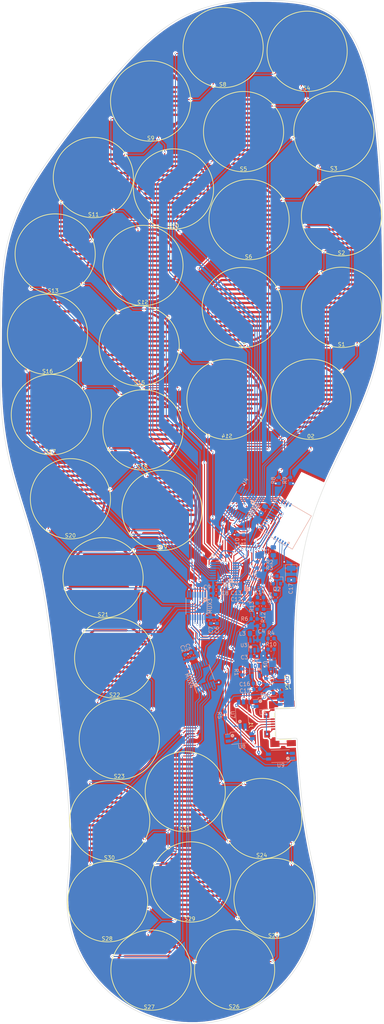
<source format=kicad_pcb>
(kicad_pcb (version 20171130) (host pcbnew "(5.0.0)")
  (layers (0 F.Cu signal hide) (31 B.Cu signal hide) (34 B.Paste user hide) (35 F.Paste user hide) (36 B.SilkS user hide) (37 F.SilkS user hide) (38 B.Mask user hide) (39 F.Mask user hide) (44 Edge.Cuts user))
  (net 0 "")
  (net 1 GND)
  (net 2 +3V3)
  (net 3 +5V)
  (net 4 +BATT)
  (net 5 /U1_A7)
  (net 6 /U1_A6)
  (net 7 /U1_A5)
  (net 8 /U1_A4)
  (net 9 /U1_A3)
  (net 10 /U1_A2)
  (net 11 /U1_A1)
  (net 12 /U1_A0)
  (net 13 /U2_A7)
  (net 14 /U2_A6)
  (net 15 /U2_A5)
  (net 16 /U2_A4)
  (net 17 /U2_A3)
  (net 18 /U2_A2)
  (net 19 /U2_A1)
  (net 20 /U2_A0)
  (net 21 /U1_Data)
  (net 22 /U2_Data)
  (net 23 /U3_Data)
  (net 24 /U4_Data)
  (net 25 /U3_A7)
  (net 26 /U3_A6)
  (net 27 /U3_A5)
  (net 28 /U3_A4)
  (net 29 /U3_A3)
  (net 30 /U3_A2)
  (net 31 /U3_A1)
  (net 32 /U3_A0)
  (net 33 /U4_A7)
  (net 34 /U4_A6)
  (net 35 /U4_A5)
  (net 36 /U4_A4)
  (net 37 /U4_A3)
  (net 38 /U4_A2)
  (net 39 /U4_A1)
  (net 40 /U4_A0)
  (net 41 "Net-(L3-Pad1)")
  (net 42 "Net-(R1-Pad1)")
  (net 43 "Net-(R2-Pad2)")
  (net 44 "Net-(R3-Pad2)")
  (net 45 /S0)
  (net 46 /S1)
  (net 47 /S2)
  (net 48 /MUX_E)
  (net 49 -BATT)
  (net 50 "Net-(C1-Pad1)")
  (net 51 Analog_Batt_Lvl)
  (net 52 Enable_Batt_Lvl)
  (net 53 "Net-(R5-Pad1)")
  (net 54 "Net-(R5-Pad2)")
  (net 55 "Net-(R10-Pad1)")
  (net 56 "Net-(R11-Pad1)")
  (net 57 XRES)
  (net 58 P0.6)
  (net 59 P0.7)
  (net 60 /P0.7_USB)
  (net 61 /P0.6_USB)
  (net 62 /XRES_USB)
  (net 63 "Net-(Q2-Pad3)")
  (net 64 /+3V3_VDDR)
  (net 65 /+3V3_VDD)
  (module fsr_footprints:FSR_Circle_9mm (layer F.Cu) (at 217.969453 119.150707 180)
    (fp_text reference S0 (at 0.03 -9.67) (layer F.SilkS) (effects (justify mirror)))
    (fp_text value FSR)
    (pad 2 smd custom (at 9 0 180) (size 0.5 0.5) (layers F.Cu F.Mask) (net 12 /U1_A0) (options (clearance outline) (anchor circle)) (primitives (gr_line (start -12 -7.2) (end -3.6 -7.2) (width 0.6)) (gr_arc (start -9 0) (end -3.6 -7.2) (angle 106.2) (width 0.6)) (gr_line (start -15.6 2.4) (end -0.4 2.4) (width 0.6)) (gr_line (start -14.2 4.8) (end -1.5 4.8) (width 0.6)) (gr_line (start -16.9 0) (end -0.1 0) (width 0.6)) (gr_line (start -14.1 -4.8) (end -1.5 -4.8) (width 0.6)) (gr_line (start -12.1 7.2) (end -3.6 7.2) (width 0.6)) (gr_line (start -15.5 -2.4) (end -0.5 -2.4) (width 0.6))))
    (pad 1 smd custom (at -9 0 180) (size 0.5 0.5) (layers F.Cu F.Mask) (net 21 /U1_Data) (options (clearance outline) (anchor circle)) (primitives (gr_line (start 5.8 8.4) (end 12.1 8.4) (width 0.6)) (gr_line (start 5.8 -8.4) (end 11.9 -8.4) (width 0.6)) (gr_line (start 16.7 -1.2) (end 0.2 -1.2) (width 0.6)) (gr_line (start 15.9 -3.6) (end 0.9 -3.6) (width 0.6)) (gr_line (start 16.7 1.2) (end 0.2 1.2) (width 0.6)) (gr_arc (start 9 0) (end 5.8 8.4) (angle 138.1) (width 0.6)) (gr_line (start 14 6) (end 2.4 6) (width 0.6)) (gr_line (start 13.9 -6) (end 2.4 -6) (width 0.6)) (gr_line (start 15.9 3.6) (end 0.9 3.6) (width 0.6))))
  )
  (module fsr_footprints:FSR_Circle_9mm (layer F.Cu) (at 225.969453 95.100707 180)
    (fp_text reference S1 (at 0 -9.69) (layer F.SilkS))
    (fp_text value FSR)
    (pad 2 smd custom (at 9 0 180) (size 0.5 0.5) (layers F.Cu F.Mask) (net 11 /U1_A1) (options (clearance outline) (anchor circle)) (primitives (gr_line (start -12 -7.2) (end -3.6 -7.2) (width 0.6)) (gr_arc (start -9 0) (end -3.6 -7.2) (angle 106.2) (width 0.6)) (gr_line (start -15.6 2.4) (end -0.4 2.4) (width 0.6)) (gr_line (start -14.2 4.8) (end -1.5 4.8) (width 0.6)) (gr_line (start -16.9 0) (end -0.1 0) (width 0.6)) (gr_line (start -14.1 -4.8) (end -1.5 -4.8) (width 0.6)) (gr_line (start -12.1 7.2) (end -3.6 7.2) (width 0.6)) (gr_line (start -15.5 -2.4) (end -0.5 -2.4) (width 0.6))))
    (pad 1 smd custom (at -9 0 180) (size 0.5 0.5) (layers F.Cu F.Mask) (net 21 /U1_Data) (options (clearance outline) (anchor circle)) (primitives (gr_line (start 5.8 8.4) (end 12.1 8.4) (width 0.6)) (gr_line (start 5.8 -8.4) (end 11.9 -8.4) (width 0.6)) (gr_line (start 16.7 -1.2) (end 0.2 -1.2) (width 0.6)) (gr_line (start 15.9 -3.6) (end 0.9 -3.6) (width 0.6)) (gr_line (start 16.7 1.2) (end 0.2 1.2) (width 0.6)) (gr_arc (start 9 0) (end 5.8 8.4) (angle 138.1) (width 0.6)) (gr_line (start 14 6) (end 2.4 6) (width 0.6)) (gr_line (start 13.9 -6) (end 2.4 -6) (width 0.6)) (gr_line (start 15.9 3.6) (end 0.9 3.6) (width 0.6))))
  )
  (module fsr_footprints:FSR_Circle_9mm (layer F.Cu) (at 225.969453 71.150707 180)
    (fp_text reference S2 (at 0.02 -9.72) (layer F.SilkS))
    (fp_text value FSR)
    (pad 2 smd custom (at 9 0 180) (size 0.5 0.5) (layers F.Cu F.Mask) (net 10 /U1_A2) (options (clearance outline) (anchor circle)) (primitives (gr_line (start -12 -7.2) (end -3.6 -7.2) (width 0.6)) (gr_arc (start -9 0) (end -3.6 -7.2) (angle 106.2) (width 0.6)) (gr_line (start -15.6 2.4) (end -0.4 2.4) (width 0.6)) (gr_line (start -14.2 4.8) (end -1.5 4.8) (width 0.6)) (gr_line (start -16.9 0) (end -0.1 0) (width 0.6)) (gr_line (start -14.1 -4.8) (end -1.5 -4.8) (width 0.6)) (gr_line (start -12.1 7.2) (end -3.6 7.2) (width 0.6)) (gr_line (start -15.5 -2.4) (end -0.5 -2.4) (width 0.6))))
    (pad 1 smd custom (at -9 0 180) (size 0.5 0.5) (layers F.Cu F.Mask) (net 21 /U1_Data) (options (clearance outline) (anchor circle)) (primitives (gr_line (start 5.8 8.4) (end 12.1 8.4) (width 0.6)) (gr_line (start 5.8 -8.4) (end 11.9 -8.4) (width 0.6)) (gr_line (start 16.7 -1.2) (end 0.2 -1.2) (width 0.6)) (gr_line (start 15.9 -3.6) (end 0.9 -3.6) (width 0.6)) (gr_line (start 16.7 1.2) (end 0.2 1.2) (width 0.6)) (gr_arc (start 9 0) (end 5.8 8.4) (angle 138.1) (width 0.6)) (gr_line (start 14 6) (end 2.4 6) (width 0.6)) (gr_line (start 13.9 -6) (end 2.4 -6) (width 0.6)) (gr_line (start 15.9 3.6) (end 0.9 3.6) (width 0.6))))
  )
  (module fsr_footprints:FSR_Circle_9mm (layer F.Cu) (at 223.969453 49.150707 180)
    (fp_text reference S3 (at 0.02 -9.65) (layer F.SilkS))
    (fp_text value FSR)
    (pad 2 smd custom (at 9 0 180) (size 0.5 0.5) (layers F.Cu F.Mask) (net 9 /U1_A3) (options (clearance outline) (anchor circle)) (primitives (gr_line (start -12 -7.2) (end -3.6 -7.2) (width 0.6)) (gr_arc (start -9 0) (end -3.6 -7.2) (angle 106.2) (width 0.6)) (gr_line (start -15.6 2.4) (end -0.4 2.4) (width 0.6)) (gr_line (start -14.2 4.8) (end -1.5 4.8) (width 0.6)) (gr_line (start -16.9 0) (end -0.1 0) (width 0.6)) (gr_line (start -14.1 -4.8) (end -1.5 -4.8) (width 0.6)) (gr_line (start -12.1 7.2) (end -3.6 7.2) (width 0.6)) (gr_line (start -15.5 -2.4) (end -0.5 -2.4) (width 0.6))))
    (pad 1 smd custom (at -9 0 180) (size 0.5 0.5) (layers F.Cu F.Mask) (net 21 /U1_Data) (options (clearance outline) (anchor circle)) (primitives (gr_line (start 5.8 8.4) (end 12.1 8.4) (width 0.6)) (gr_line (start 5.8 -8.4) (end 11.9 -8.4) (width 0.6)) (gr_line (start 16.7 -1.2) (end 0.2 -1.2) (width 0.6)) (gr_line (start 15.9 -3.6) (end 0.9 -3.6) (width 0.6)) (gr_line (start 16.7 1.2) (end 0.2 1.2) (width 0.6)) (gr_arc (start 9 0) (end 5.8 8.4) (angle 138.1) (width 0.6)) (gr_line (start 14 6) (end 2.4 6) (width 0.6)) (gr_line (start 13.9 -6) (end 2.4 -6) (width 0.6)) (gr_line (start 15.9 3.6) (end 0.9 3.6) (width 0.6))))
  )
  (module fsr_footprints:FSR_Circle_9mm (layer F.Cu) (at 216.969453 28.150707 180)
    (fp_text reference S4 (at 0.13 -9.63) (layer F.SilkS))
    (fp_text value FSR)
    (pad 2 smd custom (at 9 0 180) (size 0.5 0.5) (layers F.Cu F.Mask) (net 8 /U1_A4) (options (clearance outline) (anchor circle)) (primitives (gr_line (start -12 -7.2) (end -3.6 -7.2) (width 0.6)) (gr_arc (start -9 0) (end -3.6 -7.2) (angle 106.2) (width 0.6)) (gr_line (start -15.6 2.4) (end -0.4 2.4) (width 0.6)) (gr_line (start -14.2 4.8) (end -1.5 4.8) (width 0.6)) (gr_line (start -16.9 0) (end -0.1 0) (width 0.6)) (gr_line (start -14.1 -4.8) (end -1.5 -4.8) (width 0.6)) (gr_line (start -12.1 7.2) (end -3.6 7.2) (width 0.6)) (gr_line (start -15.5 -2.4) (end -0.5 -2.4) (width 0.6))))
    (pad 1 smd custom (at -9 0 180) (size 0.5 0.5) (layers F.Cu F.Mask) (net 21 /U1_Data) (options (clearance outline) (anchor circle)) (primitives (gr_line (start 5.8 8.4) (end 12.1 8.4) (width 0.6)) (gr_line (start 5.8 -8.4) (end 11.9 -8.4) (width 0.6)) (gr_line (start 16.7 -1.2) (end 0.2 -1.2) (width 0.6)) (gr_line (start 15.9 -3.6) (end 0.9 -3.6) (width 0.6)) (gr_line (start 16.7 1.2) (end 0.2 1.2) (width 0.6)) (gr_arc (start 9 0) (end 5.8 8.4) (angle 138.1) (width 0.6)) (gr_line (start 14 6) (end 2.4 6) (width 0.6)) (gr_line (start 13.9 -6) (end 2.4 -6) (width 0.6)) (gr_line (start 15.9 3.6) (end 0.9 3.6) (width 0.6))))
  )
  (module fsr_footprints:FSR_Circle_9mm (layer F.Cu) (at 200.319453 49.150707 180)
    (fp_text reference S5 (at 0.03 -9.75) (layer F.SilkS))
    (fp_text value FSR)
    (pad 2 smd custom (at 9 0 180) (size 0.5 0.5) (layers F.Cu F.Mask) (net 7 /U1_A5) (options (clearance outline) (anchor circle)) (primitives (gr_line (start -12 -7.2) (end -3.6 -7.2) (width 0.6)) (gr_arc (start -9 0) (end -3.6 -7.2) (angle 106.2) (width 0.6)) (gr_line (start -15.6 2.4) (end -0.4 2.4) (width 0.6)) (gr_line (start -14.2 4.8) (end -1.5 4.8) (width 0.6)) (gr_line (start -16.9 0) (end -0.1 0) (width 0.6)) (gr_line (start -14.1 -4.8) (end -1.5 -4.8) (width 0.6)) (gr_line (start -12.1 7.2) (end -3.6 7.2) (width 0.6)) (gr_line (start -15.5 -2.4) (end -0.5 -2.4) (width 0.6))))
    (pad 1 smd custom (at -9 0 180) (size 0.5 0.5) (layers F.Cu F.Mask) (net 21 /U1_Data) (options (clearance outline) (anchor circle)) (primitives (gr_line (start 5.8 8.4) (end 12.1 8.4) (width 0.6)) (gr_line (start 5.8 -8.4) (end 11.9 -8.4) (width 0.6)) (gr_line (start 16.7 -1.2) (end 0.2 -1.2) (width 0.6)) (gr_line (start 15.9 -3.6) (end 0.9 -3.6) (width 0.6)) (gr_line (start 16.7 1.2) (end 0.2 1.2) (width 0.6)) (gr_arc (start 9 0) (end 5.8 8.4) (angle 138.1) (width 0.6)) (gr_line (start 14 6) (end 2.4 6) (width 0.6)) (gr_line (start 13.9 -6) (end 2.4 -6) (width 0.6)) (gr_line (start 15.9 3.6) (end 0.9 3.6) (width 0.6))))
  )
  (module fsr_footprints:FSR_Circle_9mm (layer F.Cu) (at 201.759453 72.140707 180)
    (fp_text reference S6 (at 0.13 -9.72) (layer F.SilkS))
    (fp_text value FSR)
    (pad 2 smd custom (at 9 0 180) (size 0.5 0.5) (layers F.Cu F.Mask) (net 6 /U1_A6) (options (clearance outline) (anchor circle)) (primitives (gr_line (start -12 -7.2) (end -3.6 -7.2) (width 0.6)) (gr_arc (start -9 0) (end -3.6 -7.2) (angle 106.2) (width 0.6)) (gr_line (start -15.6 2.4) (end -0.4 2.4) (width 0.6)) (gr_line (start -14.2 4.8) (end -1.5 4.8) (width 0.6)) (gr_line (start -16.9 0) (end -0.1 0) (width 0.6)) (gr_line (start -14.1 -4.8) (end -1.5 -4.8) (width 0.6)) (gr_line (start -12.1 7.2) (end -3.6 7.2) (width 0.6)) (gr_line (start -15.5 -2.4) (end -0.5 -2.4) (width 0.6))))
    (pad 1 smd custom (at -9 0 180) (size 0.5 0.5) (layers F.Cu F.Mask) (net 21 /U1_Data) (options (clearance outline) (anchor circle)) (primitives (gr_line (start 5.8 8.4) (end 12.1 8.4) (width 0.6)) (gr_line (start 5.8 -8.4) (end 11.9 -8.4) (width 0.6)) (gr_line (start 16.7 -1.2) (end 0.2 -1.2) (width 0.6)) (gr_line (start 15.9 -3.6) (end 0.9 -3.6) (width 0.6)) (gr_line (start 16.7 1.2) (end 0.2 1.2) (width 0.6)) (gr_arc (start 9 0) (end 5.8 8.4) (angle 138.1) (width 0.6)) (gr_line (start 14 6) (end 2.4 6) (width 0.6)) (gr_line (start 13.9 -6) (end 2.4 -6) (width 0.6)) (gr_line (start 15.9 3.6) (end 0.9 3.6) (width 0.6))))
  )
  (module fsr_footprints:FSR_Circle_9mm (layer F.Cu) (at 199.969453 95.150707 180)
    (fp_text reference S7 (at 0.1 -9.73) (layer F.SilkS))
    (fp_text value FSR)
    (pad 2 smd custom (at 9 0 180) (size 0.5 0.5) (layers F.Cu F.Mask) (net 5 /U1_A7) (options (clearance outline) (anchor circle)) (primitives (gr_line (start -12 -7.2) (end -3.6 -7.2) (width 0.6)) (gr_arc (start -9 0) (end -3.6 -7.2) (angle 106.2) (width 0.6)) (gr_line (start -15.6 2.4) (end -0.4 2.4) (width 0.6)) (gr_line (start -14.2 4.8) (end -1.5 4.8) (width 0.6)) (gr_line (start -16.9 0) (end -0.1 0) (width 0.6)) (gr_line (start -14.1 -4.8) (end -1.5 -4.8) (width 0.6)) (gr_line (start -12.1 7.2) (end -3.6 7.2) (width 0.6)) (gr_line (start -15.5 -2.4) (end -0.5 -2.4) (width 0.6))))
    (pad 1 smd custom (at -9 0 180) (size 0.5 0.5) (layers F.Cu F.Mask) (net 21 /U1_Data) (options (clearance outline) (anchor circle)) (primitives (gr_line (start 5.8 8.4) (end 12.1 8.4) (width 0.6)) (gr_line (start 5.8 -8.4) (end 11.9 -8.4) (width 0.6)) (gr_line (start 16.7 -1.2) (end 0.2 -1.2) (width 0.6)) (gr_line (start 15.9 -3.6) (end 0.9 -3.6) (width 0.6)) (gr_line (start 16.7 1.2) (end 0.2 1.2) (width 0.6)) (gr_arc (start 9 0) (end 5.8 8.4) (angle 138.1) (width 0.6)) (gr_line (start 14 6) (end 2.4 6) (width 0.6)) (gr_line (start 13.9 -6) (end 2.4 -6) (width 0.6)) (gr_line (start 15.9 3.6) (end 0.9 3.6) (width 0.6))))
  )
  (module fsr_footprints:FSR_Circle_9mm (layer F.Cu) (at 194.969453 27.150707 180)
    (fp_text reference S8 (at 0.1 -9.67) (layer F.SilkS))
    (fp_text value FSR)
    (pad 2 smd custom (at 9 0 180) (size 0.5 0.5) (layers F.Cu F.Mask) (net 20 /U2_A0) (options (clearance outline) (anchor circle)) (primitives (gr_line (start -12 -7.2) (end -3.6 -7.2) (width 0.6)) (gr_arc (start -9 0) (end -3.6 -7.2) (angle 106.2) (width 0.6)) (gr_line (start -15.6 2.4) (end -0.4 2.4) (width 0.6)) (gr_line (start -14.2 4.8) (end -1.5 4.8) (width 0.6)) (gr_line (start -16.9 0) (end -0.1 0) (width 0.6)) (gr_line (start -14.1 -4.8) (end -1.5 -4.8) (width 0.6)) (gr_line (start -12.1 7.2) (end -3.6 7.2) (width 0.6)) (gr_line (start -15.5 -2.4) (end -0.5 -2.4) (width 0.6))))
    (pad 1 smd custom (at -9 0 180) (size 0.5 0.5) (layers F.Cu F.Mask) (net 22 /U2_Data) (options (clearance outline) (anchor circle)) (primitives (gr_line (start 5.8 8.4) (end 12.1 8.4) (width 0.6)) (gr_line (start 5.8 -8.4) (end 11.9 -8.4) (width 0.6)) (gr_line (start 16.7 -1.2) (end 0.2 -1.2) (width 0.6)) (gr_line (start 15.9 -3.6) (end 0.9 -3.6) (width 0.6)) (gr_line (start 16.7 1.2) (end 0.2 1.2) (width 0.6)) (gr_arc (start 9 0) (end 5.8 8.4) (angle 138.1) (width 0.6)) (gr_line (start 14 6) (end 2.4 6) (width 0.6)) (gr_line (start 13.9 -6) (end 2.4 -6) (width 0.6)) (gr_line (start 15.9 3.6) (end 0.9 3.6) (width 0.6))))
  )
  (module fsr_footprints:FSR_Circle_9mm (layer F.Cu) (at 175.969453 41.150707 180)
    (fp_text reference S9 (at -0.04 -9.7) (layer F.SilkS))
    (fp_text value FSR)
    (pad 2 smd custom (at 9 0 180) (size 0.5 0.5) (layers F.Cu F.Mask) (net 19 /U2_A1) (options (clearance outline) (anchor circle)) (primitives (gr_line (start -12 -7.2) (end -3.6 -7.2) (width 0.6)) (gr_arc (start -9 0) (end -3.6 -7.2) (angle 106.2) (width 0.6)) (gr_line (start -15.6 2.4) (end -0.4 2.4) (width 0.6)) (gr_line (start -14.2 4.8) (end -1.5 4.8) (width 0.6)) (gr_line (start -16.9 0) (end -0.1 0) (width 0.6)) (gr_line (start -14.1 -4.8) (end -1.5 -4.8) (width 0.6)) (gr_line (start -12.1 7.2) (end -3.6 7.2) (width 0.6)) (gr_line (start -15.5 -2.4) (end -0.5 -2.4) (width 0.6))))
    (pad 1 smd custom (at -9 0 180) (size 0.5 0.5) (layers F.Cu F.Mask) (net 22 /U2_Data) (options (clearance outline) (anchor circle)) (primitives (gr_line (start 5.8 8.4) (end 12.1 8.4) (width 0.6)) (gr_line (start 5.8 -8.4) (end 11.9 -8.4) (width 0.6)) (gr_line (start 16.7 -1.2) (end 0.2 -1.2) (width 0.6)) (gr_line (start 15.9 -3.6) (end 0.9 -3.6) (width 0.6)) (gr_line (start 16.7 1.2) (end 0.2 1.2) (width 0.6)) (gr_arc (start 9 0) (end 5.8 8.4) (angle 138.1) (width 0.6)) (gr_line (start 14 6) (end 2.4 6) (width 0.6)) (gr_line (start 13.9 -6) (end 2.4 -6) (width 0.6)) (gr_line (start 15.9 3.6) (end 0.9 3.6) (width 0.6))))
  )
  (module fsr_footprints:FSR_Circle_9mm (layer F.Cu) (at 181.969453 64.150707 180)
    (fp_text reference S10 (at -0.01 -9.66) (layer F.SilkS))
    (fp_text value FSR)
    (pad 2 smd custom (at 9 0 180) (size 0.5 0.5) (layers F.Cu F.Mask) (net 18 /U2_A2) (options (clearance outline) (anchor circle)) (primitives (gr_line (start -12 -7.2) (end -3.6 -7.2) (width 0.6)) (gr_arc (start -9 0) (end -3.6 -7.2) (angle 106.2) (width 0.6)) (gr_line (start -15.6 2.4) (end -0.4 2.4) (width 0.6)) (gr_line (start -14.2 4.8) (end -1.5 4.8) (width 0.6)) (gr_line (start -16.9 0) (end -0.1 0) (width 0.6)) (gr_line (start -14.1 -4.8) (end -1.5 -4.8) (width 0.6)) (gr_line (start -12.1 7.2) (end -3.6 7.2) (width 0.6)) (gr_line (start -15.5 -2.4) (end -0.5 -2.4) (width 0.6))))
    (pad 1 smd custom (at -9 0 180) (size 0.5 0.5) (layers F.Cu F.Mask) (net 22 /U2_Data) (options (clearance outline) (anchor circle)) (primitives (gr_line (start 5.8 8.4) (end 12.1 8.4) (width 0.6)) (gr_line (start 5.8 -8.4) (end 11.9 -8.4) (width 0.6)) (gr_line (start 16.7 -1.2) (end 0.2 -1.2) (width 0.6)) (gr_line (start 15.9 -3.6) (end 0.9 -3.6) (width 0.6)) (gr_line (start 16.7 1.2) (end 0.2 1.2) (width 0.6)) (gr_arc (start 9 0) (end 5.8 8.4) (angle 138.1) (width 0.6)) (gr_line (start 14 6) (end 2.4 6) (width 0.6)) (gr_line (start 13.9 -6) (end 2.4 -6) (width 0.6)) (gr_line (start 15.9 3.6) (end 0.9 3.6) (width 0.6))))
  )
  (module fsr_footprints:FSR_Circle_9mm (layer F.Cu) (at 160.969453 61.150707 180)
    (fp_text reference S11 (at -0.06 -9.67) (layer F.SilkS))
    (fp_text value FSR)
    (pad 2 smd custom (at 9 0 180) (size 0.5 0.5) (layers F.Cu F.Mask) (net 17 /U2_A3) (options (clearance outline) (anchor circle)) (primitives (gr_line (start -12 -7.2) (end -3.6 -7.2) (width 0.6)) (gr_arc (start -9 0) (end -3.6 -7.2) (angle 106.2) (width 0.6)) (gr_line (start -15.6 2.4) (end -0.4 2.4) (width 0.6)) (gr_line (start -14.2 4.8) (end -1.5 4.8) (width 0.6)) (gr_line (start -16.9 0) (end -0.1 0) (width 0.6)) (gr_line (start -14.1 -4.8) (end -1.5 -4.8) (width 0.6)) (gr_line (start -12.1 7.2) (end -3.6 7.2) (width 0.6)) (gr_line (start -15.5 -2.4) (end -0.5 -2.4) (width 0.6))))
    (pad 1 smd custom (at -9 0 180) (size 0.5 0.5) (layers F.Cu F.Mask) (net 22 /U2_Data) (options (clearance outline) (anchor circle)) (primitives (gr_line (start 5.8 8.4) (end 12.1 8.4) (width 0.6)) (gr_line (start 5.8 -8.4) (end 11.9 -8.4) (width 0.6)) (gr_line (start 16.7 -1.2) (end 0.2 -1.2) (width 0.6)) (gr_line (start 15.9 -3.6) (end 0.9 -3.6) (width 0.6)) (gr_line (start 16.7 1.2) (end 0.2 1.2) (width 0.6)) (gr_arc (start 9 0) (end 5.8 8.4) (angle 138.1) (width 0.6)) (gr_line (start 14 6) (end 2.4 6) (width 0.6)) (gr_line (start 13.9 -6) (end 2.4 -6) (width 0.6)) (gr_line (start 15.9 3.6) (end 0.9 3.6) (width 0.6))))
  )
  (module fsr_footprints:FSR_Circle_9mm (layer F.Cu) (at 173.969453 84.150707 180)
    (fp_text reference S12 (at 0.05 -9.62) (layer F.SilkS) (effects (justify mirror)))
    (fp_text value FSR)
    (pad 2 smd custom (at 9 0 180) (size 0.5 0.5) (layers F.Cu F.Mask) (net 16 /U2_A4) (options (clearance outline) (anchor circle)) (primitives (gr_line (start -12 -7.2) (end -3.6 -7.2) (width 0.6)) (gr_arc (start -9 0) (end -3.6 -7.2) (angle 106.2) (width 0.6)) (gr_line (start -15.6 2.4) (end -0.4 2.4) (width 0.6)) (gr_line (start -14.2 4.8) (end -1.5 4.8) (width 0.6)) (gr_line (start -16.9 0) (end -0.1 0) (width 0.6)) (gr_line (start -14.1 -4.8) (end -1.5 -4.8) (width 0.6)) (gr_line (start -12.1 7.2) (end -3.6 7.2) (width 0.6)) (gr_line (start -15.5 -2.4) (end -0.5 -2.4) (width 0.6))))
    (pad 1 smd custom (at -9 0 180) (size 0.5 0.5) (layers F.Cu F.Mask) (net 22 /U2_Data) (options (clearance outline) (anchor circle)) (primitives (gr_line (start 5.8 8.4) (end 12.1 8.4) (width 0.6)) (gr_line (start 5.8 -8.4) (end 11.9 -8.4) (width 0.6)) (gr_line (start 16.7 -1.2) (end 0.2 -1.2) (width 0.6)) (gr_line (start 15.9 -3.6) (end 0.9 -3.6) (width 0.6)) (gr_line (start 16.7 1.2) (end 0.2 1.2) (width 0.6)) (gr_arc (start 9 0) (end 5.8 8.4) (angle 138.1) (width 0.6)) (gr_line (start 14 6) (end 2.4 6) (width 0.6)) (gr_line (start 13.9 -6) (end 2.4 -6) (width 0.6)) (gr_line (start 15.9 3.6) (end 0.9 3.6) (width 0.6))))
  )
  (module fsr_footprints:FSR_Circle_9mm (layer F.Cu) (at 150.969453 81.150707 180)
    (fp_text reference S13 (at 0.53 -9.61) (layer F.SilkS))
    (fp_text value FSR)
    (pad 2 smd custom (at 9 0 180) (size 0.5 0.5) (layers F.Cu F.Mask) (net 15 /U2_A5) (options (clearance outline) (anchor circle)) (primitives (gr_line (start -12 -7.2) (end -3.6 -7.2) (width 0.6)) (gr_arc (start -9 0) (end -3.6 -7.2) (angle 106.2) (width 0.6)) (gr_line (start -15.6 2.4) (end -0.4 2.4) (width 0.6)) (gr_line (start -14.2 4.8) (end -1.5 4.8) (width 0.6)) (gr_line (start -16.9 0) (end -0.1 0) (width 0.6)) (gr_line (start -14.1 -4.8) (end -1.5 -4.8) (width 0.6)) (gr_line (start -12.1 7.2) (end -3.6 7.2) (width 0.6)) (gr_line (start -15.5 -2.4) (end -0.5 -2.4) (width 0.6))))
    (pad 1 smd custom (at -9 0 180) (size 0.5 0.5) (layers F.Cu F.Mask) (net 22 /U2_Data) (options (clearance outline) (anchor circle)) (primitives (gr_line (start 5.8 8.4) (end 12.1 8.4) (width 0.6)) (gr_line (start 5.8 -8.4) (end 11.9 -8.4) (width 0.6)) (gr_line (start 16.7 -1.2) (end 0.2 -1.2) (width 0.6)) (gr_line (start 15.9 -3.6) (end 0.9 -3.6) (width 0.6)) (gr_line (start 16.7 1.2) (end 0.2 1.2) (width 0.6)) (gr_arc (start 9 0) (end 5.8 8.4) (angle 138.1) (width 0.6)) (gr_line (start 14 6) (end 2.4 6) (width 0.6)) (gr_line (start 13.9 -6) (end 2.4 -6) (width 0.6)) (gr_line (start 15.9 3.6) (end 0.9 3.6) (width 0.6))))
  )
  (module fsr_footprints:FSR_Circle_9mm (layer F.Cu) (at 195.969453 119.150707 180)
    (fp_text reference S14 (at 0.01 -9.63) (layer F.SilkS) (effects (justify mirror)))
    (fp_text value FSR)
    (pad 2 smd custom (at 9 0 180) (size 0.5 0.5) (layers F.Cu F.Mask) (net 14 /U2_A6) (options (clearance outline) (anchor circle)) (primitives (gr_line (start -12 -7.2) (end -3.6 -7.2) (width 0.6)) (gr_arc (start -9 0) (end -3.6 -7.2) (angle 106.2) (width 0.6)) (gr_line (start -15.6 2.4) (end -0.4 2.4) (width 0.6)) (gr_line (start -14.2 4.8) (end -1.5 4.8) (width 0.6)) (gr_line (start -16.9 0) (end -0.1 0) (width 0.6)) (gr_line (start -14.1 -4.8) (end -1.5 -4.8) (width 0.6)) (gr_line (start -12.1 7.2) (end -3.6 7.2) (width 0.6)) (gr_line (start -15.5 -2.4) (end -0.5 -2.4) (width 0.6))))
    (pad 1 smd custom (at -9 0 180) (size 0.5 0.5) (layers F.Cu F.Mask) (net 22 /U2_Data) (options (clearance outline) (anchor circle)) (primitives (gr_line (start 5.8 8.4) (end 12.1 8.4) (width 0.6)) (gr_line (start 5.8 -8.4) (end 11.9 -8.4) (width 0.6)) (gr_line (start 16.7 -1.2) (end 0.2 -1.2) (width 0.6)) (gr_line (start 15.9 -3.6) (end 0.9 -3.6) (width 0.6)) (gr_line (start 16.7 1.2) (end 0.2 1.2) (width 0.6)) (gr_arc (start 9 0) (end 5.8 8.4) (angle 138.1) (width 0.6)) (gr_line (start 14 6) (end 2.4 6) (width 0.6)) (gr_line (start 13.9 -6) (end 2.4 -6) (width 0.6)) (gr_line (start 15.9 3.6) (end 0.9 3.6) (width 0.6))))
  )
  (module fsr_footprints:FSR_Circle_9mm (layer F.Cu) (at 172.969453 105.150707 180)
    (fp_text reference S15 (at -0.1 -9.65) (layer F.SilkS))
    (fp_text value FSR)
    (pad 2 smd custom (at 9 0 180) (size 0.5 0.5) (layers F.Cu F.Mask) (net 13 /U2_A7) (options (clearance outline) (anchor circle)) (primitives (gr_line (start -12 -7.2) (end -3.6 -7.2) (width 0.6)) (gr_arc (start -9 0) (end -3.6 -7.2) (angle 106.2) (width 0.6)) (gr_line (start -15.6 2.4) (end -0.4 2.4) (width 0.6)) (gr_line (start -14.2 4.8) (end -1.5 4.8) (width 0.6)) (gr_line (start -16.9 0) (end -0.1 0) (width 0.6)) (gr_line (start -14.1 -4.8) (end -1.5 -4.8) (width 0.6)) (gr_line (start -12.1 7.2) (end -3.6 7.2) (width 0.6)) (gr_line (start -15.5 -2.4) (end -0.5 -2.4) (width 0.6))))
    (pad 1 smd custom (at -9 0 180) (size 0.5 0.5) (layers F.Cu F.Mask) (net 22 /U2_Data) (options (clearance outline) (anchor circle)) (primitives (gr_line (start 5.8 8.4) (end 12.1 8.4) (width 0.6)) (gr_line (start 5.8 -8.4) (end 11.9 -8.4) (width 0.6)) (gr_line (start 16.7 -1.2) (end 0.2 -1.2) (width 0.6)) (gr_line (start 15.9 -3.6) (end 0.9 -3.6) (width 0.6)) (gr_line (start 16.7 1.2) (end 0.2 1.2) (width 0.6)) (gr_arc (start 9 0) (end 5.8 8.4) (angle 138.1) (width 0.6)) (gr_line (start 14 6) (end 2.4 6) (width 0.6)) (gr_line (start 13.9 -6) (end 2.4 -6) (width 0.6)) (gr_line (start 15.9 3.6) (end 0.9 3.6) (width 0.6))))
  )
  (module fsr_footprints:FSR_Circle_9mm (layer F.Cu) (at 148.969453 102.150707 180)
    (fp_text reference S16 (at -0.01 -9.69) (layer F.SilkS))
    (fp_text value FSR)
    (pad 2 smd custom (at 9 0 180) (size 0.5 0.5) (layers F.Cu F.Mask) (net 32 /U3_A0) (options (clearance outline) (anchor circle)) (primitives (gr_line (start -12 -7.2) (end -3.6 -7.2) (width 0.6)) (gr_arc (start -9 0) (end -3.6 -7.2) (angle 106.2) (width 0.6)) (gr_line (start -15.6 2.4) (end -0.4 2.4) (width 0.6)) (gr_line (start -14.2 4.8) (end -1.5 4.8) (width 0.6)) (gr_line (start -16.9 0) (end -0.1 0) (width 0.6)) (gr_line (start -14.1 -4.8) (end -1.5 -4.8) (width 0.6)) (gr_line (start -12.1 7.2) (end -3.6 7.2) (width 0.6)) (gr_line (start -15.5 -2.4) (end -0.5 -2.4) (width 0.6))))
    (pad 1 smd custom (at -9 0 180) (size 0.5 0.5) (layers F.Cu F.Mask) (net 23 /U3_Data) (options (clearance outline) (anchor circle)) (primitives (gr_line (start 5.8 8.4) (end 12.1 8.4) (width 0.6)) (gr_line (start 5.8 -8.4) (end 11.9 -8.4) (width 0.6)) (gr_line (start 16.7 -1.2) (end 0.2 -1.2) (width 0.6)) (gr_line (start 15.9 -3.6) (end 0.9 -3.6) (width 0.6)) (gr_line (start 16.7 1.2) (end 0.2 1.2) (width 0.6)) (gr_arc (start 9 0) (end 5.8 8.4) (angle 138.1) (width 0.6)) (gr_line (start 14 6) (end 2.4 6) (width 0.6)) (gr_line (start 13.9 -6) (end 2.4 -6) (width 0.6)) (gr_line (start 15.9 3.6) (end 0.9 3.6) (width 0.6))))
  )
  (module fsr_footprints:FSR_Circle_9mm (layer F.Cu) (at 149.969453 123.150707 180)
    (fp_text reference S17 (at 0.22 -9.65) (layer F.SilkS))
    (fp_text value FSR)
    (pad 2 smd custom (at 9 0 180) (size 0.5 0.5) (layers F.Cu F.Mask) (net 31 /U3_A1) (options (clearance outline) (anchor circle)) (primitives (gr_line (start -12 -7.2) (end -3.6 -7.2) (width 0.6)) (gr_arc (start -9 0) (end -3.6 -7.2) (angle 106.2) (width 0.6)) (gr_line (start -15.6 2.4) (end -0.4 2.4) (width 0.6)) (gr_line (start -14.2 4.8) (end -1.5 4.8) (width 0.6)) (gr_line (start -16.9 0) (end -0.1 0) (width 0.6)) (gr_line (start -14.1 -4.8) (end -1.5 -4.8) (width 0.6)) (gr_line (start -12.1 7.2) (end -3.6 7.2) (width 0.6)) (gr_line (start -15.5 -2.4) (end -0.5 -2.4) (width 0.6))))
    (pad 1 smd custom (at -9 0 180) (size 0.5 0.5) (layers F.Cu F.Mask) (net 23 /U3_Data) (options (clearance outline) (anchor circle)) (primitives (gr_line (start 5.8 8.4) (end 12.1 8.4) (width 0.6)) (gr_line (start 5.8 -8.4) (end 11.9 -8.4) (width 0.6)) (gr_line (start 16.7 -1.2) (end 0.2 -1.2) (width 0.6)) (gr_line (start 15.9 -3.6) (end 0.9 -3.6) (width 0.6)) (gr_line (start 16.7 1.2) (end 0.2 1.2) (width 0.6)) (gr_arc (start 9 0) (end 5.8 8.4) (angle 138.1) (width 0.6)) (gr_line (start 14 6) (end 2.4 6) (width 0.6)) (gr_line (start 13.9 -6) (end 2.4 -6) (width 0.6)) (gr_line (start 15.9 3.6) (end 0.9 3.6) (width 0.6))))
  )
  (module fsr_footprints:FSR_Circle_9mm (layer F.Cu) (at 173.969453 127.150707 180)
    (fp_text reference S18 (at 0.2 -9.66) (layer F.SilkS))
    (fp_text value FSR)
    (pad 2 smd custom (at 9 0 180) (size 0.5 0.5) (layers F.Cu F.Mask) (net 30 /U3_A2) (options (clearance outline) (anchor circle)) (primitives (gr_line (start -12 -7.2) (end -3.6 -7.2) (width 0.6)) (gr_arc (start -9 0) (end -3.6 -7.2) (angle 106.2) (width 0.6)) (gr_line (start -15.6 2.4) (end -0.4 2.4) (width 0.6)) (gr_line (start -14.2 4.8) (end -1.5 4.8) (width 0.6)) (gr_line (start -16.9 0) (end -0.1 0) (width 0.6)) (gr_line (start -14.1 -4.8) (end -1.5 -4.8) (width 0.6)) (gr_line (start -12.1 7.2) (end -3.6 7.2) (width 0.6)) (gr_line (start -15.5 -2.4) (end -0.5 -2.4) (width 0.6))))
    (pad 1 smd custom (at -9 0 180) (size 0.5 0.5) (layers F.Cu F.Mask) (net 23 /U3_Data) (options (clearance outline) (anchor circle)) (primitives (gr_line (start 5.8 8.4) (end 12.1 8.4) (width 0.6)) (gr_line (start 5.8 -8.4) (end 11.9 -8.4) (width 0.6)) (gr_line (start 16.7 -1.2) (end 0.2 -1.2) (width 0.6)) (gr_line (start 15.9 -3.6) (end 0.9 -3.6) (width 0.6)) (gr_line (start 16.7 1.2) (end 0.2 1.2) (width 0.6)) (gr_arc (start 9 0) (end 5.8 8.4) (angle 138.1) (width 0.6)) (gr_line (start 14 6) (end 2.4 6) (width 0.6)) (gr_line (start 13.9 -6) (end 2.4 -6) (width 0.6)) (gr_line (start 15.9 3.6) (end 0.9 3.6) (width 0.6))))
  )
  (module fsr_footprints:FSR_Circle_9mm (layer F.Cu) (at 178.969453 148.150707 180)
    (fp_text reference S19 (at 0.08 -9.62) (layer F.SilkS))
    (fp_text value FSR)
    (pad 2 smd custom (at 9 0 180) (size 0.5 0.5) (layers F.Cu F.Mask) (net 29 /U3_A3) (options (clearance outline) (anchor circle)) (primitives (gr_line (start -12 -7.2) (end -3.6 -7.2) (width 0.6)) (gr_arc (start -9 0) (end -3.6 -7.2) (angle 106.2) (width 0.6)) (gr_line (start -15.6 2.4) (end -0.4 2.4) (width 0.6)) (gr_line (start -14.2 4.8) (end -1.5 4.8) (width 0.6)) (gr_line (start -16.9 0) (end -0.1 0) (width 0.6)) (gr_line (start -14.1 -4.8) (end -1.5 -4.8) (width 0.6)) (gr_line (start -12.1 7.2) (end -3.6 7.2) (width 0.6)) (gr_line (start -15.5 -2.4) (end -0.5 -2.4) (width 0.6))))
    (pad 1 smd custom (at -9 0 180) (size 0.5 0.5) (layers F.Cu F.Mask) (net 23 /U3_Data) (options (clearance outline) (anchor circle)) (primitives (gr_line (start 5.8 8.4) (end 12.1 8.4) (width 0.6)) (gr_line (start 5.8 -8.4) (end 11.9 -8.4) (width 0.6)) (gr_line (start 16.7 -1.2) (end 0.2 -1.2) (width 0.6)) (gr_line (start 15.9 -3.6) (end 0.9 -3.6) (width 0.6)) (gr_line (start 16.7 1.2) (end 0.2 1.2) (width 0.6)) (gr_arc (start 9 0) (end 5.8 8.4) (angle 138.1) (width 0.6)) (gr_line (start 14 6) (end 2.4 6) (width 0.6)) (gr_line (start 13.9 -6) (end 2.4 -6) (width 0.6)) (gr_line (start 15.9 3.6) (end 0.9 3.6) (width 0.6))))
  )
  (module fsr_footprints:FSR_Circle_9mm (layer F.Cu) (at 154.969453 145.150707 180)
    (fp_text reference S20 (at 0.01 -9.62) (layer F.SilkS))
    (fp_text value FSR)
    (pad 2 smd custom (at 9 0 180) (size 0.5 0.5) (layers F.Cu F.Mask) (net 28 /U3_A4) (options (clearance outline) (anchor circle)) (primitives (gr_line (start -12 -7.2) (end -3.6 -7.2) (width 0.6)) (gr_arc (start -9 0) (end -3.6 -7.2) (angle 106.2) (width 0.6)) (gr_line (start -15.6 2.4) (end -0.4 2.4) (width 0.6)) (gr_line (start -14.2 4.8) (end -1.5 4.8) (width 0.6)) (gr_line (start -16.9 0) (end -0.1 0) (width 0.6)) (gr_line (start -14.1 -4.8) (end -1.5 -4.8) (width 0.6)) (gr_line (start -12.1 7.2) (end -3.6 7.2) (width 0.6)) (gr_line (start -15.5 -2.4) (end -0.5 -2.4) (width 0.6))))
    (pad 1 smd custom (at -9 0 180) (size 0.5 0.5) (layers F.Cu F.Mask) (net 23 /U3_Data) (options (clearance outline) (anchor circle)) (primitives (gr_line (start 5.8 8.4) (end 12.1 8.4) (width 0.6)) (gr_line (start 5.8 -8.4) (end 11.9 -8.4) (width 0.6)) (gr_line (start 16.7 -1.2) (end 0.2 -1.2) (width 0.6)) (gr_line (start 15.9 -3.6) (end 0.9 -3.6) (width 0.6)) (gr_line (start 16.7 1.2) (end 0.2 1.2) (width 0.6)) (gr_arc (start 9 0) (end 5.8 8.4) (angle 138.1) (width 0.6)) (gr_line (start 14 6) (end 2.4 6) (width 0.6)) (gr_line (start 13.9 -6) (end 2.4 -6) (width 0.6)) (gr_line (start 15.9 3.6) (end 0.9 3.6) (width 0.6))))
  )
  (module fsr_footprints:FSR_Circle_9mm (layer F.Cu) (at 163.519453 165.800707 180)
    (fp_text reference S21 (at 0 -9.63) (layer F.SilkS))
    (fp_text value FSR)
    (pad 2 smd custom (at 9 0 180) (size 0.5 0.5) (layers F.Cu F.Mask) (net 27 /U3_A5) (options (clearance outline) (anchor circle)) (primitives (gr_line (start -12 -7.2) (end -3.6 -7.2) (width 0.6)) (gr_arc (start -9 0) (end -3.6 -7.2) (angle 106.2) (width 0.6)) (gr_line (start -15.6 2.4) (end -0.4 2.4) (width 0.6)) (gr_line (start -14.2 4.8) (end -1.5 4.8) (width 0.6)) (gr_line (start -16.9 0) (end -0.1 0) (width 0.6)) (gr_line (start -14.1 -4.8) (end -1.5 -4.8) (width 0.6)) (gr_line (start -12.1 7.2) (end -3.6 7.2) (width 0.6)) (gr_line (start -15.5 -2.4) (end -0.5 -2.4) (width 0.6))))
    (pad 1 smd custom (at -9 0 180) (size 0.5 0.5) (layers F.Cu F.Mask) (net 23 /U3_Data) (options (clearance outline) (anchor circle)) (primitives (gr_line (start 5.8 8.4) (end 12.1 8.4) (width 0.6)) (gr_line (start 5.8 -8.4) (end 11.9 -8.4) (width 0.6)) (gr_line (start 16.7 -1.2) (end 0.2 -1.2) (width 0.6)) (gr_line (start 15.9 -3.6) (end 0.9 -3.6) (width 0.6)) (gr_line (start 16.7 1.2) (end 0.2 1.2) (width 0.6)) (gr_arc (start 9 0) (end 5.8 8.4) (angle 138.1) (width 0.6)) (gr_line (start 14 6) (end 2.4 6) (width 0.6)) (gr_line (start 13.9 -6) (end 2.4 -6) (width 0.6)) (gr_line (start 15.9 3.6) (end 0.9 3.6) (width 0.6))))
  )
  (module fsr_footprints:FSR_Circle_9mm (layer F.Cu) (at 166.549453 186.780707 180)
    (fp_text reference S22 (at -0.01 -9.67) (layer F.SilkS))
    (fp_text value FSR)
    (pad 2 smd custom (at 9 0 180) (size 0.5 0.5) (layers F.Cu F.Mask) (net 26 /U3_A6) (options (clearance outline) (anchor circle)) (primitives (gr_line (start -12 -7.2) (end -3.6 -7.2) (width 0.6)) (gr_arc (start -9 0) (end -3.6 -7.2) (angle 106.2) (width 0.6)) (gr_line (start -15.6 2.4) (end -0.4 2.4) (width 0.6)) (gr_line (start -14.2 4.8) (end -1.5 4.8) (width 0.6)) (gr_line (start -16.9 0) (end -0.1 0) (width 0.6)) (gr_line (start -14.1 -4.8) (end -1.5 -4.8) (width 0.6)) (gr_line (start -12.1 7.2) (end -3.6 7.2) (width 0.6)) (gr_line (start -15.5 -2.4) (end -0.5 -2.4) (width 0.6))))
    (pad 1 smd custom (at -9 0 180) (size 0.5 0.5) (layers F.Cu F.Mask) (net 23 /U3_Data) (options (clearance outline) (anchor circle)) (primitives (gr_line (start 5.8 8.4) (end 12.1 8.4) (width 0.6)) (gr_line (start 5.8 -8.4) (end 11.9 -8.4) (width 0.6)) (gr_line (start 16.7 -1.2) (end 0.2 -1.2) (width 0.6)) (gr_line (start 15.9 -3.6) (end 0.9 -3.6) (width 0.6)) (gr_line (start 16.7 1.2) (end 0.2 1.2) (width 0.6)) (gr_arc (start 9 0) (end 5.8 8.4) (angle 138.1) (width 0.6)) (gr_line (start 14 6) (end 2.4 6) (width 0.6)) (gr_line (start 13.9 -6) (end 2.4 -6) (width 0.6)) (gr_line (start 15.9 3.6) (end 0.9 3.6) (width 0.6))))
  )
  (module fsr_footprints:FSR_Circle_9mm (layer F.Cu) (at 167.769453 208.030707 180)
    (fp_text reference S23 (at 0.02 -9.69) (layer F.SilkS))
    (fp_text value FSR)
    (pad 2 smd custom (at 9 0 180) (size 0.5 0.5) (layers F.Cu F.Mask) (net 25 /U3_A7) (options (clearance outline) (anchor circle)) (primitives (gr_line (start -12 -7.2) (end -3.6 -7.2) (width 0.6)) (gr_arc (start -9 0) (end -3.6 -7.2) (angle 106.2) (width 0.6)) (gr_line (start -15.6 2.4) (end -0.4 2.4) (width 0.6)) (gr_line (start -14.2 4.8) (end -1.5 4.8) (width 0.6)) (gr_line (start -16.9 0) (end -0.1 0) (width 0.6)) (gr_line (start -14.1 -4.8) (end -1.5 -4.8) (width 0.6)) (gr_line (start -12.1 7.2) (end -3.6 7.2) (width 0.6)) (gr_line (start -15.5 -2.4) (end -0.5 -2.4) (width 0.6))))
    (pad 1 smd custom (at -9 0 180) (size 0.5 0.5) (layers F.Cu F.Mask) (net 23 /U3_Data) (options (clearance outline) (anchor circle)) (primitives (gr_line (start 5.8 8.4) (end 12.1 8.4) (width 0.6)) (gr_line (start 5.8 -8.4) (end 11.9 -8.4) (width 0.6)) (gr_line (start 16.7 -1.2) (end 0.2 -1.2) (width 0.6)) (gr_line (start 15.9 -3.6) (end 0.9 -3.6) (width 0.6)) (gr_line (start 16.7 1.2) (end 0.2 1.2) (width 0.6)) (gr_arc (start 9 0) (end 5.8 8.4) (angle 138.1) (width 0.6)) (gr_line (start 14 6) (end 2.4 6) (width 0.6)) (gr_line (start 13.9 -6) (end 2.4 -6) (width 0.6)) (gr_line (start 15.9 3.6) (end 0.9 3.6) (width 0.6))))
  )
  (module fsr_footprints:FSR_Circle_9mm (layer F.Cu) (at 205.089453 228.770707 180)
    (fp_text reference S24 (at 0.02 -9.61) (layer F.SilkS))
    (fp_text value FSR)
    (pad 2 smd custom (at 9 0 180) (size 0.5 0.5) (layers F.Cu F.Mask) (net 40 /U4_A0) (options (clearance outline) (anchor circle)) (primitives (gr_line (start -12 -7.2) (end -3.6 -7.2) (width 0.6)) (gr_arc (start -9 0) (end -3.6 -7.2) (angle 106.2) (width 0.6)) (gr_line (start -15.6 2.4) (end -0.4 2.4) (width 0.6)) (gr_line (start -14.2 4.8) (end -1.5 4.8) (width 0.6)) (gr_line (start -16.9 0) (end -0.1 0) (width 0.6)) (gr_line (start -14.1 -4.8) (end -1.5 -4.8) (width 0.6)) (gr_line (start -12.1 7.2) (end -3.6 7.2) (width 0.6)) (gr_line (start -15.5 -2.4) (end -0.5 -2.4) (width 0.6))))
    (pad 1 smd custom (at -9 0 180) (size 0.5 0.5) (layers F.Cu F.Mask) (net 24 /U4_Data) (options (clearance outline) (anchor circle)) (primitives (gr_line (start 5.8 8.4) (end 12.1 8.4) (width 0.6)) (gr_line (start 5.8 -8.4) (end 11.9 -8.4) (width 0.6)) (gr_line (start 16.7 -1.2) (end 0.2 -1.2) (width 0.6)) (gr_line (start 15.9 -3.6) (end 0.9 -3.6) (width 0.6)) (gr_line (start 16.7 1.2) (end 0.2 1.2) (width 0.6)) (gr_arc (start 9 0) (end 5.8 8.4) (angle 138.1) (width 0.6)) (gr_line (start 14 6) (end 2.4 6) (width 0.6)) (gr_line (start 13.9 -6) (end 2.4 -6) (width 0.6)) (gr_line (start 15.9 3.6) (end 0.9 3.6) (width 0.6))))
  )
  (module fsr_footprints:FSR_Circle_9mm (layer F.Cu) (at 208.299453 249.640707 180)
    (fp_text reference S25 (at 0.1 -9.71) (layer F.SilkS))
    (fp_text value FSR)
    (pad 2 smd custom (at 9 0 180) (size 0.5 0.5) (layers F.Cu F.Mask) (net 39 /U4_A1) (options (clearance outline) (anchor circle)) (primitives (gr_line (start -12 -7.2) (end -3.6 -7.2) (width 0.6)) (gr_arc (start -9 0) (end -3.6 -7.2) (angle 106.2) (width 0.6)) (gr_line (start -15.6 2.4) (end -0.4 2.4) (width 0.6)) (gr_line (start -14.2 4.8) (end -1.5 4.8) (width 0.6)) (gr_line (start -16.9 0) (end -0.1 0) (width 0.6)) (gr_line (start -14.1 -4.8) (end -1.5 -4.8) (width 0.6)) (gr_line (start -12.1 7.2) (end -3.6 7.2) (width 0.6)) (gr_line (start -15.5 -2.4) (end -0.5 -2.4) (width 0.6))))
    (pad 1 smd custom (at -9 0 180) (size 0.5 0.5) (layers F.Cu F.Mask) (net 24 /U4_Data) (options (clearance outline) (anchor circle)) (primitives (gr_line (start 5.8 8.4) (end 12.1 8.4) (width 0.6)) (gr_line (start 5.8 -8.4) (end 11.9 -8.4) (width 0.6)) (gr_line (start 16.7 -1.2) (end 0.2 -1.2) (width 0.6)) (gr_line (start 15.9 -3.6) (end 0.9 -3.6) (width 0.6)) (gr_line (start 16.7 1.2) (end 0.2 1.2) (width 0.6)) (gr_arc (start 9 0) (end 5.8 8.4) (angle 138.1) (width 0.6)) (gr_line (start 14 6) (end 2.4 6) (width 0.6)) (gr_line (start 13.9 -6) (end 2.4 -6) (width 0.6)) (gr_line (start 15.9 3.6) (end 0.9 3.6) (width 0.6))))
  )
  (module fsr_footprints:FSR_Circle_9mm (layer F.Cu) (at 197.969453 268.300707 180)
    (fp_text reference S26 (at 0.11 -9.67) (layer F.SilkS))
    (fp_text value FSR)
    (pad 2 smd custom (at 9 0 180) (size 0.5 0.5) (layers F.Cu F.Mask) (net 38 /U4_A2) (options (clearance outline) (anchor circle)) (primitives (gr_line (start -12 -7.2) (end -3.6 -7.2) (width 0.6)) (gr_arc (start -9 0) (end -3.6 -7.2) (angle 106.2) (width 0.6)) (gr_line (start -15.6 2.4) (end -0.4 2.4) (width 0.6)) (gr_line (start -14.2 4.8) (end -1.5 4.8) (width 0.6)) (gr_line (start -16.9 0) (end -0.1 0) (width 0.6)) (gr_line (start -14.1 -4.8) (end -1.5 -4.8) (width 0.6)) (gr_line (start -12.1 7.2) (end -3.6 7.2) (width 0.6)) (gr_line (start -15.5 -2.4) (end -0.5 -2.4) (width 0.6))))
    (pad 1 smd custom (at -9 0 180) (size 0.5 0.5) (layers F.Cu F.Mask) (net 24 /U4_Data) (options (clearance outline) (anchor circle)) (primitives (gr_line (start 5.8 8.4) (end 12.1 8.4) (width 0.6)) (gr_line (start 5.8 -8.4) (end 11.9 -8.4) (width 0.6)) (gr_line (start 16.7 -1.2) (end 0.2 -1.2) (width 0.6)) (gr_line (start 15.9 -3.6) (end 0.9 -3.6) (width 0.6)) (gr_line (start 16.7 1.2) (end 0.2 1.2) (width 0.6)) (gr_arc (start 9 0) (end 5.8 8.4) (angle 138.1) (width 0.6)) (gr_line (start 14 6) (end 2.4 6) (width 0.6)) (gr_line (start 13.9 -6) (end 2.4 -6) (width 0.6)) (gr_line (start 15.9 3.6) (end 0.9 3.6) (width 0.6))))
  )
  (module fsr_footprints:FSR_Circle_9mm (layer F.Cu) (at 176.069453 268.400707 180)
    (fp_text reference S27 (at 0.45 -9.65) (layer F.SilkS))
    (fp_text value FSR)
    (pad 2 smd custom (at 9 0 180) (size 0.5 0.5) (layers F.Cu F.Mask) (net 37 /U4_A3) (options (clearance outline) (anchor circle)) (primitives (gr_line (start -12 -7.2) (end -3.6 -7.2) (width 0.6)) (gr_arc (start -9 0) (end -3.6 -7.2) (angle 106.2) (width 0.6)) (gr_line (start -15.6 2.4) (end -0.4 2.4) (width 0.6)) (gr_line (start -14.2 4.8) (end -1.5 4.8) (width 0.6)) (gr_line (start -16.9 0) (end -0.1 0) (width 0.6)) (gr_line (start -14.1 -4.8) (end -1.5 -4.8) (width 0.6)) (gr_line (start -12.1 7.2) (end -3.6 7.2) (width 0.6)) (gr_line (start -15.5 -2.4) (end -0.5 -2.4) (width 0.6))))
    (pad 1 smd custom (at -9 0 180) (size 0.5 0.5) (layers F.Cu F.Mask) (net 24 /U4_Data) (options (clearance outline) (anchor circle)) (primitives (gr_line (start 5.8 8.4) (end 12.1 8.4) (width 0.6)) (gr_line (start 5.8 -8.4) (end 11.9 -8.4) (width 0.6)) (gr_line (start 16.7 -1.2) (end 0.2 -1.2) (width 0.6)) (gr_line (start 15.9 -3.6) (end 0.9 -3.6) (width 0.6)) (gr_line (start 16.7 1.2) (end 0.2 1.2) (width 0.6)) (gr_arc (start 9 0) (end 5.8 8.4) (angle 138.1) (width 0.6)) (gr_line (start 14 6) (end 2.4 6) (width 0.6)) (gr_line (start 13.9 -6) (end 2.4 -6) (width 0.6)) (gr_line (start 15.9 3.6) (end 0.9 3.6) (width 0.6))))
  )
  (module fsr_footprints:FSR_Circle_9mm (layer F.Cu) (at 164.719453 250.520707 180)
    (fp_text reference S28 (at 0.13 -9.66) (layer F.SilkS))
    (fp_text value FSR)
    (pad 2 smd custom (at 9 0 180) (size 0.5 0.5) (layers F.Cu F.Mask) (net 36 /U4_A4) (options (clearance outline) (anchor circle)) (primitives (gr_line (start -12 -7.2) (end -3.6 -7.2) (width 0.6)) (gr_arc (start -9 0) (end -3.6 -7.2) (angle 106.2) (width 0.6)) (gr_line (start -15.6 2.4) (end -0.4 2.4) (width 0.6)) (gr_line (start -14.2 4.8) (end -1.5 4.8) (width 0.6)) (gr_line (start -16.9 0) (end -0.1 0) (width 0.6)) (gr_line (start -14.1 -4.8) (end -1.5 -4.8) (width 0.6)) (gr_line (start -12.1 7.2) (end -3.6 7.2) (width 0.6)) (gr_line (start -15.5 -2.4) (end -0.5 -2.4) (width 0.6))))
    (pad 1 smd custom (at -9 0 180) (size 0.5 0.5) (layers F.Cu F.Mask) (net 24 /U4_Data) (options (clearance outline) (anchor circle)) (primitives (gr_line (start 5.8 8.4) (end 12.1 8.4) (width 0.6)) (gr_line (start 5.8 -8.4) (end 11.9 -8.4) (width 0.6)) (gr_line (start 16.7 -1.2) (end 0.2 -1.2) (width 0.6)) (gr_line (start 15.9 -3.6) (end 0.9 -3.6) (width 0.6)) (gr_line (start 16.7 1.2) (end 0.2 1.2) (width 0.6)) (gr_arc (start 9 0) (end 5.8 8.4) (angle 138.1) (width 0.6)) (gr_line (start 14 6) (end 2.4 6) (width 0.6)) (gr_line (start 13.9 -6) (end 2.4 -6) (width 0.6)) (gr_line (start 15.9 3.6) (end 0.9 3.6) (width 0.6))))
  )
  (module fsr_footprints:FSR_Circle_9mm (layer F.Cu) (at 186.469453 245.350707 180)
    (fp_text reference S29 (at 0.22 -9.65) (layer F.SilkS))
    (fp_text value FSR)
    (pad 2 smd custom (at 9 0 180) (size 0.5 0.5) (layers F.Cu F.Mask) (net 35 /U4_A5) (options (clearance outline) (anchor circle)) (primitives (gr_line (start -12 -7.2) (end -3.6 -7.2) (width 0.6)) (gr_arc (start -9 0) (end -3.6 -7.2) (angle 106.2) (width 0.6)) (gr_line (start -15.6 2.4) (end -0.4 2.4) (width 0.6)) (gr_line (start -14.2 4.8) (end -1.5 4.8) (width 0.6)) (gr_line (start -16.9 0) (end -0.1 0) (width 0.6)) (gr_line (start -14.1 -4.8) (end -1.5 -4.8) (width 0.6)) (gr_line (start -12.1 7.2) (end -3.6 7.2) (width 0.6)) (gr_line (start -15.5 -2.4) (end -0.5 -2.4) (width 0.6))))
    (pad 1 smd custom (at -9 0 180) (size 0.5 0.5) (layers F.Cu F.Mask) (net 24 /U4_Data) (options (clearance outline) (anchor circle)) (primitives (gr_line (start 5.8 8.4) (end 12.1 8.4) (width 0.6)) (gr_line (start 5.8 -8.4) (end 11.9 -8.4) (width 0.6)) (gr_line (start 16.7 -1.2) (end 0.2 -1.2) (width 0.6)) (gr_line (start 15.9 -3.6) (end 0.9 -3.6) (width 0.6)) (gr_line (start 16.7 1.2) (end 0.2 1.2) (width 0.6)) (gr_arc (start 9 0) (end 5.8 8.4) (angle 138.1) (width 0.6)) (gr_line (start 14 6) (end 2.4 6) (width 0.6)) (gr_line (start 13.9 -6) (end 2.4 -6) (width 0.6)) (gr_line (start 15.9 3.6) (end 0.9 3.6) (width 0.6))))
  )
  (module fsr_footprints:FSR_Circle_9mm (layer F.Cu) (at 165.269453 229.350707 180)
    (fp_text reference S30 (at 0.09 -9.67) (layer F.SilkS))
    (fp_text value FSR)
    (pad 2 smd custom (at 9 0 180) (size 0.5 0.5) (layers F.Cu F.Mask) (net 34 /U4_A6) (options (clearance outline) (anchor circle)) (primitives (gr_line (start -12 -7.2) (end -3.6 -7.2) (width 0.6)) (gr_arc (start -9 0) (end -3.6 -7.2) (angle 106.2) (width 0.6)) (gr_line (start -15.6 2.4) (end -0.4 2.4) (width 0.6)) (gr_line (start -14.2 4.8) (end -1.5 4.8) (width 0.6)) (gr_line (start -16.9 0) (end -0.1 0) (width 0.6)) (gr_line (start -14.1 -4.8) (end -1.5 -4.8) (width 0.6)) (gr_line (start -12.1 7.2) (end -3.6 7.2) (width 0.6)) (gr_line (start -15.5 -2.4) (end -0.5 -2.4) (width 0.6))))
    (pad 1 smd custom (at -9 0 180) (size 0.5 0.5) (layers F.Cu F.Mask) (net 24 /U4_Data) (options (clearance outline) (anchor circle)) (primitives (gr_line (start 5.8 8.4) (end 12.1 8.4) (width 0.6)) (gr_line (start 5.8 -8.4) (end 11.9 -8.4) (width 0.6)) (gr_line (start 16.7 -1.2) (end 0.2 -1.2) (width 0.6)) (gr_line (start 15.9 -3.6) (end 0.9 -3.6) (width 0.6)) (gr_line (start 16.7 1.2) (end 0.2 1.2) (width 0.6)) (gr_arc (start 9 0) (end 5.8 8.4) (angle 138.1) (width 0.6)) (gr_line (start 14 6) (end 2.4 6) (width 0.6)) (gr_line (start 13.9 -6) (end 2.4 -6) (width 0.6)) (gr_line (start 15.9 3.6) (end 0.9 3.6) (width 0.6))))
  )
  (module fsr_footprints:FSR_Circle_9mm (layer F.Cu) (at 185.049453 221.750707 180)
    (fp_text reference S31 (at 0.19 -9.68) (layer F.SilkS))
    (fp_text value FSR)
    (pad 2 smd custom (at 9 0 180) (size 0.5 0.5) (layers F.Cu F.Mask) (net 33 /U4_A7) (options (clearance outline) (anchor circle)) (primitives (gr_line (start -12 -7.2) (end -3.6 -7.2) (width 0.6)) (gr_arc (start -9 0) (end -3.6 -7.2) (angle 106.2) (width 0.6)) (gr_line (start -15.6 2.4) (end -0.4 2.4) (width 0.6)) (gr_line (start -14.2 4.8) (end -1.5 4.8) (width 0.6)) (gr_line (start -16.9 0) (end -0.1 0) (width 0.6)) (gr_line (start -14.1 -4.8) (end -1.5 -4.8) (width 0.6)) (gr_line (start -12.1 7.2) (end -3.6 7.2) (width 0.6)) (gr_line (start -15.5 -2.4) (end -0.5 -2.4) (width 0.6))))
    (pad 1 smd custom (at -9 0 180) (size 0.5 0.5) (layers F.Cu F.Mask) (net 24 /U4_Data) (options (clearance outline) (anchor circle)) (primitives (gr_line (start 5.8 8.4) (end 12.1 8.4) (width 0.6)) (gr_line (start 5.8 -8.4) (end 11.9 -8.4) (width 0.6)) (gr_line (start 16.7 -1.2) (end 0.2 -1.2) (width 0.6)) (gr_line (start 15.9 -3.6) (end 0.9 -3.6) (width 0.6)) (gr_line (start 16.7 1.2) (end 0.2 1.2) (width 0.6)) (gr_arc (start 9 0) (end 5.8 8.4) (angle 138.1) (width 0.6)) (gr_line (start 14 6) (end 2.4 6) (width 0.6)) (gr_line (start 13.9 -6) (end 2.4 -6) (width 0.6)) (gr_line (start 15.9 3.6) (end 0.9 3.6) (width 0.6))))
  )
  (module Connector_PinHeader_1.00mm:PinHeader_1x02_P1.00mm_Vertical (layer F.Cu) (at 211.859453 192.900707 4)
    (fp_text reference J2 (at 0 1.56 4) (layer F.SilkS) (effects (justify mirror)))
    (fp_text value 3V7_Battery)
    (pad 2 thru_hole oval (at 0 -1 4) (size 0.85 0.85) (drill 0.5) (layers *.Cu *.Mask) (net 4 +BATT))
    (pad 1 thru_hole rect (at 0 0 4) (size 0.85 0.85) (drill 0.5) (layers *.Cu *.Mask) (net 49 -BATT))
  )
  (module Package_LGA:Bosch_LGA-14_3x2.5mm_P0.5mm (layer B.Cu) (at 202.969453 167.250707)
    (fp_text reference U2 (at 0 -2.5) (layer B.SilkS))
    (fp_text value ISM330DLC)
    (pad 11 smd rect (at 1.2625 -0.75) (size 0.675 0.25) (layers B.Cu B.Paste B.Mask))
    (pad 10 smd rect (at 1.2625 -0.25) (size 0.675 0.25) (layers B.Cu B.Paste B.Mask))
    (pad 9 smd rect (at 1.2625 0.25) (size 0.675 0.25) (layers B.Cu B.Paste B.Mask))
    (pad 8 smd rect (at 1.2625 0.75) (size 0.675 0.25) (layers B.Cu B.Paste B.Mask) (net 2 +3V3))
    (pad 4 smd rect (at -1.2625 0.75) (size 0.675 0.25) (layers B.Cu B.Paste B.Mask))
    (pad 3 smd rect (at -1.2625 0.25) (size 0.675 0.25) (layers B.Cu B.Paste B.Mask) (net 1 GND))
    (pad 2 smd rect (at -1.2625 -0.25) (size 0.675 0.25) (layers B.Cu B.Paste B.Mask) (net 1 GND))
    (pad 1 smd rect (at -1.2625 -0.75) (size 0.675 0.25) (layers B.Cu B.Paste B.Mask) (net 1 GND))
    (pad 7 smd rect (at 0.5 1.0125) (size 0.25 0.675) (layers B.Cu B.Paste B.Mask) (net 1 GND))
    (pad 6 smd rect (at 0 1.0125) (size 0.25 0.675) (layers B.Cu B.Paste B.Mask) (net 1 GND))
    (pad 5 smd rect (at -0.5 1.0125) (size 0.25 0.675) (layers B.Cu B.Paste B.Mask) (net 2 +3V3))
    (pad 12 smd rect (at 0.5 -1.0125) (size 0.25 0.675) (layers B.Cu B.Paste B.Mask))
    (pad 14 smd rect (at -0.5 -1.0125) (size 0.25 0.675) (layers B.Cu B.Paste B.Mask) (net 43 "Net-(R2-Pad2)"))
    (pad 13 smd rect (at 0 -1.0125) (size 0.25 0.675) (layers B.Cu B.Paste B.Mask) (net 44 "Net-(R3-Pad2)"))
  )
  (module Capacitor_SMD:C_0603_1608Metric (layer B.Cu) (at 206.269453 192.950707 274)
    (fp_text reference C1 (at 0 -1.43 274) (layer B.SilkS))
    (fp_text value 0.1uF)
    (pad 2 smd roundrect (at 0.7875 0 274) (size 0.875 0.95) (layers B.Cu B.Paste B.Mask) (net 49 -BATT))
    (pad 1 smd roundrect (at -0.7875 0 274) (size 0.875 0.95) (layers B.Cu B.Paste B.Mask) (net 50 "Net-(C1-Pad1)"))
  )
  (module Capacitor_SMD:C_0603_1608Metric (layer B.Cu) (at 185.319453 186.700707 290)
    (fp_text reference C2 (at -2.498995 -0.005009 290) (layer B.SilkS))
    (fp_text value 1uF)
    (pad 2 smd roundrect (at 0.7875 0 290) (size 0.875 0.95) (layers B.Cu B.Paste B.Mask) (net 2 +3V3))
    (pad 1 smd roundrect (at -0.7875 0 290) (size 0.875 0.95) (layers B.Cu B.Paste B.Mask) (net 1 GND))
  )
  (module Capacitor_SMD:C_0603_1608Metric (layer B.Cu) (at 203.049453 186.360707 183)
    (fp_text reference C3 (at 2.530154 -0.127757 183) (layer B.SilkS))
    (fp_text value 4.7uF)
    (pad 1 smd roundrect (at -0.7875 0 183) (size 0.875 0.95) (layers B.Cu B.Paste B.Mask) (net 1 GND))
    (pad 2 smd roundrect (at 0.7875 0 183) (size 0.875 0.95) (layers B.Cu B.Paste B.Mask) (net 4 +BATT))
  )
  (module Capacitor_SMD:C_0603_1608Metric (layer B.Cu) (at 204.755035 178.345774 4)
    (fp_text reference C4 (at 0.144756 1.513785 4) (layer B.SilkS))
    (fp_text value 10uF)
    (pad 2 smd roundrect (at 0.7875 0 4) (size 0.875 0.95) (layers B.Cu B.Paste B.Mask) (net 1 GND))
    (pad 1 smd roundrect (at -0.7875 0 4) (size 0.875 0.95) (layers B.Cu B.Paste B.Mask) (net 2 +3V3))
  )
  (module Capacitor_SMD:C_0603_1608Metric (layer B.Cu) (at 186.769453 186.150707 290)
    (fp_text reference C5 (at -2.392243 0.140264 290) (layer B.SilkS))
    (fp_text value 0.1uF)
    (pad 2 smd roundrect (at 0.7875 0 290) (size 0.875 0.95) (layers B.Cu B.Paste B.Mask) (net 2 +3V3))
    (pad 1 smd roundrect (at -0.7875 0 290) (size 0.875 0.95) (layers B.Cu B.Paste B.Mask) (net 1 GND))
  )
  (module Capacitor_SMD:C_0603_1608Metric (layer B.Cu) (at 193.369453 176.938207 90)
    (fp_text reference C6 (at -2.5125 0 90) (layer B.SilkS))
    (fp_text value 1uF)
    (pad 2 smd roundrect (at 0.7875 0 90) (size 0.875 0.95) (layers B.Cu B.Paste B.Mask) (net 2 +3V3))
    (pad 1 smd roundrect (at -0.7875 0 90) (size 0.875 0.95) (layers B.Cu B.Paste B.Mask) (net 1 GND))
  )
  (module Capacitor_SMD:C_0603_1608Metric (layer B.Cu) (at 191.769453 176.950707 90)
    (fp_text reference C7 (at -2.5 0 90) (layer B.SilkS))
    (fp_text value 0.1uF)
    (pad 2 smd roundrect (at 0.7875 0 90) (size 0.875 0.95) (layers B.Cu B.Paste B.Mask) (net 2 +3V3))
    (pad 1 smd roundrect (at -0.7875 0 90) (size 0.875 0.95) (layers B.Cu B.Paste B.Mask) (net 1 GND))
  )
  (module Capacitor_SMD:C_0603_1608Metric (layer B.Cu) (at 193.156953 169.850707 180)
    (fp_text reference C8 (at -2.3125 0 180) (layer B.SilkS))
    (fp_text value 1uF)
    (pad 2 smd roundrect (at 0.7875 0 180) (size 0.875 0.95) (layers B.Cu B.Paste B.Mask) (net 2 +3V3))
    (pad 1 smd roundrect (at -0.7875 0 180) (size 0.875 0.95) (layers B.Cu B.Paste B.Mask) (net 1 GND))
  )
  (module Capacitor_SMD:C_0603_1608Metric (layer B.Cu) (at 193.156953 168.250707 180)
    (fp_text reference C9 (at 2.3875 0 180) (layer B.SilkS))
    (fp_text value 0.1uF)
    (pad 2 smd roundrect (at 0.7875 0 180) (size 0.875 0.95) (layers B.Cu B.Paste B.Mask) (net 2 +3V3))
    (pad 1 smd roundrect (at -0.7875 0 180) (size 0.875 0.95) (layers B.Cu B.Paste B.Mask) (net 1 GND))
  )
  (module Capacitor_SMD:C_0603_1608Metric (layer B.Cu) (at 198.744453 153.813207 90)
    (fp_text reference C10 (at -2.9375 -0.075 90) (layer B.SilkS))
    (fp_text value 1uF)
    (pad 2 smd roundrect (at 0.7875 0 90) (size 0.875 0.95) (layers B.Cu B.Paste B.Mask) (net 2 +3V3))
    (pad 1 smd roundrect (at -0.7875 0 90) (size 0.875 0.95) (layers B.Cu B.Paste B.Mask) (net 1 GND))
  )
  (module Capacitor_SMD:C_0603_1608Metric (layer B.Cu) (at 200.369453 153.825707 90)
    (fp_text reference C11 (at -2.95 -0.075 90) (layer B.SilkS))
    (fp_text value 0.1uF)
    (pad 2 smd roundrect (at 0.7875 0 90) (size 0.875 0.95) (layers B.Cu B.Paste B.Mask) (net 2 +3V3))
    (pad 1 smd roundrect (at -0.7875 0 90) (size 0.875 0.95) (layers B.Cu B.Paste B.Mask) (net 1 GND))
  )
  (module Capacitor_SMD:C_0603_1608Metric (layer B.Cu) (at 201.281953 171.350707)
    (fp_text reference C12 (at -2.9125 0.1) (layer B.SilkS))
    (fp_text value 1uF)
    (pad 2 smd roundrect (at 0.7875 0) (size 0.875 0.95) (layers B.Cu B.Paste B.Mask) (net 2 +3V3))
    (pad 1 smd roundrect (at -0.7875 0) (size 0.875 0.95) (layers B.Cu B.Paste B.Mask) (net 1 GND))
  )
  (module Capacitor_SMD:C_0603_1608Metric (layer B.Cu) (at 201.281953 169.750707)
    (fp_text reference C13 (at -2.9225 0.03) (layer B.SilkS))
    (fp_text value 0.1uF)
    (pad 2 smd roundrect (at 0.7875 0) (size 0.875 0.95) (layers B.Cu B.Paste B.Mask) (net 2 +3V3))
    (pad 1 smd roundrect (at -0.7875 0) (size 0.875 0.95) (layers B.Cu B.Paste B.Mask) (net 1 GND))
  )
  (module Capacitor_SMD:C_0603_1608Metric (layer B.Cu) (at 204.769453 170.950707 180)
    (fp_text reference C14 (at 0.22 1.35 180) (layer B.SilkS))
    (fp_text value 0.1uF)
    (pad 2 smd roundrect (at 0.7875 0 180) (size 0.875 0.95) (layers B.Cu B.Paste B.Mask) (net 1 GND))
    (pad 1 smd roundrect (at -0.7875 0 180) (size 0.875 0.95) (layers B.Cu B.Paste B.Mask) (net 51 Analog_Batt_Lvl))
  )
  (module Inductor_SMD:L_0805_2012Metric_Pad1.15x1.40mm_HandSolder (layer B.Cu) (at 208.099453 158.895707 90)
    (fp_text reference L1 (at 0 -1.65 90) (layer B.SilkS))
    (fp_text value "300ohm 100MHz")
    (pad 2 smd roundrect (at 1.025 0 90) (size 1.15 1.4) (layers B.Cu B.Paste B.Mask) (roundrect_rratio 0.217391) (net 64 /+3V3_VDDR))
    (pad 1 smd roundrect (at -1.025 0 90) (size 1.15 1.4) (layers B.Cu B.Paste B.Mask) (roundrect_rratio 0.217391) (net 2 +3V3))
  )
  (module Inductor_SMD:L_0805_2012Metric_Pad1.15x1.40mm_HandSolder (layer B.Cu) (at 205.419453 148.060707 60)
    (fp_text reference L2 (at 0 -1.65 60) (layer B.SilkS))
    (fp_text value "300ohm 100MHz")
    (pad 2 smd roundrect (at 1.025 0 60) (size 1.15 1.4) (layers B.Cu B.Paste B.Mask) (roundrect_rratio 0.217391) (net 65 /+3V3_VDD))
    (pad 1 smd roundrect (at -1.025 0 60) (size 1.15 1.4) (layers B.Cu B.Paste B.Mask) (roundrect_rratio 0.217391) (net 2 +3V3))
  )
  (module Inductor_SMD:L_0805_2012Metric_Pad1.15x1.40mm_HandSolder (layer B.Cu) (at 202.99695 180.300707 3)
    (fp_text reference L3 (at -3.001949 -0.041005 3) (layer B.SilkS))
    (fp_text value 1uH)
    (pad 2 smd roundrect (at 1.025 0 3) (size 1.15 1.4) (layers B.Cu B.Paste B.Mask) (roundrect_rratio 0.217391) (net 2 +3V3))
    (pad 1 smd roundrect (at -1.025 0 3) (size 1.15 1.4) (layers B.Cu B.Paste B.Mask) (roundrect_rratio 0.217391) (net 41 "Net-(L3-Pad1)"))
  )
  (module Package_SO:TSSOP-16_4.4x5mm_P0.65mm (layer B.Cu) (at 199.869453 146.450707 240)
    (fp_text reference MUX1 (at 0 -3.55 240) (layer B.SilkS))
    (fp_text value CD74HC4051)
    (pad 16 smd rect (at 2.95 -2.275 240) (size 1.5 0.45) (layers B.Cu B.Paste B.Mask) (net 2 +3V3))
    (pad 15 smd rect (at 2.95 -1.625 240) (size 1.5 0.45) (layers B.Cu B.Paste B.Mask) (net 10 /U1_A2))
    (pad 14 smd rect (at 2.95 -0.975 240) (size 1.5 0.45) (layers B.Cu B.Paste B.Mask) (net 11 /U1_A1))
    (pad 13 smd rect (at 2.95 -0.325 240) (size 1.5 0.45) (layers B.Cu B.Paste B.Mask) (net 12 /U1_A0))
    (pad 12 smd rect (at 2.95 0.325 240) (size 1.5 0.45) (layers B.Cu B.Paste B.Mask) (net 9 /U1_A3))
    (pad 11 smd rect (at 2.95 0.975 240) (size 1.5 0.45) (layers B.Cu B.Paste B.Mask) (net 45 /S0))
    (pad 10 smd rect (at 2.95 1.625 240) (size 1.5 0.45) (layers B.Cu B.Paste B.Mask) (net 46 /S1))
    (pad 9 smd rect (at 2.95 2.275 240) (size 1.5 0.45) (layers B.Cu B.Paste B.Mask) (net 47 /S2))
    (pad 8 smd rect (at -2.95 2.275 240) (size 1.5 0.45) (layers B.Cu B.Paste B.Mask) (net 1 GND))
    (pad 7 smd rect (at -2.95 1.625 240) (size 1.5 0.45) (layers B.Cu B.Paste B.Mask) (net 1 GND))
    (pad 6 smd rect (at -2.95 0.975 240) (size 1.5 0.45) (layers B.Cu B.Paste B.Mask) (net 48 /MUX_E))
    (pad 5 smd rect (at -2.95 0.325 240) (size 1.5 0.45) (layers B.Cu B.Paste B.Mask) (net 7 /U1_A5))
    (pad 4 smd rect (at -2.95 -0.325 240) (size 1.5 0.45) (layers B.Cu B.Paste B.Mask) (net 5 /U1_A7))
    (pad 3 smd rect (at -2.95 -0.975 240) (size 1.5 0.45) (layers B.Cu B.Paste B.Mask) (net 2 +3V3))
    (pad 2 smd rect (at -2.95 -1.625 240) (size 1.5 0.45) (layers B.Cu B.Paste B.Mask) (net 6 /U1_A6))
    (pad 1 smd rect (at -2.95 -2.275 240) (size 1.5 0.45) (layers B.Cu B.Paste B.Mask) (net 8 /U1_A4))
  )
  (module Package_SO:TSSOP-16_4.4x5mm_P0.65mm (layer B.Cu) (at 195.269453 164.250707 180)
    (fp_text reference MUX2 (at -1.7 -3.6 180) (layer B.SilkS))
    (fp_text value CD74HC4051)
    (pad 16 smd rect (at 2.95 -2.275 180) (size 1.5 0.45) (layers B.Cu B.Paste B.Mask) (net 2 +3V3))
    (pad 15 smd rect (at 2.95 -1.625 180) (size 1.5 0.45) (layers B.Cu B.Paste B.Mask) (net 18 /U2_A2))
    (pad 14 smd rect (at 2.95 -0.975 180) (size 1.5 0.45) (layers B.Cu B.Paste B.Mask) (net 19 /U2_A1))
    (pad 13 smd rect (at 2.95 -0.325 180) (size 1.5 0.45) (layers B.Cu B.Paste B.Mask) (net 20 /U2_A0))
    (pad 12 smd rect (at 2.95 0.325 180) (size 1.5 0.45) (layers B.Cu B.Paste B.Mask) (net 17 /U2_A3))
    (pad 11 smd rect (at 2.95 0.975 180) (size 1.5 0.45) (layers B.Cu B.Paste B.Mask) (net 45 /S0))
    (pad 10 smd rect (at 2.95 1.625 180) (size 1.5 0.45) (layers B.Cu B.Paste B.Mask) (net 46 /S1))
    (pad 9 smd rect (at 2.95 2.275 180) (size 1.5 0.45) (layers B.Cu B.Paste B.Mask) (net 47 /S2))
    (pad 8 smd rect (at -2.95 2.275 180) (size 1.5 0.45) (layers B.Cu B.Paste B.Mask) (net 1 GND))
    (pad 7 smd rect (at -2.95 1.625 180) (size 1.5 0.45) (layers B.Cu B.Paste B.Mask) (net 1 GND))
    (pad 6 smd rect (at -2.95 0.975 180) (size 1.5 0.45) (layers B.Cu B.Paste B.Mask) (net 48 /MUX_E))
    (pad 5 smd rect (at -2.95 0.325 180) (size 1.5 0.45) (layers B.Cu B.Paste B.Mask) (net 15 /U2_A5))
    (pad 4 smd rect (at -2.95 -0.325 180) (size 1.5 0.45) (layers B.Cu B.Paste B.Mask) (net 13 /U2_A7))
    (pad 3 smd rect (at -2.95 -0.975 180) (size 1.5 0.45) (layers B.Cu B.Paste B.Mask) (net 2 +3V3))
    (pad 2 smd rect (at -2.95 -1.625 180) (size 1.5 0.45) (layers B.Cu B.Paste B.Mask) (net 14 /U2_A6))
    (pad 1 smd rect (at -2.95 -2.275 180) (size 1.5 0.45) (layers B.Cu B.Paste B.Mask) (net 16 /U2_A4))
  )
  (module Package_SO:TSSOP-16_4.4x5mm_P0.65mm (layer B.Cu) (at 187.969453 173.200707 270)
    (fp_text reference MUX3 (at 0 -3.55 270) (layer B.SilkS))
    (fp_text value CD74HC4051)
    (pad 16 smd rect (at 2.95 -2.275 270) (size 1.5 0.45) (layers B.Cu B.Paste B.Mask) (net 2 +3V3))
    (pad 15 smd rect (at 2.95 -1.625 270) (size 1.5 0.45) (layers B.Cu B.Paste B.Mask) (net 30 /U3_A2))
    (pad 14 smd rect (at 2.95 -0.975 270) (size 1.5 0.45) (layers B.Cu B.Paste B.Mask) (net 31 /U3_A1))
    (pad 13 smd rect (at 2.95 -0.325 270) (size 1.5 0.45) (layers B.Cu B.Paste B.Mask) (net 32 /U3_A0))
    (pad 12 smd rect (at 2.95 0.325 270) (size 1.5 0.45) (layers B.Cu B.Paste B.Mask) (net 29 /U3_A3))
    (pad 11 smd rect (at 2.95 0.975 270) (size 1.5 0.45) (layers B.Cu B.Paste B.Mask) (net 45 /S0))
    (pad 10 smd rect (at 2.95 1.625 270) (size 1.5 0.45) (layers B.Cu B.Paste B.Mask) (net 46 /S1))
    (pad 9 smd rect (at 2.95 2.275 270) (size 1.5 0.45) (layers B.Cu B.Paste B.Mask) (net 47 /S2))
    (pad 8 smd rect (at -2.95 2.275 270) (size 1.5 0.45) (layers B.Cu B.Paste B.Mask) (net 1 GND))
    (pad 7 smd rect (at -2.95 1.625 270) (size 1.5 0.45) (layers B.Cu B.Paste B.Mask) (net 1 GND))
    (pad 6 smd rect (at -2.95 0.975 270) (size 1.5 0.45) (layers B.Cu B.Paste B.Mask) (net 48 /MUX_E))
    (pad 5 smd rect (at -2.95 0.325 270) (size 1.5 0.45) (layers B.Cu B.Paste B.Mask) (net 27 /U3_A5))
    (pad 4 smd rect (at -2.95 -0.325 270) (size 1.5 0.45) (layers B.Cu B.Paste B.Mask) (net 25 /U3_A7))
    (pad 3 smd rect (at -2.95 -0.975 270) (size 1.5 0.45) (layers B.Cu B.Paste B.Mask) (net 2 +3V3))
    (pad 2 smd rect (at -2.95 -1.625 270) (size 1.5 0.45) (layers B.Cu B.Paste B.Mask) (net 26 /U3_A6))
    (pad 1 smd rect (at -2.95 -2.275 270) (size 1.5 0.45) (layers B.Cu B.Paste B.Mask) (net 28 /U3_A4))
  )
  (module Package_SO:TSSOP-16_4.4x5mm_P0.65mm (layer B.Cu) (at 189.419453 191.500707 110)
    (fp_text reference MUX4 (at 0 -3.55 110) (layer B.SilkS))
    (fp_text value CD74HC4051)
    (pad 16 smd rect (at 2.95 -2.275 110) (size 1.5 0.45) (layers B.Cu B.Paste B.Mask) (net 2 +3V3))
    (pad 15 smd rect (at 2.95 -1.625 110) (size 1.5 0.45) (layers B.Cu B.Paste B.Mask) (net 38 /U4_A2))
    (pad 14 smd rect (at 2.95 -0.975 110) (size 1.5 0.45) (layers B.Cu B.Paste B.Mask) (net 39 /U4_A1))
    (pad 13 smd rect (at 2.95 -0.325 110) (size 1.5 0.45) (layers B.Cu B.Paste B.Mask) (net 40 /U4_A0))
    (pad 12 smd rect (at 2.95 0.325 110) (size 1.5 0.45) (layers B.Cu B.Paste B.Mask) (net 37 /U4_A3))
    (pad 11 smd rect (at 2.95 0.975 110) (size 1.5 0.45) (layers B.Cu B.Paste B.Mask) (net 45 /S0))
    (pad 10 smd rect (at 2.95 1.625 110) (size 1.5 0.45) (layers B.Cu B.Paste B.Mask) (net 46 /S1))
    (pad 9 smd rect (at 2.95 2.275 110) (size 1.5 0.45) (layers B.Cu B.Paste B.Mask) (net 47 /S2))
    (pad 8 smd rect (at -2.95 2.275 110) (size 1.5 0.45) (layers B.Cu B.Paste B.Mask) (net 1 GND))
    (pad 7 smd rect (at -2.95 1.625 110) (size 1.5 0.45) (layers B.Cu B.Paste B.Mask) (net 1 GND))
    (pad 6 smd rect (at -2.95 0.975 110) (size 1.5 0.45) (layers B.Cu B.Paste B.Mask) (net 48 /MUX_E))
    (pad 5 smd rect (at -2.95 0.325 110) (size 1.5 0.45) (layers B.Cu B.Paste B.Mask) (net 35 /U4_A5))
    (pad 4 smd rect (at -2.95 -0.325 110) (size 1.5 0.45) (layers B.Cu B.Paste B.Mask) (net 33 /U4_A7))
    (pad 3 smd rect (at -2.95 -0.975 110) (size 1.5 0.45) (layers B.Cu B.Paste B.Mask) (net 2 +3V3))
    (pad 2 smd rect (at -2.95 -1.625 110) (size 1.5 0.45) (layers B.Cu B.Paste B.Mask) (net 34 /U4_A6))
    (pad 1 smd rect (at -2.95 -2.275 110) (size 1.5 0.45) (layers B.Cu B.Paste B.Mask) (net 36 /U4_A4))
  )
  (module Package_TO_SOT_SMD:SOT-23 (layer B.Cu) (at 209.069453 166.350707 90)
    (fp_text reference Q2 (at -2.43 -0.03) (layer B.SilkS))
    (fp_text value Q_PMOS_GSD)
    (pad 3 smd rect (at 1 0 90) (size 0.9 0.8) (layers B.Cu B.Paste B.Mask) (net 63 "Net-(Q2-Pad3)"))
    (pad 2 smd rect (at -1 0.95 90) (size 0.9 0.8) (layers B.Cu B.Paste B.Mask) (net 4 +BATT))
    (pad 1 smd rect (at -1 -0.95 90) (size 0.9 0.8) (layers B.Cu B.Paste B.Mask) (net 52 Enable_Batt_Lvl))
  )
  (module Resistor_SMD:R_0603_1608Metric (layer B.Cu) (at 199.888238 190.434286 93)
    (fp_text reference R1 (at 0 -1.43 93) (layer B.SilkS))
    (fp_text value 10k)
    (pad 2 smd roundrect (at 0.7875 0 93) (size 0.875 0.95) (layers B.Cu B.Paste B.Mask) (net 49 -BATT))
    (pad 1 smd roundrect (at -0.7875 0 93) (size 0.875 0.95) (layers B.Cu B.Paste B.Mask) (net 42 "Net-(R1-Pad1)"))
  )
  (module Resistor_SMD:R_0603_1608Metric (layer B.Cu) (at 204.681953 161.650707 180)
    (fp_text reference R2 (at -2.4875 -0.1 180) (layer B.SilkS))
    (fp_text value 10k)
    (pad 2 smd roundrect (at 0.7875 0 180) (size 0.875 0.95) (layers B.Cu B.Paste B.Mask) (net 43 "Net-(R2-Pad2)"))
    (pad 1 smd roundrect (at -0.7875 0 180) (size 0.875 0.95) (layers B.Cu B.Paste B.Mask) (net 2 +3V3))
  )
  (module Resistor_SMD:R_0603_1608Metric (layer B.Cu) (at 204.669453 163.250707 180)
    (fp_text reference R3 (at -2.4 0 180) (layer B.SilkS))
    (fp_text value 10k)
    (pad 2 smd roundrect (at 0.7875 0 180) (size 0.875 0.95) (layers B.Cu B.Paste B.Mask) (net 44 "Net-(R3-Pad2)"))
    (pad 1 smd roundrect (at -0.7875 0 180) (size 0.875 0.95) (layers B.Cu B.Paste B.Mask) (net 2 +3V3))
  )
  (module Resistor_SMD:R_0603_1608Metric (layer B.Cu) (at 207.509453 181.698707)
    (fp_text reference R4 (at 0 -1.43) (layer B.SilkS))
    (fp_text value "390 ohm")
    (pad 2 smd roundrect (at 0.7875 0) (size 0.875 0.95) (layers B.Cu B.Paste B.Mask) (net 50 "Net-(C1-Pad1)"))
    (pad 1 smd roundrect (at -0.7875 0) (size 0.875 0.95) (layers B.Cu B.Paste B.Mask) (net 4 +BATT))
  )
  (module Resistor_SMD:R_0603_1608Metric (layer B.Cu) (at 195.469453 201.650707 94)
    (fp_text reference R5 (at 0 -1.43 94) (layer B.SilkS))
    (fp_text value 0-1k)
    (pad 2 smd roundrect (at 0.7875 0 94) (size 0.875 0.95) (layers B.Cu B.Paste B.Mask) (net 54 "Net-(R5-Pad2)"))
    (pad 1 smd roundrect (at -0.7875 0 94) (size 0.875 0.95) (layers B.Cu B.Paste B.Mask) (net 53 "Net-(R5-Pad1)"))
  )
  (module Resistor_SMD:R_0603_1608Metric (layer B.Cu) (at 203.081953 176.550707 180)
    (fp_text reference R6 (at 2.5125 0 180) (layer B.SilkS))
    (fp_text value 10k)
    (pad 2 smd roundrect (at 0.7875 0 180) (size 0.875 0.95) (layers B.Cu B.Paste B.Mask) (net 24 /U4_Data))
    (pad 1 smd roundrect (at -0.7875 0 180) (size 0.875 0.95) (layers B.Cu B.Paste B.Mask) (net 1 GND))
  )
  (module Resistor_SMD:R_0603_1608Metric (layer B.Cu) (at 195.169453 160.100707 180)
    (fp_text reference R7 (at 2.5 -0.05 180) (layer B.SilkS))
    (fp_text value 10k)
    (pad 2 smd roundrect (at 0.7875 0 180) (size 0.875 0.95) (layers B.Cu B.Paste B.Mask) (net 23 /U3_Data))
    (pad 1 smd roundrect (at -0.7875 0 180) (size 0.875 0.95) (layers B.Cu B.Paste B.Mask) (net 1 GND))
  )
  (module Resistor_SMD:R_0603_1608Metric (layer B.Cu) (at 209.569453 140.338207 90)
    (fp_text reference R8 (at 0 -1.43 90) (layer B.SilkS))
    (fp_text value 10k)
    (pad 2 smd roundrect (at 0.7875 0 90) (size 0.875 0.95) (layers B.Cu B.Paste B.Mask) (net 22 /U2_Data))
    (pad 1 smd roundrect (at -0.7875 0 90) (size 0.875 0.95) (layers B.Cu B.Paste B.Mask) (net 1 GND))
  )
  (module Resistor_SMD:R_0603_1608Metric (layer B.Cu) (at 212.569453 140.350707 90)
    (fp_text reference R9 (at 0 -1.43 90) (layer B.SilkS))
    (fp_text value 10k)
    (pad 2 smd roundrect (at 0.7875 0 90) (size 0.875 0.95) (layers B.Cu B.Paste B.Mask) (net 21 /U1_Data))
    (pad 1 smd roundrect (at -0.7875 0 90) (size 0.875 0.95) (layers B.Cu B.Paste B.Mask) (net 1 GND))
  )
  (module Resistor_SMD:R_0603_1608Metric (layer B.Cu) (at 207.534953 184.492707 180)
    (fp_text reference R10 (at 0 1.27 180) (layer B.SilkS))
    (fp_text value 2.7k)
    (pad 2 smd roundrect (at 0.7875 0 180) (size 0.875 0.95) (layers B.Cu B.Paste B.Mask) (net 1 GND))
    (pad 1 smd roundrect (at -0.7875 0 180) (size 0.875 0.95) (layers B.Cu B.Paste B.Mask) (net 55 "Net-(R10-Pad1)"))
  )
  (module Resistor_SMD:R_0603_1608Metric (layer B.Cu) (at 208.98495 195.850707 5)
    (fp_text reference R11 (at -2.848361 0.252711 5) (layer B.SilkS))
    (fp_text value "100-500 ohm")
    (pad 2 smd roundrect (at 0.7875 0 5) (size 0.875 0.95) (layers B.Cu B.Paste B.Mask) (net 2 +3V3))
    (pad 1 smd roundrect (at -0.7875 0 5) (size 0.875 0.95) (layers B.Cu B.Paste B.Mask) (net 56 "Net-(R11-Pad1)"))
  )
  (module Resistor_SMD:R_0603_1608Metric (layer B.Cu) (at 205.569453 173.238207 90)
    (fp_text reference R12 (at -2.9125 -0.1 90) (layer B.SilkS))
    (fp_text value 10k)
    (pad 2 smd roundrect (at 0.7875 0 90) (size 0.875 0.95) (layers B.Cu B.Paste B.Mask) (net 51 Analog_Batt_Lvl))
    (pad 1 smd roundrect (at -0.7875 0 90) (size 0.875 0.95) (layers B.Cu B.Paste B.Mask) (net 63 "Net-(Q2-Pad3)"))
  )
  (module Resistor_SMD:R_0603_1608Metric (layer B.Cu) (at 203.869453 173.250707 270)
    (fp_text reference R13 (at 0.1 1.4 270) (layer B.SilkS))
    (fp_text value 10k)
    (pad 2 smd roundrect (at 0.7875 0 270) (size 0.875 0.95) (layers B.Cu B.Paste B.Mask) (net 1 GND))
    (pad 1 smd roundrect (at -0.7875 0 270) (size 0.875 0.95) (layers B.Cu B.Paste B.Mask) (net 51 Analog_Batt_Lvl))
  )
  (module Resistor_SMD:R_0603_1608Metric (layer B.Cu) (at 208.669453 170.963207 90)
    (fp_text reference R14 (at 0 -1.43 90) (layer B.SilkS))
    (fp_text value 100k)
    (pad 2 smd roundrect (at 0.7875 0 90) (size 0.875 0.95) (layers B.Cu B.Paste B.Mask) (net 52 Enable_Batt_Lvl))
    (pad 1 smd roundrect (at -0.7875 0 90) (size 0.875 0.95) (layers B.Cu B.Paste B.Mask) (net 4 +BATT))
  )
  (module Package_TO_SOT_SMD:TSOT-23-5 (layer B.Cu) (at 203.469453 190.150707 273)
    (fp_text reference U1 (at -2.60167 -0.036211 183) (layer B.SilkS) (effects (font (size 0.9 0.9))))
    (fp_text value STC4054-4.2)
    (pad 5 smd rect (at 1.31 -0.95 273) (size 1.22 0.65) (layers B.Cu B.Paste B.Mask) (net 42 "Net-(R1-Pad1)"))
    (pad 4 smd rect (at 1.31 0.95 273) (size 1.22 0.65) (layers B.Cu B.Paste B.Mask) (net 3 +5V))
    (pad 3 smd rect (at -1.31 0.95 273) (size 1.22 0.65) (layers B.Cu B.Paste B.Mask) (net 4 +BATT))
    (pad 2 smd rect (at -1.31 0 273) (size 1.22 0.65) (layers B.Cu B.Paste B.Mask) (net 49 -BATT))
    (pad 1 smd rect (at -1.31 -0.95 273) (size 1.22 0.65) (layers B.Cu B.Paste B.Mask))
  )
  (module Package_TO_SOT_SMD:TSOT-23-5 (layer B.Cu) (at 203.119453 183.460707 93)
    (fp_text reference U3 (at 0.142354 -2.716272 3) (layer B.SilkS) (effects (font (size 0.9 0.9))))
    (fp_text value ADP2108AUJ-3.3)
    (pad 5 smd rect (at 1.31 -0.95 93) (size 1.22 0.65) (layers B.Cu B.Paste B.Mask) (net 41 "Net-(L3-Pad1)"))
    (pad 4 smd rect (at 1.31 0.95 93) (size 1.22 0.65) (layers B.Cu B.Paste B.Mask) (net 2 +3V3))
    (pad 3 smd rect (at -1.31 0.95 93) (size 1.22 0.65) (layers B.Cu B.Paste B.Mask) (net 4 +BATT))
    (pad 2 smd rect (at -1.31 0 93) (size 1.22 0.65) (layers B.Cu B.Paste B.Mask) (net 1 GND))
    (pad 1 smd rect (at -1.31 -0.95 93) (size 1.22 0.65) (layers B.Cu B.Paste B.Mask) (net 4 +BATT))
  )
  (module Digikey_EZ_BLE:CYBLE-222014-01 (layer B.Cu) (at 209.999453 150.590707 240)
    (fp_text reference U4 (at -4 13 240) (layer B.SilkS))
    (fp_text value CYBLE-222014-01)
    (pad 1 smd rect (at 4.89 -4.91 240) (size 1 0.41) (layers B.Cu B.Paste B.Mask) (net 1 GND))
    (pad 2 smd rect (at 4.89 -4.14 240) (size 1 0.41) (layers B.Cu B.Paste B.Mask))
    (pad 3 smd rect (at 4.89 -3.38 240) (size 1 0.41) (layers B.Cu B.Paste B.Mask) (net 52 Enable_Batt_Lvl))
    (pad 4 smd rect (at 4.89 -2.62 240) (size 1 0.41) (layers B.Cu B.Paste B.Mask) (net 51 Analog_Batt_Lvl))
    (pad 5 smd rect (at 4.89 -1.86 240) (size 1 0.41) (layers B.Cu B.Paste B.Mask) (net 64 /+3V3_VDDR))
    (pad 7 smd rect (at 4.34 3.19 330) (size 1 0.41) (layers B.Cu B.Paste B.Mask) (net 48 /MUX_E))
    (pad 8 smd rect (at 3.58 3.19 330) (size 1 0.41) (layers B.Cu B.Paste B.Mask) (net 59 P0.7))
    (pad 9 smd rect (at 2.81 3.19 330) (size 1 0.41) (layers B.Cu B.Paste B.Mask) (net 43 "Net-(R2-Pad2)"))
    (pad 10 smd rect (at 2.05 3.19 330) (size 1 0.41) (layers B.Cu B.Paste B.Mask) (net 44 "Net-(R3-Pad2)"))
    (pad 11 smd rect (at 1.29 3.19 330) (size 1 0.41) (layers B.Cu B.Paste B.Mask) (net 1 GND))
    (pad 12 smd rect (at 0.53 3.19 330) (size 1 0.41) (layers B.Cu B.Paste B.Mask) (net 58 P0.6))
    (pad 13 smd rect (at -0.23 3.19 330) (size 1 0.41) (layers B.Cu B.Paste B.Mask) (net 24 /U4_Data))
    (pad 14 smd rect (at -1 3.19 330) (size 1 0.41) (layers B.Cu B.Paste B.Mask) (net 65 /+3V3_VDD))
    (pad 15 smd rect (at -1.76 3.19 330) (size 1 0.41) (layers B.Cu B.Paste B.Mask) (net 57 XRES))
    (pad 16 smd rect (at -2.52 3.19 330) (size 1 0.41) (layers B.Cu B.Paste B.Mask) (net 23 /U3_Data))
    (pad 17 smd rect (at -3.28 3.19 330) (size 1 0.41) (layers B.Cu B.Paste B.Mask) (net 22 /U2_Data))
    (pad 18 smd rect (at -4.04 3.19 330) (size 1 0.41) (layers B.Cu B.Paste B.Mask) (net 21 /U1_Data))
    (pad 19 smd rect (at -4.6 1.95 240) (size 1 0.41) (layers B.Cu B.Paste B.Mask) (net 45 /S0))
    (pad 20 smd rect (at -4.6 1.19 240) (size 1 0.41) (layers B.Cu B.Paste B.Mask) (net 46 /S1))
    (pad 21 smd rect (at -4.6 0.43 240) (size 1 0.41) (layers B.Cu B.Paste B.Mask) (net 47 /S2))
    (pad 22 smd rect (at -4.6 -0.33 240) (size 1 0.41) (layers B.Cu B.Paste B.Mask))
    (pad 6 smd rect (at 4.89 -1.1 240) (size 1 0.41) (layers B.Cu B.Paste B.Mask))
  )
  (module SamacSys_Parts:AP9211SAACHAC7 (layer B.Cu) (at 207.919453 188.300707 4)
    (fp_text reference U5 (at -1.955713 0.013605 -86) (layer B.SilkS) (effects (font (size 0.9 0.9))))
    (fp_text value AP9211SA-AN-HAC-7 hide)
    (pad 7 smd rect (at 0 0 94) (size 1.8 1.8) (layers B.Cu B.Paste B.Mask))
    (pad 6 smd rect (at -0.599 -1.35 94) (size 0.5 0.75) (layers B.Cu B.Paste B.Mask) (net 1 GND))
    (pad 5 smd rect (at 0.176 -1.35 4) (size 0.4 0.5) (layers B.Cu B.Paste B.Mask) (net 55 "Net-(R10-Pad1)"))
    (pad 4 smd rect (at 0.776 -1.35 4) (size 0.4 0.5) (layers B.Cu B.Paste B.Mask))
    (pad 3 smd rect (at 0.776 1.35 4) (size 0.4 0.5) (layers B.Cu B.Paste B.Mask) (net 50 "Net-(C1-Pad1)"))
    (pad 2 smd rect (at 0.176004 1.35 4) (size 0.4 0.5) (layers B.Cu B.Paste B.Mask) (net 49 -BATT))
    (pad 1 smd rect (at -0.599 1.35 94) (size 0.5 0.75) (layers B.Cu B.Paste B.Mask) (net 49 -BATT))
  )
  (module Package_SO:SOP-4_4.4x2.8mm_P1.27mm (layer B.Cu) (at 206.669453 198.550707 5)
    (fp_text reference U6 (at -1.521658 2.476804 5) (layer B.SilkS))
    (fp_text value TCMT1100)
    (pad 4 smd rect (at 3.15 -0.64 5) (size 1.3 0.8) (layers B.Cu B.Paste B.Mask) (net 2 +3V3))
    (pad 3 smd rect (at 3.15 0.64 5) (size 1.3 0.8) (layers B.Cu B.Paste B.Mask) (net 54 "Net-(R5-Pad2)"))
    (pad 2 smd rect (at -3.15 0.64 5) (size 1.3 0.8) (layers B.Cu B.Paste B.Mask) (net 3 +5V))
    (pad 1 smd rect (at -3.15 -0.64 5) (size 1.3 0.8) (layers B.Cu B.Paste B.Mask) (net 56 "Net-(R11-Pad1)"))
  )
  (module Package_SO:SOP-4_4.4x2.8mm_P1.27mm (layer B.Cu) (at 199.869453 201.450707 94)
    (fp_text reference U7 (at 0 -2.4 94) (layer B.SilkS))
    (fp_text value TCMT1100)
    (pad 4 smd rect (at 3.15 -0.64 94) (size 1.3 0.8) (layers B.Cu B.Paste B.Mask) (net 62 /XRES_USB))
    (pad 3 smd rect (at 3.15 0.64 94) (size 1.3 0.8) (layers B.Cu B.Paste B.Mask) (net 57 XRES))
    (pad 2 smd rect (at -3.15 0.64 94) (size 1.3 0.8) (layers B.Cu B.Paste B.Mask) (net 1 GND))
    (pad 1 smd rect (at -3.15 -0.64 94) (size 1.3 0.8) (layers B.Cu B.Paste B.Mask) (net 53 "Net-(R5-Pad1)"))
  )
  (module Package_SO:SOP-4_4.4x2.8mm_P1.27mm (layer B.Cu) (at 199.369453 207.550707 6)
    (fp_text reference U8 (at 0.246393 2.439117 6) (layer B.SilkS))
    (fp_text value TCMT1100)
    (pad 4 smd rect (at 3.15 -0.64 6) (size 1.3 0.8) (layers B.Cu B.Paste B.Mask) (net 61 /P0.6_USB))
    (pad 3 smd rect (at 3.15 0.64 6) (size 1.3 0.8) (layers B.Cu B.Paste B.Mask) (net 58 P0.6))
    (pad 2 smd rect (at -3.15 0.64 6) (size 1.3 0.8) (layers B.Cu B.Paste B.Mask) (net 1 GND))
    (pad 1 smd rect (at -3.15 -0.64 6) (size 1.3 0.8) (layers B.Cu B.Paste B.Mask) (net 53 "Net-(R5-Pad1)"))
  )
  (module Package_SO:SOP-4_4.4x2.8mm_P1.27mm (layer B.Cu) (at 209.999453 212.460707 182)
    (fp_text reference U9 (at 0 -2.4 182) (layer B.SilkS))
    (fp_text value TCMT1100)
    (pad 4 smd rect (at 3.15 -0.64 182) (size 1.3 0.8) (layers B.Cu B.Paste B.Mask) (net 60 /P0.7_USB))
    (pad 3 smd rect (at 3.15 0.64 182) (size 1.3 0.8) (layers B.Cu B.Paste B.Mask) (net 59 P0.7))
    (pad 2 smd rect (at -3.15 0.64 182) (size 1.3 0.8) (layers B.Cu B.Paste B.Mask) (net 1 GND))
    (pad 1 smd rect (at -3.15 -0.64 182) (size 1.3 0.8) (layers B.Cu B.Paste B.Mask) (net 53 "Net-(R5-Pad1)"))
  )
  (module Capacitor_SMD:C_0603_1608Metric (layer B.Cu) (at 203.783871 194.95564 184)
    (fp_text reference C15 (at 3.094999 -0.155001 184) (layer B.SilkS))
    (fp_text value 1uF)
    (pad 2 smd roundrect (at 0.7875 0 184) (size 0.875 0.95) (layers B.Cu B.Paste B.Mask) (net 3 +5V))
    (pad 1 smd roundrect (at -0.7875 0 184) (size 0.875 0.95) (layers B.Cu B.Paste B.Mask) (net 49 -BATT))
  )
  (module Capacitor_SMD:C_0603_1608Metric (layer B.Cu) (at 203.664452 193.385706 184)
    (fp_text reference C16 (at 3.044999 -0.015001 184) (layer B.SilkS))
    (fp_text value 0.1uF)
    (pad 2 smd roundrect (at 0.7875 0 184) (size 0.875 0.95) (layers B.Cu B.Paste B.Mask) (net 3 +5V))
    (pad 1 smd roundrect (at -0.7875 0 184) (size 0.875 0.95) (layers B.Cu B.Paste B.Mask) (net 49 -BATT))
  )
  (module Connector_USB:USB_Micro_CustomV2 (layer F.Cu) (at 210.949453 203.970707 272)
    (fp_text reference J1 (at 0 8.7 272) (layer F.SilkS) (effects (justify mirror)))
    (fp_text value Conn_Micro_USB)
    (pad 6 smd custom (at -5.2 2.6 272) (size 1.6 2.4) (layers F.Cu F.Paste F.Mask) (net 49 -BATT) (options (clearance outline) (anchor rect)) (primitives (gr_poly (pts (xy 0.8 1.2) (xy 1.025 1.2) (xy 1.75 0.6) (xy 1.75 -0.2) (xy 0.8 -0.2)) (width 0))))
    (pad 6 smd custom (at 5.2 2.6 272) (size 1.6 2.4) (layers F.Cu F.Paste F.Mask) (net 49 -BATT) (options (clearance outline) (anchor rect)) (primitives (gr_poly (pts (xy -0.8 1.2) (xy -1.025 1.2) (xy -1.75 0.6) (xy -1.75 -0.2) (xy -0.8 -0.2)) (width 0))))
    (pad 6 smd rect (at 2.55 4.55 272) (size 1.8 1.5) (layers F.Cu F.Paste F.Mask) (net 49 -BATT))
    (pad 6 smd rect (at -2.55 4.55 272) (size 1.8 1.5) (layers F.Cu F.Paste F.Mask) (net 49 -BATT))
    (pad 6 smd rect (at 5.15 -1.7 272) (size 1.6 2.4) (layers F.Cu F.Paste F.Mask) (net 49 -BATT))
    (pad 6 smd rect (at -5.15 -1.7 272) (size 1.6 2.4) (layers F.Cu F.Paste F.Mask) (net 49 -BATT))
    (pad 5 smd rect (at 1.3 2.925 272) (size 0.4 1.05) (layers F.Cu F.Paste F.Mask) (net 49 -BATT))
    (pad 4 smd rect (at 0.65 2.925 272) (size 0.4 1.05) (layers F.Cu F.Paste F.Mask) (net 60 /P0.7_USB))
    (pad 3 smd rect (at 0 2.925 272) (size 0.4 1.05) (layers F.Cu F.Paste F.Mask) (net 61 /P0.6_USB))
    (pad 2 smd rect (at -0.65 2.925 272) (size 0.4 1.05) (layers F.Cu F.Paste F.Mask) (net 62 /XRES_USB))
    (pad 1 smd rect (at -1.3 2.925 272) (size 0.4 1.05) (layers F.Cu F.Paste F.Mask) (net 3 +5V))
  )
  (module Capacitor_Tantalum_SMD:CP_EIA-3528-12_Kemet-T (layer B.Cu) (at 212.819453 164.840707 270)
    (fp_text reference C17 (at 3.82 0.12 270) (layer B.SilkS))
    (fp_text value 100uF)
    (pad 1 smd roundrect (at -1.5375 0 270) (size 1.325 2.35) (layers B.Cu B.Paste B.Mask) (roundrect_rratio 0.188679) (net 2 +3V3))
    (pad 2 smd roundrect (at 1.5375 0 270) (size 1.325 2.35) (layers B.Cu B.Paste B.Mask) (roundrect_rratio 0.188679) (net 1 GND))
  )
  (gr_line (start 208.829453 207.570707) (end 208.579453 200.440707) (layer Edge.Cuts) (width 0.1))
  (gr_arc (start 209.230515 207.530281) (end 209.275647 207.930707) (angle 90.86524726) (layer Edge.Cuts) (width 0.1))
  (gr_line (start 214.019453 207.760707) (end 209.269453 207.930707) (layer Edge.Cuts) (width 0.1))
  (gr_arc (start 208.886398 200.449145) (end 208.579453 200.430707) (angle 81.56973778) (layer Edge.Cuts) (width 0.1))
  (gr_arc (start 214.049453 208.080707) (end 214.019453 207.760707) (angle 91.0584055) (layer Edge.Cuts) (width 0.1))
  (gr_arc (start 213.699453 199.650207) (end 214.019453 199.620207) (angle 91.0584055) (layer Edge.Cuts) (width 0.1))
  (gr_line (start 214.034293 177.982495) (end 213.952093 180.472475) (layer Edge.Cuts) (width 0.1))
  (gr_line (start 229.819503 124.138413) (end 228.848463 126.230097) (layer Edge.Cuts) (width 0.1))
  (gr_line (start 216.639713 156.280449) (end 216.132703 158.602824) (layer Edge.Cuts) (width 0.1))
  (gr_line (start 234.735503 111.087105) (end 234.065677 113.345871) (layer Edge.Cuts) (width 0.1))
  (gr_line (start 234.065677 113.345871) (end 233.325095 115.56453) (layer Edge.Cuts) (width 0.1))
  (gr_line (start 233.325095 115.56453) (end 232.521949 117.748434) (layer Edge.Cuts) (width 0.1))
  (gr_line (start 235.328719 108.782711) (end 234.735503 111.087105) (layer Edge.Cuts) (width 0.1))
  (gr_line (start 217.214723 153.987558) (end 216.639713 156.280449) (layer Edge.Cuts) (width 0.1))
  (gr_line (start 218.560893 149.490612) (end 217.856583 151.724697) (layer Edge.Cuts) (width 0.1))
  (gr_line (start 215.307023 163.327228) (end 214.979943 165.724945) (layer Edge.Cuts) (width 0.1))
  (gr_line (start 214.704453 168.143467) (end 214.476333 170.580639) (layer Edge.Cuts) (width 0.1))
  (gr_line (start 217.358383 235.578945) (end 217.778193 237.696758) (layer Edge.Cuts) (width 0.1))
  (gr_line (start 215.689873 160.952469) (end 215.307023 163.327228) (layer Edge.Cuts) (width 0.1))
  (gr_line (start 216.132703 158.602824) (end 215.689873 160.952469) (layer Edge.Cuts) (width 0.1))
  (gr_line (start 214.145453 175.502306) (end 214.034293 177.982495) (layer Edge.Cuts) (width 0.1))
  (gr_line (start 215.425993 222.197247) (end 215.683663 224.502224) (layer Edge.Cuts) (width 0.1))
  (gr_line (start 214.369453 208.060707) (end 214.466773 210.313976) (layer Edge.Cuts) (width 0.1))
  (gr_line (start 221.003993 142.94804) (end 220.139053 145.103581) (layer Edge.Cuts) (width 0.1))
  (gr_line (start 219.323203 147.284006) (end 218.560893 149.490612) (layer Edge.Cuts) (width 0.1))
  (gr_line (start 215.683663 224.502224) (end 215.965663 226.7794) (layer Edge.Cuts) (width 0.1))
  (gr_line (start 216.606793 231.243687) (end 216.968123 233.427723) (layer Edge.Cuts) (width 0.1))
  (gr_line (start 228.848463 126.230097) (end 226.850463 130.384083) (layer Edge.Cuts) (width 0.1))
  (gr_line (start 230.760921 122.030695) (end 229.819503 124.138413) (layer Edge.Cuts) (width 0.1))
  (gr_line (start 235.841384 106.429146) (end 235.328719 108.782711) (layer Edge.Cuts) (width 0.1))
  (gr_line (start 214.466773 210.313976) (end 214.788743 215.132282) (layer Edge.Cuts) (width 0.1))
  (gr_line (start 214.291403 173.034302) (end 214.145453 175.502306) (layer Edge.Cuts) (width 0.1))
  (gr_line (start 215.191633 219.866154) (end 215.425993 222.197247) (layer Edge.Cuts) (width 0.1))
  (gr_line (start 214.476333 170.580639) (end 214.291403 173.034302) (layer Edge.Cuts) (width 0.1))
  (gr_line (start 213.856493 185.471997) (end 213.844393 190.483746) (layer Edge.Cuts) (width 0.1))
  (gr_line (start 232.521949 117.748434) (end 231.664481 119.902262) (layer Edge.Cuts) (width 0.1))
  (gr_line (start 218.708543 241.829518) (end 219.111413 243.723381) (layer Edge.Cuts) (width 0.1))
  (gr_line (start 218.228063 239.780499) (end 218.708543 241.829518) (layer Edge.Cuts) (width 0.1))
  (gr_line (start 226.850463 130.384083) (end 224.832793 134.530096) (layer Edge.Cuts) (width 0.1))
  (gr_line (start 214.979563 217.510609) (end 215.191633 219.866154) (layer Edge.Cuts) (width 0.1))
  (gr_line (start 222.861333 138.705579) (end 221.913573 140.816086) (layer Edge.Cuts) (width 0.1))
  (gr_line (start 231.664481 119.902262) (end 230.760921 122.030695) (layer Edge.Cuts) (width 0.1))
  (gr_line (start 224.832793 134.530096) (end 222.861333 138.705579) (layer Edge.Cuts) (width 0.1))
  (gr_line (start 217.778193 237.696758) (end 218.228063 239.780499) (layer Edge.Cuts) (width 0.1))
  (gr_line (start 217.856583 151.724697) (end 217.214723 153.987558) (layer Edge.Cuts) (width 0.1))
  (gr_line (start 216.968123 233.427723) (end 217.358383 235.578945) (layer Edge.Cuts) (width 0.1))
  (gr_line (start 214.979943 165.724945) (end 214.704453 168.143467) (layer Edge.Cuts) (width 0.1))
  (gr_line (start 220.139053 145.103581) (end 219.323203 147.284006) (layer Edge.Cuts) (width 0.1))
  (gr_line (start 221.913573 140.816086) (end 221.003993 142.94804) (layer Edge.Cuts) (width 0.1))
  (gr_line (start 216.273033 229.027111) (end 216.606793 231.243687) (layer Edge.Cuts) (width 0.1))
  (gr_line (start 215.965663 226.7794) (end 216.273033 229.027111) (layer Edge.Cuts) (width 0.1))
  (gr_line (start 214.788743 215.132282) (end 214.979563 217.510609) (layer Edge.Cuts) (width 0.1))
  (gr_line (start 213.719453 199.970707) (end 208.859453 200.140707) (layer Edge.Cuts) (width 0.1))
  (gr_line (start 213.899453 195.090707) (end 214.019453 199.610707) (layer Edge.Cuts) (width 0.1))
  (gr_line (start 213.844393 190.483746) (end 213.899453 195.110707) (layer Edge.Cuts) (width 0.1))
  (gr_line (start 213.952093 180.472475) (end 213.856493 185.471997) (layer Edge.Cuts) (width 0.1))
  (gr_line (start 236.647253 68.810971) (end 236.745413 71.602207) (layer Edge.Cuts) (width 0.1))
  (gr_line (start 221.608213 17.372788) (end 222.313363 17.734858) (layer Edge.Cuts) (width 0.1))
  (gr_line (start 234.614561 43.810228) (end 234.874815 45.675948) (layer Edge.Cuts) (width 0.1))
  (gr_line (start 220.879293 17.040118) (end 221.608213 17.372788) (layer Edge.Cuts) (width 0.1))
  (gr_line (start 235.562517 51.742535) (end 235.761331 53.925747) (layer Edge.Cuts) (width 0.1))
  (gr_line (start 214.078453 15.289088) (end 215.027323 15.428038) (layer Edge.Cuts) (width 0.1))
  (gr_line (start 234.046468 40.305368) (end 234.338506 42.020498) (layer Edge.Cuts) (width 0.1))
  (gr_line (start 225.520583 20.051678) (end 226.105973 20.629428) (layer Edge.Cuts) (width 0.1))
  (gr_line (start 212.094453 15.068538) (end 213.100873 15.169628) (layer Edge.Cuts) (width 0.1))
  (gr_line (start 237.034773 86.970223) (end 237.053613 90.335716) (layer Edge.Cuts) (width 0.1))
  (gr_line (start 235.348612 49.640743) (end 235.562517 51.742535) (layer Edge.Cuts) (width 0.1))
  (gr_line (start 232.344003 32.808498) (end 232.716551 34.168018) (layer Edge.Cuts) (width 0.1))
  (gr_line (start 231.955667 31.515818) (end 232.344003 32.808498) (layer Edge.Cuts) (width 0.1))
  (gr_line (start 224.297033 19.016168) (end 224.917973 19.514538) (layer Edge.Cuts) (width 0.1))
  (gr_line (start 223.656683 18.554688) (end 224.297033 19.016168) (layer Edge.Cuts) (width 0.1))
  (gr_line (start 219.345703 16.455518) (end 220.125493 16.734958) (layer Edge.Cuts) (width 0.1))
  (gr_line (start 215.027323 15.428038) (end 215.947613 15.587648) (layer Edge.Cuts) (width 0.1))
  (gr_line (start 237.003163 83.703839) (end 237.034773 86.970223) (layer Edge.Cuts) (width 0.1))
  (gr_line (start 230.246721 26.981568) (end 230.697061 28.022848) (layer Edge.Cuts) (width 0.1))
  (gr_line (start 236.900903 77.462963) (end 236.958603 80.535206) (layer Edge.Cuts) (width 0.1))
  (gr_line (start 234.338506 42.020498) (end 234.614561 43.810228) (layer Edge.Cuts) (width 0.1))
  (gr_line (start 220.125493 16.734958) (end 220.879293 17.040118) (layer Edge.Cuts) (width 0.1))
  (gr_line (start 236.958603 80.535206) (end 237.003163 83.703839) (layer Edge.Cuts) (width 0.1))
  (gr_line (start 228.294443 23.389198) (end 228.804923 24.204568) (layer Edge.Cuts) (width 0.1))
  (gr_line (start 226.675213 21.249688) (end 227.229403 21.914318) (layer Edge.Cuts) (width 0.1))
  (gr_line (start 222.313363 17.734858) (end 222.995813 18.128198) (layer Edge.Cuts) (width 0.1))
  (gr_line (start 233.738268 38.663478) (end 234.046468 40.305368) (layer Edge.Cuts) (width 0.1))
  (gr_line (start 233.07319 35.595958) (end 233.413801 37.093918) (layer Edge.Cuts) (width 0.1))
  (gr_line (start 236.535249 66.110676) (end 236.647253 68.810971) (layer Edge.Cuts) (width 0.1))
  (gr_line (start 234.874815 45.675948) (end 235.119436 47.619008) (layer Edge.Cuts) (width 0.1))
  (gr_line (start 232.716551 34.168018) (end 233.07319 35.595958) (layer Edge.Cuts) (width 0.1))
  (gr_line (start 226.105973 20.629428) (end 226.675213 21.249688) (layer Edge.Cuts) (width 0.1))
  (gr_line (start 215.947613 15.587648) (end 216.839473 15.769038) (layer Edge.Cuts) (width 0.1))
  (gr_line (start 236.268999 60.977482) (end 236.409223 63.499966) (layer Edge.Cuts) (width 0.1))
  (gr_line (start 218.538373 16.201828) (end 219.345703 16.455518) (layer Edge.Cuts) (width 0.1))
  (gr_line (start 236.269599 104.022919) (end 235.841384 106.429146) (layer Edge.Cuts) (width 0.1))
  (gr_line (start 236.609454 101.560543) (end 236.269599 104.022919) (layer Edge.Cuts) (width 0.1))
  (gr_line (start 236.409223 63.499966) (end 236.535249 66.110676) (layer Edge.Cuts) (width 0.1))
  (gr_line (start 229.300531 25.074018) (end 229.781172 25.999158) (layer Edge.Cuts) (width 0.1))
  (gr_line (start 236.857043 99.038536) (end 236.609454 101.560543) (layer Edge.Cuts) (width 0.1))
  (gr_line (start 236.945023 97.754086) (end 236.857043 99.038536) (layer Edge.Cuts) (width 0.1))
  (gr_line (start 237.008463 96.453415) (end 236.945023 97.754086) (layer Edge.Cuts) (width 0.1))
  (gr_line (start 236.114393 58.541859) (end 236.268999 60.977482) (layer Edge.Cuts) (width 0.1))
  (gr_line (start 237.053613 90.335716) (end 237.059813 93.801689) (layer Edge.Cuts) (width 0.1))
  (gr_line (start 230.697061 28.022848) (end 231.132078 29.124588) (layer Edge.Cuts) (width 0.1))
  (gr_line (start 237.046893 95.136093) (end 237.008463 96.453415) (layer Edge.Cuts) (width 0.1))
  (gr_line (start 231.132078 29.124588) (end 231.551653 30.288378) (layer Edge.Cuts) (width 0.1))
  (gr_line (start 224.917973 19.514538) (end 225.520583 20.051678) (layer Edge.Cuts) (width 0.1))
  (gr_line (start 217.703013 15.973388) (end 218.538373 16.201828) (layer Edge.Cuts) (width 0.1))
  (gr_line (start 229.781172 25.999158) (end 230.246721 26.981568) (layer Edge.Cuts) (width 0.1))
  (gr_line (start 236.745413 71.602207) (end 236.829903 74.485752) (layer Edge.Cuts) (width 0.1))
  (gr_line (start 235.94523 56.191731) (end 236.114393 58.541859) (layer Edge.Cuts) (width 0.1))
  (gr_line (start 235.761331 53.925747) (end 235.94523 56.191731) (layer Edge.Cuts) (width 0.1))
  (gr_line (start 236.829903 74.485752) (end 236.900903 77.462963) (layer Edge.Cuts) (width 0.1))
  (gr_line (start 235.119436 47.619008) (end 235.348612 49.640743) (layer Edge.Cuts) (width 0.1))
  (gr_line (start 231.551653 30.288378) (end 231.955667 31.515818) (layer Edge.Cuts) (width 0.1))
  (gr_line (start 227.769233 22.626318) (end 228.294443 23.389198) (layer Edge.Cuts) (width 0.1))
  (gr_line (start 222.995813 18.128198) (end 223.656683 18.554688) (layer Edge.Cuts) (width 0.1))
  (gr_line (start 233.413801 37.093918) (end 233.738268 38.663478) (layer Edge.Cuts) (width 0.1))
  (gr_line (start 228.804923 24.204568) (end 229.300531 25.074018) (layer Edge.Cuts) (width 0.1))
  (gr_line (start 227.229403 21.914318) (end 227.769233 22.626318) (layer Edge.Cuts) (width 0.1))
  (gr_line (start 213.100873 15.169628) (end 214.078453 15.289088) (layer Edge.Cuts) (width 0.1))
  (gr_line (start 216.839473 15.769038) (end 217.703013 15.973388) (layer Edge.Cuts) (width 0.1))
  (gr_line (start 237.059813 93.801689) (end 237.046893 95.136093) (layer Edge.Cuts) (width 0.1))
  (gr_line (start 138.842013 76.724636) (end 139.284973 75.187313) (layer Edge.Cuts) (width 0.1))
  (gr_line (start 157.425773 45.595668) (end 159.734833 42.710278) (layer Edge.Cuts) (width 0.1))
  (gr_line (start 144.401763 63.919216) (end 145.228553 62.541317) (layer Edge.Cuts) (width 0.1))
  (gr_line (start 143.613253 65.29636) (end 144.401763 63.919216) (layer Edge.Cuts) (width 0.1))
  (gr_line (start 140.302563 72.252224) (end 140.877253 70.83527) (layer Edge.Cuts) (width 0.1))
  (gr_line (start 177.743093 23.451668) (end 179.289673 22.283548) (layer Edge.Cuts) (width 0.1))
  (gr_line (start 173.433163 27.222658) (end 174.821763 25.926438) (layer Edge.Cuts) (width 0.1))
  (gr_line (start 195.324393 15.498428) (end 196.659803 15.286378) (layer Edge.Cuts) (width 0.1))
  (gr_line (start 192.807623 16.017428) (end 194.041363 15.742748) (layer Edge.Cuts) (width 0.1))
  (gr_line (start 201.011253 14.863238) (end 202.587103 14.799638) (layer Edge.Cuts) (width 0.1))
  (gr_line (start 159.734833 42.710278) (end 162.087813 39.820338) (layer Edge.Cuts) (width 0.1))
  (gr_line (start 207.777713 14.824738) (end 208.900823 14.863938) (layer Edge.Cuts) (width 0.1))
  (gr_line (start 199.500153 14.966838) (end 201.011253 14.863238) (layer Edge.Cuts) (width 0.1))
  (gr_line (start 198.050693 15.108538) (end 199.500153 14.966838) (layer Edge.Cuts) (width 0.1))
  (gr_line (start 170.765403 29.906758) (end 172.083353 28.551168) (layer Edge.Cuts) (width 0.1))
  (gr_line (start 211.059063 14.984638) (end 212.094453 15.068538) (layer Edge.Cuts) (width 0.1))
  (gr_line (start 209.994563 14.916838) (end 211.059063 14.984638) (layer Edge.Cuts) (width 0.1))
  (gr_line (start 208.900823 14.863938) (end 209.994563 14.916838) (layer Edge.Cuts) (width 0.1))
  (gr_line (start 189.370593 17.005128) (end 190.475113 16.650098) (layer Edge.Cuts) (width 0.1))
  (gr_line (start 191.620023 16.320478) (end 192.807623 16.017428) (layer Edge.Cuts) (width 0.1))
  (gr_line (start 147.919893 58.387661) (end 148.881063 56.991306) (layer Edge.Cuts) (width 0.1))
  (gr_line (start 142.864903 66.674305) (end 143.613253 65.29636) (layer Edge.Cuts) (width 0.1))
  (gr_line (start 206.625093 14.798138) (end 207.777713 14.824738) (layer Edge.Cuts) (width 0.1))
  (gr_line (start 205.442823 14.783038) (end 206.625093 14.798138) (layer Edge.Cuts) (width 0.1))
  (gr_line (start 204.230793 14.778038) (end 205.442823 14.783038) (layer Edge.Cuts) (width 0.1))
  (gr_line (start 184.380703 19.124238) (end 185.314603 18.658098) (layer Edge.Cuts) (width 0.1))
  (gr_line (start 152.988833 51.33266) (end 155.172753 48.471428) (layer Edge.Cuts) (width 0.1))
  (gr_line (start 182.594413 20.112518) (end 183.474673 19.609388) (layer Edge.Cuts) (width 0.1))
  (gr_line (start 138.442893 78.32127) (end 138.842013 76.724636) (layer Edge.Cuts) (width 0.1))
  (gr_line (start 172.083353 28.551168) (end 173.433163 27.222658) (layer Edge.Cuts) (width 0.1))
  (gr_line (start 148.881063 56.991306) (end 150.887093 54.174465) (layer Edge.Cuts) (width 0.1))
  (gr_line (start 150.887093 54.174465) (end 152.988833 51.33266) (layer Edge.Cuts) (width 0.1))
  (gr_line (start 202.587103 14.799638) (end 204.230793 14.778038) (layer Edge.Cuts) (width 0.1))
  (gr_line (start 196.659803 15.286378) (end 198.050693 15.108538) (layer Edge.Cuts) (width 0.1))
  (gr_line (start 194.041363 15.742748) (end 195.324393 15.498428) (layer Edge.Cuts) (width 0.1))
  (gr_line (start 190.475113 16.650098) (end 191.620023 16.320478) (layer Edge.Cuts) (width 0.1))
  (gr_line (start 188.304363 17.384508) (end 189.370593 17.005128) (layer Edge.Cuts) (width 0.1))
  (gr_line (start 187.274353 17.787168) (end 188.304363 17.384508) (layer Edge.Cuts) (width 0.1))
  (gr_line (start 186.278463 18.212068) (end 187.274353 17.787168) (layer Edge.Cuts) (width 0.1))
  (gr_line (start 185.314603 18.658098) (end 186.278463 18.212068) (layer Edge.Cuts) (width 0.1))
  (gr_line (start 179.289673 22.283548) (end 180.902903 21.168418) (layer Edge.Cuts) (width 0.1))
  (gr_line (start 183.474673 19.609388) (end 184.380703 19.124238) (layer Edge.Cuts) (width 0.1))
  (gr_line (start 169.472413 31.284218) (end 170.765403 29.906758) (layer Edge.Cuts) (width 0.1))
  (gr_line (start 155.172753 48.471428) (end 157.425773 45.595668) (layer Edge.Cuts) (width 0.1))
  (gr_line (start 137.382323 84.588367) (end 137.503203 83.609668) (layer Edge.Cuts) (width 0.1))
  (gr_line (start 137.774823 81.745243) (end 138.087533 79.988826) (layer Edge.Cuts) (width 0.1))
  (gr_line (start 137.271133 85.601249) (end 137.382323 84.588367) (layer Edge.Cuts) (width 0.1))
  (gr_line (start 164.487693 36.939798) (end 166.945533 34.087968) (layer Edge.Cuts) (width 0.1))
  (gr_line (start 180.902903 21.168418) (end 182.594413 20.112518) (layer Edge.Cuts) (width 0.1))
  (gr_line (start 176.256103 24.667698) (end 177.743093 23.451668) (layer Edge.Cuts) (width 0.1))
  (gr_line (start 146.091753 61.161121) (end 146.989493 59.777088) (layer Edge.Cuts) (width 0.1))
  (gr_line (start 137.633973 82.662761) (end 137.774823 81.745243) (layer Edge.Cuts) (width 0.1))
  (gr_line (start 162.087813 39.820338) (end 164.487693 36.939798) (layer Edge.Cuts) (width 0.1))
  (gr_line (start 141.495913 69.439251) (end 142.158583 68.054592) (layer Edge.Cuts) (width 0.1))
  (gr_line (start 140.877253 70.83527) (end 141.495913 69.439251) (layer Edge.Cuts) (width 0.1))
  (gr_line (start 146.989493 59.777088) (end 147.919893 58.387661) (layer Edge.Cuts) (width 0.1))
  (gr_line (start 142.158583 68.054592) (end 142.864903 66.674305) (layer Edge.Cuts) (width 0.1))
  (gr_line (start 137.503203 83.609668) (end 137.633973 82.662761) (layer Edge.Cuts) (width 0.1))
  (gr_line (start 139.284973 75.187313) (end 139.771813 73.699703) (layer Edge.Cuts) (width 0.1))
  (gr_line (start 174.821763 25.926438) (end 176.256103 24.667698) (layer Edge.Cuts) (width 0.1))
  (gr_line (start 166.945533 34.087968) (end 169.472413 31.284218) (layer Edge.Cuts) (width 0.1))
  (gr_line (start 145.228553 62.541317) (end 146.091753 61.161121) (layer Edge.Cuts) (width 0.1))
  (gr_line (start 139.771813 73.699703) (end 140.302563 72.252224) (layer Edge.Cuts) (width 0.1))
  (gr_line (start 138.087533 79.988826) (end 138.442893 78.32127) (layer Edge.Cuts) (width 0.1))
  (gr_line (start 178.544743 281.385788) (end 176.685843 280.842828) (layer Edge.Cuts) (width 0.1))
  (gr_line (start 218.761013 257.180638) (end 218.259373 259.051108) (layer Edge.Cuts) (width 0.1))
  (gr_line (start 171.345873 278.571438) (end 169.665433 277.608918) (layer Edge.Cuts) (width 0.1))
  (gr_line (start 219.151493 255.283838) (end 218.761013 257.180638) (layer Edge.Cuts) (width 0.1))
  (gr_line (start 157.851543 265.070068) (end 156.990693 263.335348) (layer Edge.Cuts) (width 0.1))
  (gr_line (start 182.342323 282.138518) (end 180.432433 281.818178) (layer Edge.Cuts) (width 0.1))
  (gr_line (start 214.157993 267.785268) (end 213.039073 269.365878) (layer Edge.Cuts) (width 0.1))
  (gr_line (start 173.080133 279.433208) (end 171.345873 278.571438) (layer Edge.Cuts) (width 0.1))
  (gr_line (start 155.582953 259.728898) (end 155.040973 257.869708) (layer Edge.Cuts) (width 0.1))
  (gr_line (start 193.893473 281.672668) (end 191.990953 282.034238) (layer Edge.Cuts) (width 0.1))
  (gr_line (start 159.872283 268.372308) (end 158.813193 266.750998) (layer Edge.Cuts) (width 0.1))
  (gr_line (start 216.106833 264.440088) (end 215.181763 266.141428) (layer Edge.Cuts) (width 0.1))
  (gr_line (start 191.990953 282.034238) (end 190.070423 282.283008) (layer Edge.Cuts) (width 0.1))
  (gr_line (start 216.929973 262.687158) (end 216.106833 264.440088) (layer Edge.Cuts) (width 0.1))
  (gr_line (start 201.192463 279.129248) (end 199.427213 279.925618) (layer Edge.Cuts) (width 0.1))
  (gr_line (start 161.025133 269.928348) (end 159.872283 268.372308) (layer Edge.Cuts) (width 0.1))
  (gr_line (start 180.432433 281.818178) (end 178.544743 281.385788) (layer Edge.Cuts) (width 0.1))
  (gr_line (start 184.267783 282.345688) (end 182.342323 282.138518) (layer Edge.Cuts) (width 0.1))
  (gr_line (start 219.429443 253.367308) (end 219.151493 255.283838) (layer Edge.Cuts) (width 0.1))
  (gr_line (start 188.138563 282.418088) (end 186.202113 282.438988) (layer Edge.Cuts) (width 0.1))
  (gr_line (start 211.828903 270.877758) (end 210.531683 272.315648) (layer Edge.Cuts) (width 0.1))
  (gr_line (start 218.259373 259.051108) (end 217.648323 260.888738) (layer Edge.Cuts) (width 0.1))
  (gr_line (start 207.694473 274.949748) (end 206.164353 276.136778) (layer Edge.Cuts) (width 0.1))
  (gr_line (start 156.990693 263.335348) (end 156.233613 261.552888) (layer Edge.Cuts) (width 0.1))
  (gr_line (start 176.685843 280.842828) (end 174.862193 280.191218) (layer Edge.Cuts) (width 0.1))
  (gr_line (start 190.070423 282.283008) (end 188.138563 282.418088) (layer Edge.Cuts) (width 0.1))
  (gr_line (start 162.267723 271.413698) (end 161.025133 269.928348) (layer Edge.Cuts) (width 0.1))
  (gr_line (start 213.039073 269.365878) (end 211.828903 270.877758) (layer Edge.Cuts) (width 0.1))
  (gr_line (start 165.004543 274.151948) (end 163.595733 272.823208) (layer Edge.Cuts) (width 0.1))
  (gr_line (start 154.494343 242.202243) (end 154.611823 240.166858) (layer Edge.Cuts) (width 0.1))
  (gr_line (start 154.149863 246.34359) (end 154.340773 244.260402) (layer Edge.Cuts) (width 0.1))
  (gr_line (start 163.595733 272.823208) (end 162.267723 271.413698) (layer Edge.Cuts) (width 0.1))
  (gr_line (start 204.566903 277.231528) (end 202.907683 278.230168) (layer Edge.Cuts) (width 0.1))
  (gr_line (start 154.340773 244.260402) (end 154.494343 242.202243) (layer Edge.Cuts) (width 0.1))
  (gr_line (start 154.013763 248.275364) (end 154.149863 246.34359) (layer Edge.Cuts) (width 0.1))
  (gr_line (start 166.489243 275.395318) (end 165.004543 274.151948) (layer Edge.Cuts) (width 0.1))
  (gr_line (start 153.991763 250.211808) (end 154.013763 248.275364) (layer Edge.Cuts) (width 0.1))
  (gr_line (start 199.427213 279.925618) (end 197.618083 280.616518) (layer Edge.Cuts) (width 0.1))
  (gr_line (start 154.084063 252.146178) (end 153.991763 250.211808) (layer Edge.Cuts) (width 0.1))
  (gr_line (start 197.618083 280.616518) (end 195.771363 281.199558) (layer Edge.Cuts) (width 0.1))
  (gr_line (start 154.290233 254.071748) (end 154.084063 252.146178) (layer Edge.Cuts) (width 0.1))
  (gr_line (start 202.907683 278.230168) (end 201.192463 279.129248) (layer Edge.Cuts) (width 0.1))
  (gr_line (start 215.181763 266.141428) (end 214.157993 267.785268) (layer Edge.Cuts) (width 0.1))
  (gr_line (start 154.609573 255.981798) (end 154.290233 254.071748) (layer Edge.Cuts) (width 0.1))
  (gr_line (start 168.044683 276.548978) (end 166.489243 275.395318) (layer Edge.Cuts) (width 0.1))
  (gr_line (start 169.665433 277.608918) (end 168.044683 276.548978) (layer Edge.Cuts) (width 0.1))
  (gr_line (start 155.040973 257.869708) (end 154.609573 255.981798) (layer Edge.Cuts) (width 0.1))
  (gr_line (start 174.862193 280.191218) (end 173.080133 279.433208) (layer Edge.Cuts) (width 0.1))
  (gr_line (start 195.771363 281.199558) (end 193.893473 281.672668) (layer Edge.Cuts) (width 0.1))
  (gr_line (start 209.151943 273.674558) (end 207.694473 274.949748) (layer Edge.Cuts) (width 0.1))
  (gr_line (start 217.648323 260.888738) (end 216.929973 262.687158) (layer Edge.Cuts) (width 0.1))
  (gr_line (start 156.233613 261.552888) (end 155.582953 259.728898) (layer Edge.Cuts) (width 0.1))
  (gr_line (start 210.531683 272.315648) (end 209.151943 273.674558) (layer Edge.Cuts) (width 0.1))
  (gr_line (start 186.202113 282.438988) (end 184.267783 282.345688) (layer Edge.Cuts) (width 0.1))
  (gr_line (start 158.813193 266.750998) (end 157.851543 265.070068) (layer Edge.Cuts) (width 0.1))
  (gr_line (start 206.164353 276.136778) (end 204.566903 277.231528) (layer Edge.Cuts) (width 0.1))
  (gr_line (start 219.593913 251.437738) (end 219.429443 253.367308) (layer Edge.Cuts) (width 0.1))
  (gr_line (start 219.644313 249.501818) (end 219.593913 251.437738) (layer Edge.Cuts) (width 0.1))
  (gr_line (start 219.580513 247.566307) (end 219.644313 249.501818) (layer Edge.Cuts) (width 0.1))
  (gr_line (start 219.402663 245.63792) (end 219.580513 247.566307) (layer Edge.Cuts) (width 0.1))
  (gr_line (start 219.111413 243.723381) (end 219.402663 245.63792) (layer Edge.Cuts) (width 0.1))
  (gr_line (start 154.611823 240.166858) (end 154.694423 238.152019) (layer Edge.Cuts) (width 0.1))
  (gr_line (start 147.911443 169.371627) (end 147.507733 167.138506) (layer Edge.Cuts) (width 0.1))
  (gr_line (start 151.805193 199.824997) (end 151.544723 197.580589) (layer Edge.Cuts) (width 0.1))
  (gr_line (start 152.062673 202.035328) (end 151.805193 199.824997) (layer Edge.Cuts) (width 0.1))
  (gr_line (start 153.508423 214.591518) (end 153.053423 210.529724) (layer Edge.Cuts) (width 0.1))
  (gr_line (start 141.912883 145.81476) (end 140.846483 142.318834) (layer Edge.Cuts) (width 0.1))
  (gr_line (start 144.101953 152.971978) (end 143.557283 151.142404) (layer Edge.Cuts) (width 0.1))
  (gr_line (start 136.578283 114.175151) (end 136.572283 112.829628) (layer Edge.Cuts) (width 0.1))
  (gr_line (start 136.630083 116.784357) (end 136.597783 115.493251) (layer Edge.Cuts) (width 0.1))
  (gr_line (start 136.796753 92.53041) (end 136.853853 91.262176) (layer Edge.Cuts) (width 0.1))
  (gr_line (start 147.507733 167.138506) (end 147.080403 164.957418) (layer Edge.Cuts) (width 0.1))
  (gr_line (start 136.747953 93.849964) (end 136.796753 92.53041) (layer Edge.Cuts) (width 0.1))
  (gr_line (start 136.574653 108.656189) (end 136.577653 106.70507) (layer Edge.Cuts) (width 0.1))
  (gr_line (start 136.572653 110.696441) (end 136.574653 108.656189) (layer Edge.Cuts) (width 0.1))
  (gr_line (start 145.162733 156.758763) (end 144.638453 154.841464) (layer Edge.Cuts) (width 0.1))
  (gr_line (start 136.706753 95.224517) (end 136.747953 93.849964) (layer Edge.Cuts) (width 0.1))
  (gr_line (start 136.672553 96.657867) (end 136.706753 95.224517) (layer Edge.Cuts) (width 0.1))
  (gr_line (start 136.644653 98.153808) (end 136.672553 96.657867) (layer Edge.Cuts) (width 0.1))
  (gr_line (start 136.977603 122.85029) (end 136.802153 120.500087) (layer Edge.Cuts) (width 0.1))
  (gr_line (start 136.675083 118.048906) (end 136.630083 116.784357) (layer Edge.Cuts) (width 0.1))
  (gr_line (start 150.478423 188.278068) (end 149.916483 183.493454) (layer Edge.Cuts) (width 0.1))
  (gr_line (start 152.316763 204.211101) (end 152.062673 202.035328) (layer Edge.Cuts) (width 0.1))
  (gr_line (start 136.622453 99.716125) (end 136.644653 98.153808) (layer Edge.Cuts) (width 0.1))
  (gr_line (start 136.605353 101.348621) (end 136.622453 99.716125) (layer Edge.Cuts) (width 0.1))
  (gr_line (start 136.592653 103.05508) (end 136.605353 101.348621) (layer Edge.Cuts) (width 0.1))
  (gr_line (start 138.508053 133.279754) (end 138.124553 131.342443) (layer Edge.Cuts) (width 0.1))
  (gr_line (start 148.650393 173.974594) (end 148.291553 171.653234) (layer Edge.Cuts) (width 0.1))
  (gr_line (start 139.368953 136.996203) (end 138.923913 135.161253) (layer Edge.Cuts) (width 0.1))
  (gr_line (start 154.701123 230.253582) (end 154.528783 226.36758) (layer Edge.Cuts) (width 0.1))
  (gr_line (start 144.638453 154.841464) (end 144.101953 152.971978) (layer Edge.Cuts) (width 0.1))
  (gr_line (start 149.916483 183.493454) (end 149.312933 178.70375) (layer Edge.Cuts) (width 0.1))
  (gr_line (start 149.312933 178.70375) (end 148.650393 173.974594) (layer Edge.Cuts) (width 0.1))
  (gr_line (start 136.583653 104.839302) (end 136.592653 103.05508) (layer Edge.Cuts) (width 0.1))
  (gr_line (start 136.577653 106.70507) (end 136.583653 104.839302) (layer Edge.Cuts) (width 0.1))
  (gr_line (start 136.572283 112.829628) (end 136.572653 110.696441) (layer Edge.Cuts) (width 0.1))
  (gr_line (start 136.597783 115.493251) (end 136.578283 114.175151) (layer Edge.Cuts) (width 0.1))
  (gr_line (start 136.802153 120.500087) (end 136.675083 118.048906) (layer Edge.Cuts) (width 0.1))
  (gr_line (start 137.200003 125.103006) (end 136.977603 122.85029) (layer Edge.Cuts) (width 0.1))
  (gr_line (start 137.467353 127.263332) (end 137.200003 125.103006) (layer Edge.Cuts) (width 0.1))
  (gr_line (start 137.776593 129.340057) (end 137.467353 127.263332) (layer Edge.Cuts) (width 0.1))
  (gr_line (start 140.846483 142.318834) (end 139.840013 138.793868) (layer Edge.Cuts) (width 0.1))
  (gr_line (start 138.124553 131.342443) (end 137.776593 129.340057) (layer Edge.Cuts) (width 0.1))
  (gr_line (start 145.670633 158.729036) (end 145.162733 156.758763) (layer Edge.Cuts) (width 0.1))
  (gr_line (start 138.923913 135.161253) (end 138.508053 133.279754) (layer Edge.Cuts) (width 0.1))
  (gr_line (start 148.291553 171.653234) (end 147.911443 169.371627) (layer Edge.Cuts) (width 0.1))
  (gr_line (start 139.840013 138.793868) (end 139.368953 136.996203) (layer Edge.Cuts) (width 0.1))
  (gr_line (start 154.760023 234.175083) (end 154.745523 232.208515) (layer Edge.Cuts) (width 0.1))
  (gr_line (start 146.630863 162.828631) (end 146.160473 160.752414) (layer Edge.Cuts) (width 0.1))
  (gr_line (start 143.008323 149.344903) (end 141.912883 145.81476) (layer Edge.Cuts) (width 0.1))
  (gr_line (start 143.557283 151.142404) (end 143.008323 149.344903) (layer Edge.Cuts) (width 0.1))
  (gr_line (start 151.281653 195.302585) (end 151.016383 192.99147) (layer Edge.Cuts) (width 0.1))
  (gr_line (start 154.743423 236.155506) (end 154.760023 234.175083) (layer Edge.Cuts) (width 0.1))
  (gr_line (start 147.080403 164.957418) (end 146.630863 162.828631) (layer Edge.Cuts) (width 0.1))
  (gr_line (start 152.813153 208.45718) (end 152.567073 206.351833) (layer Edge.Cuts) (width 0.1))
  (gr_line (start 153.053423 210.529724) (end 152.813153 208.45718) (layer Edge.Cuts) (width 0.1))
  (gr_line (start 151.016383 192.99147) (end 150.478423 188.278068) (layer Edge.Cuts) (width 0.1))
  (gr_line (start 152.567073 206.351833) (end 152.316763 204.211101) (layer Edge.Cuts) (width 0.1))
  (gr_line (start 154.694423 238.152019) (end 154.743423 236.155506) (layer Edge.Cuts) (width 0.1))
  (gr_line (start 154.261693 222.481891) (end 153.916373 218.566059) (layer Edge.Cuts) (width 0.1))
  (gr_line (start 146.160473 160.752414) (end 145.670633 158.729036) (layer Edge.Cuts) (width 0.1))
  (gr_line (start 151.544723 197.580589) (end 151.281653 195.302585) (layer Edge.Cuts) (width 0.1))
  (gr_line (start 153.916373 218.566059) (end 153.508423 214.591518) (layer Edge.Cuts) (width 0.1))
  (gr_line (start 154.528783 226.36758) (end 154.261693 222.481891) (layer Edge.Cuts) (width 0.1))
  (gr_line (start 154.745523 232.208515) (end 154.701123 230.253582) (layer Edge.Cuts) (width 0.1))
  (gr_line (start 137.077053 87.739135) (end 137.169453 86.650707) (layer Edge.Cuts) (width 0.1))
  (gr_line (start 136.993753 88.868927) (end 137.077053 87.739135) (layer Edge.Cuts) (width 0.1))
  (gr_line (start 136.853853 91.262176) (end 136.919453 90.042476) (layer Edge.Cuts) (width 0.1))
  (gr_line (start 136.919453 90.042476) (end 136.993753 88.868927) (layer Edge.Cuts) (width 0.1))
  (gr_line (start 137.169453 86.650707) (end 137.271133 85.601249) (layer Edge.Cuts) (width 0.1))
  (via (at 200.869453 205.500707) (size 0.8) (drill 0.4) (layers F.Cu B.Cu) (net 1))
  (segment (start 200.727627 204.54839) (end 200.727627 205.358881) (width 0.25) (layer B.Cu) (net 1))
  (segment (start 200.727627 205.358881) (end 200.869453 205.500707) (width 0.25) (layer B.Cu) (net 1))
  (via (at 198.169453 207.850707) (size 0.8) (drill 0.4) (layers F.Cu B.Cu) (net 1))
  (segment (start 197.353694 208.516466) (end 196.303607 208.516466) (width 0.25) (layer B.Cu) (net 1))
  (segment (start 198.169453 207.850707) (end 197.353694 208.516466) (width 0.25) (layer B.Cu) (net 1))
  (via (at 206.919453 186.100707) (size 0.8) (drill 0.4) (layers F.Cu B.Cu) (net 1))
  (segment (start 207.227741 186.99578) (end 207.227741 186.408995) (width 0.25) (layer B.Cu) (net 1))
  (segment (start 207.227741 186.408995) (end 206.919453 186.100707) (width 0.25) (layer B.Cu) (net 1))
  (segment (start 206.747453 185.928707) (end 206.919453 186.100707) (width 0.16) (layer B.Cu) (net 1))
  (segment (start 206.747453 184.492707) (end 206.747453 185.928707) (width 0.16) (layer B.Cu) (net 1))
  (via (at 203.869453 175.050707) (size 0.5) (drill 0.37) (layers F.Cu B.Cu) (net 1))
  (segment (start 203.869453 174.038207) (end 203.869453 175.050707) (width 0.16) (layer B.Cu) (net 1))
  (segment (start 185.769453 185.700707) (end 186.500112 185.410699) (width 0.25) (layer B.Cu) (net 1))
  (segment (start 185.050112 185.960699) (end 185.769453 185.700707) (width 0.25) (layer B.Cu) (net 1))
  (via (at 185.769453 185.700707) (size 0.5) (drill 0.37) (layers F.Cu B.Cu) (net 1))
  (segment (start 192.869453 194.350707) (end 192.569453 193.500707) (width 0.25) (layer B.Cu) (net 1))
  (segment (start 192.969453 194.600707) (end 192.869453 194.350707) (width 0.25) (layer B.Cu) (net 1))
  (segment (start 192.769453 194.950707) (end 192.969453 194.600707) (width 0.25) (layer B.Cu) (net 1))
  (segment (start 191.969453 193.750707) (end 192.369453 194.800707) (width 0.25) (layer B.Cu) (net 1))
  (segment (start 192.369453 194.800707) (end 192.769453 194.950707) (width 0.25) (layer B.Cu) (net 1))
  (via (at 193.819453 193.150707) (size 0.8) (drill 0.4) (layers F.Cu B.Cu) (net 1))
  (segment (start 193.269453 193.300707) (end 193.819453 193.150707) (width 0.25) (layer B.Cu) (net 1))
  (segment (start 192.566214 193.494704) (end 193.269453 193.300707) (width 0.25) (layer B.Cu) (net 1))
  (segment (start 193.356953 177.738207) (end 193.369453 177.725707) (width 0.25) (layer B.Cu) (net 1))
  (via (at 192.569453 177.738207) (size 0.5) (drill 0.37) (layers F.Cu B.Cu) (net 1))
  (segment (start 192.569453 177.738207) (end 193.356953 177.738207) (width 0.25) (layer B.Cu) (net 1))
  (segment (start 191.769453 177.738207) (end 192.569453 177.738207) (width 0.25) (layer B.Cu) (net 1))
  (segment (start 186.344453 169.200707) (end 186.344453 170.250707) (width 0.25) (layer B.Cu) (net 1))
  (segment (start 186.019453 168.850707) (end 186.344453 169.200707) (width 0.25) (layer B.Cu) (net 1))
  (segment (start 185.694453 170.250707) (end 185.694453 169.250707) (width 0.25) (layer B.Cu) (net 1))
  (segment (start 185.694453 169.250707) (end 186.019453 168.850707) (width 0.25) (layer B.Cu) (net 1))
  (via (at 186.019453 168.850707) (size 0.5) (drill 0.37) (layers F.Cu B.Cu) (net 1))
  (segment (start 193.944453 169.850707) (end 193.944453 168.250707) (width 0.25) (layer B.Cu) (net 1))
  (via (at 193.969453 170.700707) (size 0.5) (drill 0.37) (layers F.Cu B.Cu) (net 1))
  (segment (start 193.944453 169.850707) (end 193.944453 170.675707) (width 0.25) (layer B.Cu) (net 1))
  (segment (start 193.944453 170.675707) (end 193.969453 170.700707) (width 0.25) (layer B.Cu) (net 1))
  (segment (start 198.756953 154.613207) (end 198.744453 154.600707) (width 0.25) (layer B.Cu) (net 1))
  (segment (start 200.369453 154.613207) (end 198.756953 154.613207) (width 0.25) (layer B.Cu) (net 1))
  (via (at 197.919453 154.550707) (size 0.5) (drill 0.37) (layers F.Cu B.Cu) (net 1))
  (segment (start 198.744453 154.600707) (end 197.969453 154.600707) (width 0.25) (layer B.Cu) (net 1))
  (segment (start 197.969453 154.600707) (end 197.919453 154.550707) (width 0.25) (layer B.Cu) (net 1))
  (via (at 213.269453 141.150707) (size 0.8) (drill 0.4) (layers F.Cu B.Cu) (net 1))
  (segment (start 212.569453 141.138207) (end 213.256953 141.138207) (width 0.25) (layer B.Cu) (net 1))
  (segment (start 213.256953 141.138207) (end 213.269453 141.150707) (width 0.25) (layer B.Cu) (net 1))
  (segment (start 208.694453 141.125707) (end 209.569453 141.125707) (width 0.25) (layer B.Cu) (net 1))
  (via (at 208.769453 141.150707) (size 0.8) (drill 0.4) (layers F.Cu B.Cu) (net 1))
  (segment (start 200.469453 142.050707) (end 199.969453 143.050707) (width 0.25) (layer B.Cu) (net 1))
  (segment (start 200.469453 141.550707) (end 200.469453 142.050707) (width 0.25) (layer B.Cu) (net 1))
  (segment (start 199.374244 142.758432) (end 199.969453 141.750707) (width 0.25) (layer B.Cu) (net 1))
  (segment (start 199.969453 141.750707) (end 200.469453 141.550707) (width 0.25) (layer B.Cu) (net 1))
  (via (at 200.469453 141.550707) (size 0.5) (drill 0.37) (layers F.Cu B.Cu) (net 1))
  (segment (start 201.119453 167.500707) (end 201.706953 167.500707) (width 0.25) (layer B.Cu) (net 1))
  (segment (start 200.769453 167.350707) (end 201.119453 167.500707) (width 0.25) (layer B.Cu) (net 1))
  (segment (start 200.494453 170.550707) (end 200.494453 171.350707) (width 0.25) (layer B.Cu) (net 1))
  (segment (start 200.494453 169.750707) (end 200.494453 170.550707) (width 0.25) (layer B.Cu) (net 1))
  (segment (start 203.869453 176.550707) (end 203.869453 175.050707) (width 0.25) (layer B.Cu) (net 1))
  (segment (start 200.494453 167.625707) (end 200.769453 167.350707) (width 0.25) (layer B.Cu) (net 1))
  (segment (start 200.494453 169.750707) (end 200.494453 167.625707) (width 0.25) (layer B.Cu) (net 1))
  (via (at 200.019453 162.440707) (size 0.5) (drill 0.37) (layers F.Cu B.Cu) (net 1))
  (segment (start 199.219453 161.975707) (end 198.219453 161.975707) (width 0.25) (layer B.Cu) (net 1))
  (segment (start 200.009453 162.440707) (end 199.219453 161.975707) (width 0.25) (layer B.Cu) (net 1))
  (segment (start 198.219453 162.625707) (end 199.219453 162.625707) (width 0.25) (layer B.Cu) (net 1))
  (segment (start 199.219453 162.625707) (end 200.009453 162.440707) (width 0.25) (layer B.Cu) (net 1))
  (segment (start 200.539453 166.930707) (end 200.819453 167.000707) (width 0.25) (layer B.Cu) (net 1))
  (segment (start 200.819453 167.000707) (end 201.706953 167.000707) (width 0.25) (layer B.Cu) (net 1))
  (segment (start 200.539453 166.930707) (end 200.769453 167.350707) (width 0.25) (layer B.Cu) (net 1))
  (segment (start 201.019453 166.500707) (end 201.706953 166.500707) (width 0.25) (layer B.Cu) (net 1))
  (segment (start 200.539453 166.930707) (end 200.769453 166.650707) (width 0.25) (layer B.Cu) (net 1))
  (segment (start 200.769453 166.650707) (end 201.019453 166.500707) (width 0.25) (layer B.Cu) (net 1))
  (via (at 200.539453 166.930707) (size 0.5) (drill 0.37) (layers F.Cu B.Cu) (net 1))
  (segment (start 203.981953 169.863207) (end 203.981953 170.950707) (width 0.25) (layer B.Cu) (net 1))
  (segment (start 203.569453 169.480707) (end 203.981953 169.863207) (width 0.25) (layer B.Cu) (net 1))
  (segment (start 202.969453 168.950707) (end 202.969453 168.263207) (width 0.25) (layer B.Cu) (net 1))
  (segment (start 203.569453 169.480707) (end 203.069453 169.150707) (width 0.25) (layer B.Cu) (net 1))
  (segment (start 203.069453 169.150707) (end 202.969453 168.950707) (width 0.25) (layer B.Cu) (net 1))
  (via (at 203.569453 169.480707) (size 0.5) (drill 0.37) (layers F.Cu B.Cu) (net 1))
  (segment (start 203.469453 168.950707) (end 203.469453 168.263207) (width 0.25) (layer B.Cu) (net 1))
  (segment (start 203.569453 169.480707) (end 203.469453 168.950707) (width 0.25) (layer B.Cu) (net 1))
  (via (at 210.969453 161.650707) (size 0.5) (drill 0.37) (layers F.Cu B.Cu) (net 1))
  (segment (start 210.969453 158.650707) (end 211.798624 157.284833) (width 0.25) (layer B.Cu) (net 1))
  (segment (start 210.969453 161.650707) (end 210.969453 158.650707) (width 0.25) (layer B.Cu) (net 1))
  (via (at 196.949453 159.660707) (size 0.5) (drill 0.37) (layers F.Cu B.Cu) (net 1))
  (segment (start 196.794453 160.100707) (end 195.956953 160.100707) (width 0.25) (layer B.Cu) (net 1))
  (segment (start 196.949453 159.660707) (end 196.794453 160.100707) (width 0.25) (layer B.Cu) (net 1))
  (segment (start 204.999453 176.550707) (end 203.869453 176.550707) (width 0.25) (layer B.Cu) (net 1))
  (segment (start 205.540617 178.290841) (end 205.540617 177.091871) (width 0.25) (layer B.Cu) (net 1))
  (segment (start 205.540617 177.091871) (end 204.999453 176.550707) (width 0.25) (layer B.Cu) (net 1))
  (via (at 211.799453 211.660707) (size 0.8) (drill 0.4) (layers F.Cu B.Cu) (net 1))
  (segment (start 213.125198 211.711163) (end 211.849909 211.711163) (width 0.25) (layer B.Cu) (net 1))
  (segment (start 211.849909 211.711163) (end 211.799453 211.660707) (width 0.25) (layer B.Cu) (net 1))
  (segment (start 203.188013 185.671631) (end 203.188013 184.768912) (width 0.25) (layer B.Cu) (net 1))
  (segment (start 203.835874 186.319492) (end 203.188013 185.671631) (width 0.25) (layer B.Cu) (net 1))
  (via (at 203.835874 186.319492) (size 0.8) (drill 0.4) (layers F.Cu B.Cu) (net 1))
  (segment (start 206.591832 150.11288) (end 207.549453 150.650707) (width 0.25) (layer B.Cu) (net 1))
  (segment (start 207.549453 150.650707) (end 207.549453 150.650707) (width 0.25) (layer B.Cu) (net 1))
  (via (at 207.549453 150.650707) (size 0.6) (drill 0.37) (layers F.Cu B.Cu) (net 1))
  (via (at 212.819453 166.378207) (size 0.8) (drill 0.4) (layers F.Cu B.Cu) (net 1))
  (segment (start 209.751687 195.799838) (end 209.769453 195.782072) (width 0.25) (layer B.Cu) (net 2))
  (segment (start 209.751687 197.638602) (end 209.751687 195.799838) (width 0.25) (layer B.Cu) (net 2))
  (via (at 208.069453 177.550707) (size 0.5) (drill 0.37) (layers F.Cu B.Cu) (net 2))
  (segment (start 205.369453 183.150707) (end 205.369453 180.250707) (width 0.25) (layer B.Cu) (net 2))
  (segment (start 205.369453 180.250707) (end 208.069453 177.550707) (width 0.25) (layer B.Cu) (net 2))
  (segment (start 186.319453 187.150707) (end 185.588794 187.440715) (width 0.25) (layer B.Cu) (net 2))
  (segment (start 187.038794 186.890715) (end 186.319453 187.150707) (width 0.25) (layer B.Cu) (net 2))
  (segment (start 185.919453 188.550707) (end 185.588794 187.440715) (width 0.25) (layer B.Cu) (net 2))
  (segment (start 186.272692 189.50671) (end 185.919453 188.550707) (width 0.25) (layer B.Cu) (net 2))
  (segment (start 190.069453 196.050707) (end 189.469453 194.500707) (width 0.25) (layer B.Cu) (net 2))
  (via (at 190.069453 196.050707) (size 0.5) (drill 0.37) (layers F.Cu B.Cu) (net 2))
  (segment (start 186.819453 191.150707) (end 185.869453 188.300707) (width 0.25) (layer F.Cu) (net 2))
  (segment (start 190.069453 196.050707) (end 187.569453 193.550707) (width 0.25) (layer F.Cu) (net 2))
  (segment (start 187.569453 193.550707) (end 186.819453 191.150707) (width 0.25) (layer F.Cu) (net 2))
  (via (at 185.869453 188.300707) (size 0.5) (drill 0.37) (layers F.Cu B.Cu) (net 2))
  (segment (start 201.14037 178.650707) (end 202.519453 178.550707) (width 0.25) (layer B.Cu) (net 2))
  (segment (start 191.781953 176.150707) (end 191.769453 176.163207) (width 0.25) (layer B.Cu) (net 2))
  (segment (start 193.369453 176.150707) (end 191.781953 176.150707) (width 0.25) (layer B.Cu) (net 2))
  (segment (start 191.756953 176.150707) (end 191.769453 176.163207) (width 0.25) (layer B.Cu) (net 2))
  (segment (start 190.244453 176.150707) (end 191.756953 176.150707) (width 0.25) (layer B.Cu) (net 2))
  (segment (start 192.369453 169.850707) (end 192.369453 168.250707) (width 0.25) (layer B.Cu) (net 2))
  (segment (start 192.369453 166.575707) (end 192.319453 166.525707) (width 0.25) (layer B.Cu) (net 2))
  (segment (start 192.369453 168.250707) (end 192.369453 166.575707) (width 0.25) (layer B.Cu) (net 2))
  (via (at 188.919453 173.700707) (size 0.5) (drill 0.37) (layers F.Cu B.Cu) (net 2))
  (segment (start 191.769453 176.163207) (end 189.306953 173.700707) (width 0.25) (layer B.Cu) (net 2))
  (segment (start 189.306953 173.700707) (end 188.919453 173.700707) (width 0.25) (layer B.Cu) (net 2))
  (via (at 188.969453 171.725707) (size 0.5) (drill 0.37) (layers F.Cu B.Cu) (net 2))
  (segment (start 188.919453 171.900707) (end 188.919453 173.700707) (width 0.25) (layer F.Cu) (net 2))
  (segment (start 188.969453 171.725707) (end 188.919453 171.900707) (width 0.25) (layer F.Cu) (net 2))
  (segment (start 188.944453 170.825707) (end 188.944453 170.250707) (width 0.25) (layer B.Cu) (net 2))
  (segment (start 188.969453 171.725707) (end 188.944453 170.825707) (width 0.25) (layer B.Cu) (net 2))
  (via (at 197.144453 165.225707) (size 0.5) (drill 0.37) (layers F.Cu B.Cu) (net 2))
  (segment (start 198.219453 165.225707) (end 197.144453 165.225707) (width 0.25) (layer B.Cu) (net 2))
  (via (at 194.019453 166.550707) (size 0.5) (drill 0.37) (layers F.Cu B.Cu) (net 2))
  (segment (start 197.144453 165.225707) (end 195.344453 165.225707) (width 0.25) (layer F.Cu) (net 2))
  (segment (start 195.344453 165.225707) (end 194.019453 166.550707) (width 0.25) (layer F.Cu) (net 2))
  (segment (start 192.344453 166.550707) (end 192.319453 166.525707) (width 0.25) (layer B.Cu) (net 2))
  (segment (start 194.019453 166.550707) (end 192.344453 166.550707) (width 0.25) (layer B.Cu) (net 2))
  (segment (start 200.356953 153.025707) (end 200.369453 153.038207) (width 0.25) (layer B.Cu) (net 2))
  (segment (start 198.744453 153.025707) (end 200.356953 153.025707) (width 0.25) (layer B.Cu) (net 2))
  (segment (start 200.600083 150.378403) (end 200.600083 151.495077) (width 0.25) (layer B.Cu) (net 2))
  (segment (start 200.364662 150.142982) (end 200.600083 150.378403) (width 0.25) (layer B.Cu) (net 2))
  (segment (start 200.369453 151.725707) (end 200.369453 153.038207) (width 0.25) (layer B.Cu) (net 2))
  (segment (start 200.600083 151.495077) (end 200.369453 151.725707) (width 0.25) (layer B.Cu) (net 2))
  (segment (start 202.069453 171.350707) (end 202.069453 169.750707) (width 0.25) (layer B.Cu) (net 2))
  (segment (start 202.069453 169.750707) (end 202.069453 169.550707) (width 0.25) (layer B.Cu) (net 2))
  (segment (start 202.469453 169.150707) (end 202.469453 168.263207) (width 0.25) (layer B.Cu) (net 2))
  (segment (start 202.069453 169.550707) (end 202.469453 169.150707) (width 0.25) (layer B.Cu) (net 2))
  (segment (start 205.469453 163.238207) (end 205.456953 163.250707) (width 0.25) (layer B.Cu) (net 2))
  (segment (start 205.469453 161.650707) (end 205.469453 163.238207) (width 0.25) (layer B.Cu) (net 2))
  (segment (start 205.459453 167.423001) (end 205.410725 167.719435) (width 0.25) (layer B.Cu) (net 2))
  (segment (start 205.129453 168.000707) (end 204.231953 168.000707) (width 0.25) (layer B.Cu) (net 2))
  (segment (start 192.369453 172.380707) (end 192.369453 169.850707) (width 0.25) (layer B.Cu) (net 2))
  (segment (start 193.369453 173.380707) (end 192.369453 172.380707) (width 0.25) (layer B.Cu) (net 2))
  (segment (start 198.745454 167.575706) (end 199.219453 168.049705) (width 0.25) (layer B.Cu) (net 2))
  (segment (start 197.70945 167.575706) (end 198.745454 167.575706) (width 0.25) (layer B.Cu) (net 2))
  (segment (start 196.894454 166.76071) (end 197.70945 167.575706) (width 0.25) (layer B.Cu) (net 2))
  (segment (start 197.144453 165.225707) (end 196.894454 165.475706) (width 0.25) (layer B.Cu) (net 2))
  (segment (start 196.894454 165.475706) (end 196.894454 166.76071) (width 0.25) (layer B.Cu) (net 2))
  (segment (start 199.219453 168.049705) (end 199.219453 171.900707) (width 0.25) (layer B.Cu) (net 2))
  (segment (start 199.219453 171.900707) (end 199.719453 172.400707) (width 0.25) (layer B.Cu) (net 2))
  (segment (start 199.719453 172.400707) (end 201.019453 172.400707) (width 0.25) (layer B.Cu) (net 2))
  (segment (start 201.019453 172.400707) (end 202.069453 171.350707) (width 0.25) (layer B.Cu) (net 2))
  (via (at 201.14037 178.650707) (size 0.5) (drill 0.37) (layers F.Cu B.Cu) (net 2))
  (segment (start 201.14037 178.650707) (end 193.369453 175.210707) (width 0.25) (layer F.Cu) (net 2))
  (via (at 193.369453 175.230707) (size 0.5) (drill 0.37) (layers F.Cu B.Cu) (net 2))
  (segment (start 193.369453 175.230707) (end 193.369453 173.380707) (width 0.25) (layer B.Cu) (net 2))
  (segment (start 193.369453 176.150707) (end 193.369453 175.230707) (width 0.25) (layer B.Cu) (net 2))
  (segment (start 189.159453 193.680707) (end 189.529453 194.630707) (width 0.25) (layer B.Cu) (net 2))
  (segment (start 192.889453 187.760707) (end 190.259453 191.580707) (width 0.25) (layer B.Cu) (net 2))
  (segment (start 190.259453 191.580707) (end 189.299453 193.000707) (width 0.25) (layer B.Cu) (net 2))
  (segment (start 189.299453 193.000707) (end 189.159453 193.680707) (width 0.25) (layer B.Cu) (net 2))
  (segment (start 193.239453 186.270707) (end 192.889453 187.760707) (width 0.25) (layer B.Cu) (net 2))
  (via (at 193.239453 186.270707) (size 0.5) (drill 0.37) (layers F.Cu B.Cu) (net 2))
  (via (at 197.739453 187.590707) (size 0.5) (drill 0.37) (layers F.Cu B.Cu) (net 2))
  (segment (start 197.739453 187.590707) (end 193.239453 186.270707) (width 0.25) (layer F.Cu) (net 2))
  (via (at 209.459453 195.270707) (size 0.5) (drill 0.37) (layers F.Cu B.Cu) (net 2))
  (segment (start 209.769453 195.782072) (end 209.769453 195.580707) (width 0.25) (layer B.Cu) (net 2))
  (segment (start 209.769453 195.580707) (end 209.459453 195.270707) (width 0.25) (layer B.Cu) (net 2))
  (segment (start 209.1059 195.270707) (end 205.799453 191.96426) (width 0.25) (layer F.Cu) (net 2))
  (segment (start 209.459453 195.270707) (end 209.1059 195.270707) (width 0.25) (layer F.Cu) (net 2))
  (segment (start 205.799453 191.96426) (end 205.799453 189.060707) (width 0.25) (layer F.Cu) (net 2))
  (via (at 205.799453 189.060707) (size 0.5) (drill 0.37) (layers F.Cu B.Cu) (net 2))
  (via (at 205.489453 186.210707) (size 0.5) (drill 0.37) (layers F.Cu B.Cu) (net 2))
  (via (at 205.369453 183.150707) (size 0.5) (drill 0.37) (layers F.Cu B.Cu) (net 2))
  (segment (start 205.799453 189.060707) (end 205.479453 186.190707) (width 0.25) (layer B.Cu) (net 2))
  (segment (start 205.359453 183.740707) (end 205.369453 183.150707) (width 0.25) (layer F.Cu) (net 2))
  (segment (start 205.489453 186.210707) (end 205.359453 183.740707) (width 0.25) (layer F.Cu) (net 2))
  (segment (start 197.144453 164.872154) (end 197.144453 165.225707) (width 0.25) (layer F.Cu) (net 2))
  (segment (start 197.159453 161.860707) (end 197.144453 164.872154) (width 0.25) (layer F.Cu) (net 2))
  (segment (start 196.809453 153.970707) (end 197.604453 153.025707) (width 0.25) (layer B.Cu) (net 2))
  (segment (start 197.604453 153.025707) (end 198.744453 153.025707) (width 0.25) (layer B.Cu) (net 2))
  (segment (start 196.809453 153.970707) (end 195.519453 155.110707) (width 0.25) (layer F.Cu) (net 2))
  (segment (start 195.519453 155.110707) (end 195.509453 159.250707) (width 0.25) (layer F.Cu) (net 2))
  (via (at 196.809453 153.970707) (size 0.5) (drill 0.37) (layers F.Cu B.Cu) (net 2))
  (segment (start 195.509453 159.250707) (end 197.159453 161.860707) (width 0.25) (layer F.Cu) (net 2))
  (segment (start 205.456953 163.250707) (end 205.456953 163.825707) (width 0.25) (layer B.Cu) (net 2))
  (segment (start 205.459453 163.828207) (end 205.459453 167.423001) (width 0.25) (layer B.Cu) (net 2))
  (segment (start 205.456953 163.825707) (end 205.459453 163.828207) (width 0.25) (layer B.Cu) (net 2))
  (via (at 205.262922 167.84799) (size 0.5) (drill 0.37) (layers F.Cu B.Cu) (net 2))
  (segment (start 205.410725 167.719435) (end 205.262922 167.84799) (width 0.25) (layer B.Cu) (net 2))
  (segment (start 205.262922 167.84799) (end 205.129453 168.000707) (width 0.25) (layer B.Cu) (net 2))
  (segment (start 202.519453 178.550707) (end 203.979453 178.390707) (width 0.25) (layer B.Cu) (net 2))
  (segment (start 198.909453 180.790349) (end 201.129453 178.630707) (width 0.25) (layer B.Cu) (net 2))
  (segment (start 198.909453 180.810707) (end 198.909453 180.790349) (width 0.25) (layer B.Cu) (net 2))
  (segment (start 197.739453 187.590707) (end 198.308363 183.710707) (width 0.25) (layer B.Cu) (net 2))
  (segment (start 198.308363 183.710707) (end 198.909453 180.810707) (width 0.25) (layer B.Cu) (net 2))
  (segment (start 204.699977 180.250707) (end 205.369453 180.250707) (width 0.25) (layer B.Cu) (net 2))
  (segment (start 204.696333 180.247063) (end 204.699977 180.250707) (width 0.25) (layer B.Cu) (net 2))
  (segment (start 204.020545 180.247063) (end 204.696333 180.247063) (width 0.25) (layer B.Cu) (net 2))
  (segment (start 204.020545 178.451799) (end 203.969453 178.400707) (width 0.25) (layer B.Cu) (net 2))
  (segment (start 204.020545 180.247063) (end 204.020545 178.451799) (width 0.25) (layer B.Cu) (net 2))
  (segment (start 204.020545 180.247063) (end 203.999453 182.130707) (width 0.25) (layer B.Cu) (net 2))
  (segment (start 208.039453 172.790707) (end 208.069453 177.550707) (width 0.25) (layer F.Cu) (net 2))
  (segment (start 205.249453 167.840707) (end 208.039453 172.790707) (width 0.25) (layer F.Cu) (net 2))
  (segment (start 207.779453 161.650707) (end 205.469453 161.650707) (width 0.25) (layer B.Cu) (net 2))
  (segment (start 208.099453 159.920707) (end 208.099453 161.330707) (width 0.25) (layer B.Cu) (net 2))
  (segment (start 208.099453 161.330707) (end 207.779453 161.650707) (width 0.25) (layer B.Cu) (net 2))
  (via (at 204.906953 148.948383) (size 0.5) (drill 0.37) (layers F.Cu B.Cu) (net 2))
  (via (at 202.759681 146.536507) (size 0.5) (drill 0.37) (layers F.Cu B.Cu) (net 2))
  (segment (start 204.906953 148.948383) (end 202.759681 146.801111) (width 0.25) (layer F.Cu) (net 2))
  (segment (start 202.759681 146.801111) (end 202.759681 146.536507) (width 0.25) (layer F.Cu) (net 2))
  (segment (start 201.779453 145.050707) (end 202.189453 144.380707) (width 0.25) (layer B.Cu) (net 2))
  (segment (start 202.759681 146.536507) (end 201.829453 145.570707) (width 0.25) (layer B.Cu) (net 2))
  (segment (start 201.829453 145.570707) (end 201.779453 145.050707) (width 0.25) (layer B.Cu) (net 2))
  (segment (start 200.364661 150.142982) (end 202.759453 146.520707) (width 0.25) (layer B.Cu) (net 2))
  (via (at 202.769453 199.650707) (size 0.8) (drill 0.4) (layers F.Cu B.Cu) (net 3))
  (segment (start 203.399324 199.650707) (end 203.587219 199.462812) (width 0.25) (layer B.Cu) (net 3))
  (segment (start 202.769453 199.650707) (end 203.399324 199.650707) (width 0.25) (layer B.Cu) (net 3))
  (via (at 201.769453 197.150707) (size 0.5) (drill 0.37) (layers F.Cu B.Cu) (net 3))
  (segment (start 202.769453 199.650707) (end 201.769453 198.650707) (width 0.25) (layer B.Cu) (net 3))
  (segment (start 201.769453 198.650707) (end 201.769453 197.150707) (width 0.25) (layer B.Cu) (net 3))
  (segment (start 202.669453 192.550707) (end 202.589315 191.508631) (width 0.25) (layer B.Cu) (net 3))
  (segment (start 202.87887 193.440639) (end 202.669453 192.550707) (width 0.25) (layer B.Cu) (net 3))
  (segment (start 202.919453 194.250707) (end 202.87887 193.440639) (width 0.25) (layer B.Cu) (net 3))
  (segment (start 202.998289 195.010573) (end 202.919453 194.250707) (width 0.25) (layer B.Cu) (net 3))
  (via (at 202.469453 195.050707) (size 0.5) (drill 0.37) (layers F.Cu B.Cu) (net 3))
  (segment (start 201.769453 195.900707) (end 201.769453 197.150707) (width 0.25) (layer F.Cu) (net 3))
  (segment (start 202.469453 195.050707) (end 201.769453 195.900707) (width 0.25) (layer F.Cu) (net 3))
  (segment (start 202.469453 195.050707) (end 202.998289 195.010573) (width 0.25) (layer B.Cu) (net 3))
  (segment (start 204.669453 202.950707) (end 207.979453 202.770707) (width 0.25) (layer F.Cu) (net 3))
  (segment (start 203.609453 202.210707) (end 204.669453 202.950707) (width 0.25) (layer F.Cu) (net 3))
  (segment (start 203.029453 201.790707) (end 203.609453 202.210707) (width 0.25) (layer F.Cu) (net 3))
  (segment (start 202.769453 199.650707) (end 202.769453 200.350707) (width 0.25) (layer F.Cu) (net 3))
  (segment (start 202.769453 200.350707) (end 203.029453 201.790707) (width 0.25) (layer F.Cu) (net 3))
  (segment (start 206.721953 181.698707) (end 206.721953 179.798207) (width 0.16) (layer B.Cu) (net 4))
  (segment (start 208.669453 177.850707) (end 208.669453 173.950707) (width 0.16) (layer B.Cu) (net 4))
  (segment (start 206.721953 179.798207) (end 208.669453 177.850707) (width 0.16) (layer B.Cu) (net 4))
  (segment (start 208.669453 173.950707) (end 208.669453 171.750707) (width 0.16) (layer B.Cu) (net 4))
  (segment (start 210.019453 170.400707) (end 210.019453 167.350707) (width 0.16) (layer B.Cu) (net 4))
  (segment (start 208.669453 171.750707) (end 210.019453 170.400707) (width 0.16) (layer B.Cu) (net 4))
  (segment (start 202.263032 184.842348) (end 202.239315 184.818631) (width 0.25) (layer B.Cu) (net 4))
  (segment (start 202.263032 186.401922) (end 202.263032 184.842348) (width 0.25) (layer B.Cu) (net 4))
  (segment (start 202.199453 183.760707) (end 202.249453 184.890707) (width 0.25) (layer B.Cu) (net 4))
  (segment (start 202.629453 183.410707) (end 202.199453 183.760707) (width 0.25) (layer B.Cu) (net 4))
  (segment (start 203.499453 183.370707) (end 202.629453 183.410707) (width 0.25) (layer B.Cu) (net 4))
  (segment (start 204.136711 184.719193) (end 204.069453 183.690707) (width 0.25) (layer B.Cu) (net 4))
  (segment (start 204.069453 183.690707) (end 203.499453 183.370707) (width 0.25) (layer B.Cu) (net 4))
  (segment (start 206.721953 182.718207) (end 206.721953 181.698707) (width 0.25) (layer B.Cu) (net 4))
  (segment (start 204.136711 184.719193) (end 204.720967 184.719193) (width 0.25) (layer B.Cu) (net 4))
  (segment (start 204.720967 184.719193) (end 206.721953 182.718207) (width 0.25) (layer B.Cu) (net 4))
  (via (at 202.347358 187.520707) (size 0.8) (drill 0.4) (layers F.Cu B.Cu) (net 4))
  (segment (start 207.407261 187.520707) (end 202.347358 187.520707) (width 0.25) (layer F.Cu) (net 4))
  (segment (start 211.789697 191.903143) (end 207.407261 187.520707) (width 0.25) (layer F.Cu) (net 4))
  (segment (start 202.452195 188.892221) (end 202.347358 187.520707) (width 0.25) (layer B.Cu) (net 4))
  (segment (start 202.347358 187.520707) (end 202.259453 186.370707) (width 0.25) (layer B.Cu) (net 4))
  (segment (start 202.489453 142.600707) (end 201.589453 144.110707) (width 0.25) (layer B.Cu) (net 5))
  (segment (start 202.409453 141.250707) (end 202.489453 142.600707) (width 0.25) (layer B.Cu) (net 5))
  (via (at 201.169453 105.040707) (size 0.5) (drill 0.37) (layers F.Cu B.Cu) (net 5))
  (segment (start 202.409453 141.250707) (end 202.409453 106.280707) (width 0.25) (layer B.Cu) (net 5))
  (segment (start 202.409453 106.280707) (end 201.169453 105.040707) (width 0.25) (layer B.Cu) (net 5))
  (segment (start 193.029453 103.570707) (end 193.029453 100.850707) (width 0.25) (layer F.Cu) (net 5))
  (segment (start 194.599453 105.140707) (end 193.029453 103.570707) (width 0.25) (layer F.Cu) (net 5))
  (segment (start 200.7159 105.140707) (end 194.599453 105.140707) (width 0.25) (layer F.Cu) (net 5))
  (segment (start 201.169453 105.040707) (end 200.8159 105.040707) (width 0.25) (layer F.Cu) (net 5))
  (segment (start 200.8159 105.040707) (end 200.7159 105.140707) (width 0.25) (layer F.Cu) (net 5))
  (segment (start 203.289453 143.760707) (end 202.699453 144.840707) (width 0.25) (layer B.Cu) (net 6))
  (segment (start 203.289453 142.040707) (end 203.289453 143.760707) (width 0.25) (layer B.Cu) (net 6))
  (via (at 188.379453 84.880707) (size 0.5) (drill 0.37) (layers F.Cu B.Cu) (net 6))
  (segment (start 203.289453 142.040707) (end 203.289453 99.790707) (width 0.25) (layer B.Cu) (net 6))
  (segment (start 203.289453 99.790707) (end 188.379453 84.880707) (width 0.25) (layer B.Cu) (net 6))
  (segment (start 188.733006 84.880707) (end 195.329453 78.350707) (width 0.25) (layer F.Cu) (net 6))
  (segment (start 188.379453 84.880707) (end 188.733006 84.880707) (width 0.25) (layer F.Cu) (net 6))
  (segment (start 201.829453 142.400707) (end 201.039453 143.760707) (width 0.25) (layer B.Cu) (net 7))
  (segment (start 201.769453 141.370707) (end 201.829453 142.400707) (width 0.25) (layer B.Cu) (net 7))
  (segment (start 201.769453 141.370707) (end 201.769453 106.820707) (width 0.25) (layer B.Cu) (net 7))
  (segment (start 201.769453 106.820707) (end 180.959453 86.010707) (width 0.25) (layer B.Cu) (net 7))
  (via (at 191.799453 57.180707) (size 0.5) (drill 0.37) (layers F.Cu B.Cu) (net 7))
  (segment (start 180.959453 86.010707) (end 180.959453 68.020707) (width 0.25) (layer B.Cu) (net 7))
  (segment (start 180.959453 68.020707) (end 191.799453 57.180707) (width 0.25) (layer B.Cu) (net 7))
  (segment (start 191.799453 57.180707) (end 193.519453 55.120707) (width 0.25) (layer F.Cu) (net 7))
  (segment (start 203.889453 144.010707) (end 203.309453 145.050707) (width 0.25) (layer B.Cu) (net 8))
  (segment (start 203.889453 141.510707) (end 203.889453 144.010707) (width 0.25) (layer B.Cu) (net 8))
  (segment (start 203.889453 141.510707) (end 203.889453 98.068707) (width 0.25) (layer B.Cu) (net 8))
  (segment (start 203.889453 98.068707) (end 182.363453 76.542707) (width 0.25) (layer B.Cu) (net 8))
  (segment (start 182.363453 76.542707) (end 182.363453 72.478707) (width 0.25) (layer B.Cu) (net 8))
  (segment (start 182.363453 72.478707) (end 201.413453 53.428707) (width 0.25) (layer B.Cu) (net 8))
  (segment (start 201.413453 53.428707) (end 201.413453 35.648707) (width 0.25) (layer B.Cu) (net 8))
  (via (at 208.271453 34.124707) (size 0.5) (drill 0.37) (layers F.Cu B.Cu) (net 8))
  (segment (start 201.413453 35.648707) (end 202.937453 34.124707) (width 0.25) (layer B.Cu) (net 8))
  (segment (start 202.937453 34.124707) (end 208.271453 34.124707) (width 0.25) (layer B.Cu) (net 8))
  (segment (start 208.271453 34.124707) (end 209.541453 33.108707) (width 0.25) (layer F.Cu) (net 8))
  (segment (start 197.299453 150.220707) (end 198.099453 148.860707) (width 0.25) (layer B.Cu) (net 9))
  (via (at 197.299453 150.220707) (size 0.5) (drill 0.37) (layers F.Cu B.Cu) (net 9))
  (segment (start 197.299453 149.867154) (end 194.759453 147.327154) (width 0.25) (layer F.Cu) (net 9))
  (segment (start 197.299453 150.220707) (end 197.299453 149.867154) (width 0.25) (layer F.Cu) (net 9))
  (segment (start 194.759453 147.327154) (end 194.759453 137.620707) (width 0.25) (layer F.Cu) (net 9))
  (segment (start 194.759453 137.620707) (end 200.239453 132.140707) (width 0.25) (layer F.Cu) (net 9))
  (via (at 206.879453 132.140707) (size 0.5) (drill 0.37) (layers F.Cu B.Cu) (net 9))
  (segment (start 200.239453 132.140707) (end 206.879453 132.140707) (width 0.25) (layer F.Cu) (net 9))
  (via (at 213.209453 50.860707) (size 0.5) (drill 0.37) (layers F.Cu B.Cu) (net 9))
  (segment (start 206.879453 132.140707) (end 206.879453 57.190707) (width 0.25) (layer B.Cu) (net 9))
  (segment (start 206.879453 57.190707) (end 213.209453 50.860707) (width 0.25) (layer B.Cu) (net 9))
  (segment (start 213.259453 50.860707) (end 214.969453 49.150707) (width 0.25) (layer F.Cu) (net 9))
  (segment (start 213.209453 50.860707) (end 213.259453 50.860707) (width 0.25) (layer F.Cu) (net 9))
  (segment (start 199.779453 149.810707) (end 198.939453 151.300707) (width 0.25) (layer B.Cu) (net 10))
  (via (at 198.939453 151.300707) (size 0.5) (drill 0.37) (layers F.Cu B.Cu) (net 10))
  (via (at 216.359453 73.830707) (size 0.5) (drill 0.37) (layers F.Cu B.Cu) (net 10))
  (segment (start 216.609452 74.080706) (end 217.589453 74.080707) (width 0.25) (layer F.Cu) (net 10))
  (segment (start 216.359453 73.830707) (end 216.609452 74.080706) (width 0.25) (layer F.Cu) (net 10))
  (segment (start 228.659453 80.140707) (end 222.349453 73.830707) (width 0.25) (layer B.Cu) (net 10))
  (segment (start 228.659453 88.880707) (end 228.659453 80.140707) (width 0.25) (layer B.Cu) (net 10))
  (segment (start 222.119453 95.420707) (end 228.659453 88.880707) (width 0.25) (layer B.Cu) (net 10))
  (segment (start 198.939453 151.300707) (end 201.759453 150.200707) (width 0.25) (layer F.Cu) (net 10))
  (segment (start 201.759453 150.200707) (end 205.149453 144.540707) (width 0.25) (layer B.Cu) (net 10))
  (segment (start 205.149453 144.540707) (end 205.289453 136.570707) (width 0.25) (layer B.Cu) (net 10))
  (segment (start 205.289453 136.570707) (end 222.119453 119.740707) (width 0.25) (layer B.Cu) (net 10))
  (segment (start 222.349453 73.830707) (end 216.359453 73.830707) (width 0.25) (layer B.Cu) (net 10))
  (segment (start 222.119453 119.740707) (end 222.119453 95.420707) (width 0.25) (layer B.Cu) (net 10))
  (via (at 201.759453 150.200707) (size 0.5) (drill 0.37) (layers F.Cu B.Cu) (net 10))
  (via (at 197.619453 151.920707) (size 0.5) (drill 0.37) (layers F.Cu B.Cu) (net 11))
  (segment (start 198.319453 151.090707) (end 199.229453 149.470707) (width 0.25) (layer B.Cu) (net 11))
  (segment (start 197.619453 151.920707) (end 198.319453 151.100707) (width 0.25) (layer B.Cu) (net 11))
  (segment (start 197.619453 151.920707) (end 199.479453 153.780707) (width 0.25) (layer F.Cu) (net 11))
  (via (at 201.744453 153.290707) (size 0.5) (drill 0.37) (layers F.Cu B.Cu) (net 11))
  (segment (start 199.479453 153.780707) (end 201.254453 153.780707) (width 0.25) (layer F.Cu) (net 11))
  (segment (start 201.254453 153.780707) (end 201.744453 153.290707) (width 0.25) (layer F.Cu) (net 11))
  (via (at 223.069453 105.350707) (size 0.5) (drill 0.37) (layers F.Cu B.Cu) (net 11))
  (segment (start 218.909453 103.620707) (end 218.929453 100.670707) (width 0.25) (layer F.Cu) (net 11))
  (segment (start 223.069453 105.350707) (end 220.639453 105.350707) (width 0.25) (layer F.Cu) (net 11))
  (segment (start 220.639453 105.350707) (end 218.909453 103.620707) (width 0.25) (layer F.Cu) (net 11))
  (segment (start 223.069453 119.427117) (end 223.069453 105.350707) (width 0.25) (layer B.Cu) (net 11))
  (segment (start 205.799453 136.697117) (end 223.069453 119.427117) (width 0.25) (layer B.Cu) (net 11))
  (segment (start 205.639453 144.620707) (end 205.799453 136.697117) (width 0.25) (layer B.Cu) (net 11))
  (segment (start 201.744453 153.290707) (end 201.949453 150.930707) (width 0.25) (layer B.Cu) (net 11))
  (segment (start 201.949453 150.930707) (end 205.639453 144.620707) (width 0.25) (layer B.Cu) (net 11))
  (via (at 197.912359 150.558862) (size 0.5) (drill 0.37) (layers F.Cu B.Cu) (net 12))
  (segment (start 197.894204 150.540707) (end 197.912359 150.558862) (width 0.25) (layer B.Cu) (net 12))
  (segment (start 197.879453 150.540707) (end 197.894204 150.540707) (width 0.25) (layer B.Cu) (net 12))
  (segment (start 198.639453 149.160707) (end 197.912359 150.558862) (width 0.25) (layer B.Cu) (net 12))
  (segment (start 208.759453 130.750707) (end 212.579453 126.300707) (width 0.25) (layer F.Cu) (net 12))
  (segment (start 197.66236 150.808861) (end 197.036605 150.808861) (width 0.25) (layer F.Cu) (net 12))
  (segment (start 197.912359 150.558862) (end 197.66236 150.808861) (width 0.25) (layer F.Cu) (net 12))
  (segment (start 197.036605 150.808861) (end 194.309443 148.081699) (width 0.25) (layer F.Cu) (net 12))
  (segment (start 194.309443 148.081699) (end 194.309443 136.360717) (width 0.25) (layer F.Cu) (net 12))
  (segment (start 194.309443 136.360717) (end 199.919453 130.750707) (width 0.25) (layer F.Cu) (net 12))
  (segment (start 199.919453 130.750707) (end 208.759453 130.750707) (width 0.25) (layer F.Cu) (net 12))
  (segment (start 198.219453 164.575707) (end 196.364453 164.575707) (width 0.25) (layer B.Cu) (net 13))
  (segment (start 196.364453 164.575707) (end 195.809453 164.020707) (width 0.25) (layer B.Cu) (net 13))
  (via (at 194.754203 161.483107) (size 0.5) (drill 0.37) (layers F.Cu B.Cu) (net 13))
  (segment (start 194.749453 161.487857) (end 194.754203 161.483107) (width 0.25) (layer B.Cu) (net 13))
  (segment (start 194.749453 161.490707) (end 194.749453 161.487857) (width 0.25) (layer B.Cu) (net 13))
  (segment (start 195.809453 164.020707) (end 194.754203 161.483107) (width 0.25) (layer B.Cu) (net 13))
  (via (at 189.999453 135.800707) (size 0.5) (drill 0.37) (layers F.Cu B.Cu) (net 13))
  (segment (start 190.079453 135.880707) (end 189.999453 135.800707) (width 0.25) (layer F.Cu) (net 13))
  (segment (start 194.754203 161.483107) (end 190.079453 156.808357) (width 0.25) (layer F.Cu) (net 13))
  (segment (start 190.079453 156.808357) (end 190.079453 135.880707) (width 0.25) (layer F.Cu) (net 13))
  (segment (start 189.999453 135.800707) (end 189.999453 131.210707) (width 0.25) (layer B.Cu) (net 13))
  (via (at 183.359453 116.350707) (size 0.5) (drill 0.37) (layers F.Cu B.Cu) (net 13))
  (segment (start 189.999453 131.210707) (end 183.359453 124.570707) (width 0.25) (layer B.Cu) (net 13))
  (segment (start 183.359453 124.570707) (end 183.359453 116.350707) (width 0.25) (layer B.Cu) (net 13))
  (segment (start 165.889453 114.500707) (end 165.869453 110.760707) (width 0.25) (layer F.Cu) (net 13))
  (segment (start 166.914452 115.525706) (end 165.889453 114.500707) (width 0.25) (layer F.Cu) (net 13))
  (segment (start 183.359453 116.350707) (end 182.534452 115.525706) (width 0.25) (layer F.Cu) (net 13))
  (segment (start 182.534452 115.525706) (end 166.914452 115.525706) (width 0.25) (layer F.Cu) (net 13))
  (via (at 190.969453 128.750707) (size 0.5) (drill 0.37) (layers F.Cu B.Cu) (net 14))
  (segment (start 190.969453 151.101709) (end 190.969453 128.750707) (width 0.25) (layer B.Cu) (net 14))
  (segment (start 200.719443 160.851699) (end 190.969453 151.101709) (width 0.25) (layer B.Cu) (net 14))
  (segment (start 200.719443 164.375717) (end 200.719443 160.851699) (width 0.25) (layer B.Cu) (net 14))
  (segment (start 198.219453 165.875707) (end 199.219453 165.875707) (width 0.25) (layer B.Cu) (net 14))
  (segment (start 199.219453 165.875707) (end 200.719443 164.375717) (width 0.25) (layer B.Cu) (net 14))
  (segment (start 190.969453 128.750707) (end 190.969453 126.350707) (width 0.25) (layer F.Cu) (net 14))
  (segment (start 196.239453 163.430707) (end 195.629453 161.830707) (width 0.25) (layer B.Cu) (net 15))
  (segment (start 198.219453 163.925707) (end 196.734453 163.925707) (width 0.25) (layer B.Cu) (net 15))
  (segment (start 196.734453 163.925707) (end 196.239453 163.430707) (width 0.25) (layer B.Cu) (net 15))
  (via (at 195.629453 161.830707) (size 0.5) (drill 0.37) (layers F.Cu B.Cu) (net 15))
  (segment (start 195.629453 161.830707) (end 195.629453 160.580707) (width 0.25) (layer F.Cu) (net 15))
  (segment (start 195.629453 160.580707) (end 192.259453 157.210707) (width 0.25) (layer F.Cu) (net 15))
  (segment (start 192.259453 157.210707) (end 192.259453 150.020707) (width 0.25) (layer F.Cu) (net 15))
  (segment (start 186.209453 126.890707) (end 186.209453 124.030707) (width 0.25) (layer F.Cu) (net 15))
  (segment (start 186.209453 124.030707) (end 178.319453 116.140707) (width 0.25) (layer F.Cu) (net 15))
  (via (at 173.949453 116.100707) (size 0.5) (drill 0.37) (layers F.Cu B.Cu) (net 15))
  (segment (start 178.319453 116.140707) (end 173.989453 116.140707) (width 0.25) (layer F.Cu) (net 15))
  (segment (start 173.989453 116.140707) (end 173.949453 116.100707) (width 0.25) (layer F.Cu) (net 15))
  (via (at 144.559453 90.170707) (size 0.5) (drill 0.37) (layers F.Cu B.Cu) (net 15))
  (segment (start 173.949453 116.100707) (end 148.019453 90.170707) (width 0.25) (layer B.Cu) (net 15))
  (segment (start 148.019453 90.170707) (end 144.559453 90.170707) (width 0.25) (layer B.Cu) (net 15))
  (segment (start 144.559453 90.170707) (end 144.549453 87.280707) (width 0.25) (layer F.Cu) (net 15))
  (via (at 192.259453 150.020707) (size 0.5) (drill 0.37) (layers F.Cu B.Cu) (net 15))
  (segment (start 192.259453 132.940707) (end 186.209453 126.890707) (width 0.25) (layer F.Cu) (net 15))
  (via (at 192.259453 132.940707) (size 0.5) (drill 0.37) (layers F.Cu B.Cu) (net 15))
  (segment (start 192.259453 132.940707) (end 192.259453 150.020707) (width 0.25) (layer B.Cu) (net 15))
  (via (at 183.669453 75.450707) (size 0.5) (drill 0.37) (layers F.Cu B.Cu) (net 16))
  (segment (start 168.469453 74.050707) (end 168.469453 77.050707) (width 0.25) (layer F.Cu) (net 16))
  (segment (start 170.169453 72.350707) (end 168.469453 74.050707) (width 0.25) (layer F.Cu) (net 16))
  (segment (start 173.269453 72.350707) (end 170.169453 72.350707) (width 0.25) (layer F.Cu) (net 16))
  (segment (start 174.869453 73.950707) (end 173.269453 72.350707) (width 0.25) (layer F.Cu) (net 16))
  (segment (start 183.669453 75.450707) (end 182.169453 73.950707) (width 0.25) (layer F.Cu) (net 16))
  (segment (start 182.169453 73.950707) (end 174.869453 73.950707) (width 0.25) (layer F.Cu) (net 16))
  (segment (start 204.444454 96.225708) (end 183.669453 75.450707) (width 0.25) (layer B.Cu) (net 16))
  (segment (start 201.199453 150.110707) (end 204.649453 144.440707) (width 0.25) (layer B.Cu) (net 16))
  (segment (start 204.649453 144.440707) (end 204.444454 96.225708) (width 0.25) (layer B.Cu) (net 16))
  (segment (start 201.169453 157.899705) (end 201.199453 150.110707) (width 0.25) (layer B.Cu) (net 16))
  (segment (start 200.994452 158.074706) (end 201.169453 157.899705) (width 0.25) (layer B.Cu) (net 16))
  (segment (start 200.994452 158.626708) (end 200.994452 158.074706) (width 0.25) (layer B.Cu) (net 16))
  (segment (start 199.219453 166.525707) (end 201.169453 164.575707) (width 0.25) (layer B.Cu) (net 16))
  (segment (start 198.219453 166.525707) (end 199.219453 166.525707) (width 0.25) (layer B.Cu) (net 16))
  (segment (start 201.169453 164.575707) (end 201.169453 160.251709) (width 0.25) (layer B.Cu) (net 16))
  (segment (start 201.169453 160.251709) (end 201.219454 160.201708) (width 0.25) (layer B.Cu) (net 16))
  (segment (start 201.219454 160.201708) (end 201.219454 158.85171) (width 0.25) (layer B.Cu) (net 16))
  (segment (start 201.219454 158.85171) (end 200.994452 158.626708) (width 0.25) (layer B.Cu) (net 16))
  (segment (start 188.919483 161.435739) (end 188.919483 132.700737) (width 0.25) (layer B.Cu) (net 17))
  (segment (start 192.319453 163.925707) (end 191.409451 163.925707) (width 0.25) (layer B.Cu) (net 17))
  (segment (start 191.409451 163.925707) (end 188.919483 161.435739) (width 0.25) (layer B.Cu) (net 17))
  (segment (start 188.919483 132.700737) (end 180.069453 123.850707) (width 0.25) (layer B.Cu) (net 17))
  (via (at 180.769453 97.650707) (size 0.5) (drill 0.37) (layers F.Cu B.Cu) (net 17))
  (segment (start 180.069453 123.850707) (end 180.069453 98.350707) (width 0.25) (layer B.Cu) (net 17))
  (segment (start 180.069453 98.350707) (end 180.769453 97.650707) (width 0.25) (layer B.Cu) (net 17))
  (via (at 174.269453 95.550707) (size 0.5) (drill 0.37) (layers F.Cu B.Cu) (net 17))
  (segment (start 180.769453 97.650707) (end 178.669453 95.550707) (width 0.25) (layer F.Cu) (net 17))
  (segment (start 178.669453 95.550707) (end 174.269453 95.550707) (width 0.25) (layer F.Cu) (net 17))
  (segment (start 174.269453 95.550707) (end 171.369453 95.550707) (width 0.25) (layer B.Cu) (net 17))
  (via (at 152.469453 67.650707) (size 0.5) (drill 0.37) (layers F.Cu B.Cu) (net 17))
  (segment (start 171.369453 95.550707) (end 152.469453 76.650707) (width 0.25) (layer B.Cu) (net 17))
  (segment (start 152.469453 76.650707) (end 152.469453 67.650707) (width 0.25) (layer B.Cu) (net 17))
  (segment (start 152.469453 67.650707) (end 153.569453 66.050707) (width 0.25) (layer F.Cu) (net 17))
  (segment (start 191.319453 165.875707) (end 187.569453 162.125707) (width 0.25) (layer B.Cu) (net 18))
  (segment (start 192.319453 165.875707) (end 191.319453 165.875707) (width 0.25) (layer B.Cu) (net 18))
  (segment (start 187.569453 162.125707) (end 187.569453 140.450707) (width 0.25) (layer B.Cu) (net 18))
  (via (at 175.969453 72.550707) (size 0.5) (drill 0.37) (layers F.Cu B.Cu) (net 18))
  (segment (start 187.569453 140.450707) (end 175.969453 128.850707) (width 0.25) (layer B.Cu) (net 18))
  (segment (start 175.969453 128.850707) (end 175.969453 72.550707) (width 0.25) (layer B.Cu) (net 18))
  (segment (start 175.969453 72.550707) (end 175.869453 70.750707) (width 0.25) (layer F.Cu) (net 18))
  (segment (start 188.019463 161.835719) (end 188.019463 139.000717) (width 0.25) (layer B.Cu) (net 19))
  (segment (start 192.319453 165.225707) (end 191.409451 165.225707) (width 0.25) (layer B.Cu) (net 19))
  (segment (start 191.409451 165.225707) (end 188.019463 161.835719) (width 0.25) (layer B.Cu) (net 19))
  (segment (start 176.544454 127.525708) (end 176.544454 67.725708) (width 0.25) (layer B.Cu) (net 19))
  (segment (start 188.019463 139.000717) (end 176.544454 127.525708) (width 0.25) (layer B.Cu) (net 19))
  (via (at 165.569453 45.750707) (size 0.5) (drill 0.37) (layers F.Cu B.Cu) (net 19))
  (segment (start 176.544454 67.725708) (end 165.569453 56.750707) (width 0.25) (layer B.Cu) (net 19))
  (segment (start 165.569453 56.750707) (end 165.569453 45.750707) (width 0.25) (layer B.Cu) (net 19))
  (segment (start 165.569453 45.750707) (end 168.269453 45.750707) (width 0.25) (layer F.Cu) (net 19))
  (segment (start 188.469473 161.635729) (end 188.469473 137.450727) (width 0.25) (layer B.Cu) (net 20))
  (segment (start 192.319453 164.575707) (end 191.409451 164.575707) (width 0.25) (layer B.Cu) (net 20))
  (segment (start 191.409451 164.575707) (end 188.469473 161.635729) (width 0.25) (layer B.Cu) (net 20))
  (segment (start 188.469473 137.450727) (end 177.569453 126.550707) (width 0.25) (layer B.Cu) (net 20))
  (segment (start 177.569453 126.550707) (end 177.569453 62.750707) (width 0.25) (layer B.Cu) (net 20))
  (via (at 182.469453 28.750707) (size 0.5) (drill 0.37) (layers F.Cu B.Cu) (net 20))
  (segment (start 177.569453 62.750707) (end 182.469453 57.850707) (width 0.25) (layer B.Cu) (net 20))
  (segment (start 182.469453 57.850707) (end 182.469453 28.750707) (width 0.25) (layer B.Cu) (net 20))
  (segment (start 182.469453 28.750707) (end 186.069453 28.750707) (width 0.25) (layer F.Cu) (net 20))
  (segment (start 207.769453 90.850707) (end 209.269453 90.050707) (width 0.25) (layer F.Cu) (net 21))
  (segment (start 211.269453 142.050707) (end 209.269453 145.450707) (width 0.25) (layer B.Cu) (net 21))
  (segment (start 211.269453 140.288207) (end 211.269453 142.050707) (width 0.25) (layer B.Cu) (net 21))
  (segment (start 212.569453 139.563207) (end 211.994453 139.563207) (width 0.25) (layer B.Cu) (net 21))
  (segment (start 211.994453 139.563207) (end 211.269453 140.288207) (width 0.25) (layer B.Cu) (net 21))
  (segment (start 220.869453 40.750707) (end 216.869453 40.750707) (width 0.25) (layer F.Cu) (net 21))
  (segment (start 215.469453 36.550707) (end 215.469453 37.550707) (width 0.25) (layer F.Cu) (net 21))
  (segment (start 206.269453 42.450707) (end 208.169453 42.450707) (width 0.25) (layer F.Cu) (net 21))
  (via (at 208.169453 42.450707) (size 0.5) (drill 0.37) (layers F.Cu B.Cu) (net 21))
  (via (at 215.469453 37.550707) (size 0.5) (drill 0.37) (layers F.Cu B.Cu) (net 21))
  (via (at 216.869453 40.750707) (size 0.5) (drill 0.37) (layers F.Cu B.Cu) (net 21))
  (segment (start 216.869453 38.950707) (end 215.469453 37.550707) (width 0.25) (layer B.Cu) (net 21))
  (segment (start 216.869453 40.750707) (end 216.869453 38.950707) (width 0.25) (layer B.Cu) (net 21))
  (segment (start 215.169453 42.450707) (end 216.869453 40.750707) (width 0.25) (layer B.Cu) (net 21))
  (segment (start 208.169453 42.450707) (end 215.169453 42.450707) (width 0.25) (layer B.Cu) (net 21))
  (segment (start 209.469453 67.550707) (end 210.569453 66.950707) (width 0.25) (layer F.Cu) (net 21))
  (segment (start 222.869453 62.750707) (end 219.669453 62.750707) (width 0.25) (layer F.Cu) (net 21))
  (segment (start 221.069453 57.550707) (end 219.869453 58.350707) (width 0.25) (layer F.Cu) (net 21))
  (via (at 219.669453 62.750707) (size 0.5) (drill 0.37) (layers F.Cu B.Cu) (net 21))
  (via (at 219.869453 58.350707) (size 0.5) (drill 0.37) (layers F.Cu B.Cu) (net 21))
  (via (at 210.569453 66.950707) (size 0.5) (drill 0.37) (layers F.Cu B.Cu) (net 21))
  (segment (start 215.469453 66.950707) (end 219.669453 62.750707) (width 0.25) (layer B.Cu) (net 21))
  (segment (start 210.569453 66.950707) (end 215.469453 66.950707) (width 0.25) (layer B.Cu) (net 21))
  (segment (start 219.919452 62.500708) (end 219.669453 62.750707) (width 0.25) (layer B.Cu) (net 21))
  (segment (start 220.119452 62.300708) (end 219.919452 62.500708) (width 0.25) (layer B.Cu) (net 21))
  (segment (start 220.119452 58.600706) (end 220.119452 62.300708) (width 0.25) (layer B.Cu) (net 21))
  (segment (start 219.869453 58.350707) (end 220.119452 58.600706) (width 0.25) (layer B.Cu) (net 21))
  (segment (start 223.069453 79.550707) (end 221.369453 80.450707) (width 0.25) (layer F.Cu) (net 21))
  (segment (start 222.869453 86.750707) (end 220.469453 85.950707) (width 0.25) (layer F.Cu) (net 21))
  (via (at 221.369453 80.450707) (size 0.5) (drill 0.37) (layers F.Cu B.Cu) (net 21))
  (via (at 220.469453 85.950707) (size 0.5) (drill 0.37) (layers F.Cu B.Cu) (net 21))
  (via (at 209.269453 90.050707) (size 0.5) (drill 0.37) (layers F.Cu B.Cu) (net 21))
  (segment (start 216.369453 90.050707) (end 220.469453 85.950707) (width 0.25) (layer B.Cu) (net 21))
  (segment (start 209.269453 90.050707) (end 216.369453 90.050707) (width 0.25) (layer B.Cu) (net 21))
  (segment (start 221.369453 85.050707) (end 220.469453 85.950707) (width 0.25) (layer B.Cu) (net 21))
  (segment (start 221.369453 80.450707) (end 221.369453 85.050707) (width 0.25) (layer B.Cu) (net 21))
  (segment (start 224.469453 112.950707) (end 226.069453 111.750707) (width 0.25) (layer F.Cu) (net 21))
  (segment (start 230.069453 103.050707) (end 230.069453 104.750707) (width 0.25) (layer F.Cu) (net 21))
  (via (at 230.069453 104.750707) (size 0.5) (drill 0.37) (layers F.Cu B.Cu) (net 21))
  (via (at 226.069453 111.750707) (size 0.5) (drill 0.37) (layers F.Cu B.Cu) (net 21))
  (segment (start 230.069453 107.750707) (end 226.069453 111.750707) (width 0.25) (layer B.Cu) (net 21))
  (segment (start 230.069453 104.750707) (end 230.069453 107.750707) (width 0.25) (layer B.Cu) (net 21))
  (via (at 217.923453 132.168707) (size 0.5) (drill 0.37) (layers F.Cu B.Cu) (net 21))
  (segment (start 212.569453 139.563207) (end 212.569453 137.522707) (width 0.25) (layer B.Cu) (net 21))
  (segment (start 212.569453 137.522707) (end 217.923453 132.168707) (width 0.25) (layer B.Cu) (net 21))
  (segment (start 217.923453 132.168707) (end 217.923453 127.596707) (width 0.25) (layer F.Cu) (net 21))
  (segment (start 184.969453 40.750707) (end 186.369453 40.750707) (width 0.25) (layer F.Cu) (net 22))
  (segment (start 192.369453 35.650707) (end 192.369453 37.050707) (width 0.25) (layer F.Cu) (net 22))
  (segment (start 179.669453 55.750707) (end 179.669453 54.550707) (width 0.25) (layer F.Cu) (net 22))
  (segment (start 207.969453 145.650707) (end 208.869453 146.150707) (width 0.25) (layer B.Cu) (net 22))
  (segment (start 207.969453 140.650707) (end 207.969453 145.650707) (width 0.25) (layer B.Cu) (net 22))
  (segment (start 209.569453 139.550707) (end 208.994453 139.550707) (width 0.25) (layer B.Cu) (net 22))
  (segment (start 208.994453 139.550707) (end 207.969453 140.650707) (width 0.25) (layer B.Cu) (net 22))
  (segment (start 178.069453 51.050707) (end 178.069453 49.550707) (width 0.25) (layer F.Cu) (net 22))
  (segment (start 169.369453 55.050707) (end 168.269453 55.950707) (width 0.25) (layer F.Cu) (net 22))
  (via (at 179.669453 54.550707) (size 0.5) (drill 0.37) (layers F.Cu B.Cu) (net 22))
  (via (at 178.069453 51.050707) (size 0.5) (drill 0.37) (layers F.Cu B.Cu) (net 22))
  (via (at 169.369453 55.050707) (size 0.5) (drill 0.37) (layers F.Cu B.Cu) (net 22))
  (segment (start 174.069453 55.050707) (end 178.069453 51.050707) (width 0.25) (layer B.Cu) (net 22))
  (segment (start 169.369453 55.050707) (end 174.069453 55.050707) (width 0.25) (layer B.Cu) (net 22))
  (segment (start 179.669453 52.650707) (end 178.069453 51.050707) (width 0.25) (layer B.Cu) (net 22))
  (segment (start 179.669453 54.550707) (end 179.669453 52.650707) (width 0.25) (layer B.Cu) (net 22))
  (segment (start 172.669453 75.650707) (end 172.669453 74.650707) (width 0.25) (layer F.Cu) (net 22))
  (segment (start 159.369453 77.950707) (end 160.469453 77.550707) (width 0.25) (layer F.Cu) (net 22))
  (segment (start 165.669453 68.850707) (end 166.169453 69.850707) (width 0.25) (layer F.Cu) (net 22))
  (via (at 166.169453 69.850707) (size 0.5) (drill 0.37) (layers F.Cu B.Cu) (net 22))
  (via (at 172.669453 74.650707) (size 0.5) (drill 0.37) (layers F.Cu B.Cu) (net 22))
  (via (at 160.469453 77.550707) (size 0.5) (drill 0.37) (layers F.Cu B.Cu) (net 22))
  (segment (start 166.169453 69.850707) (end 168.769453 69.850707) (width 0.25) (layer B.Cu) (net 22))
  (segment (start 168.769453 69.850707) (end 172.369453 73.450707) (width 0.25) (layer B.Cu) (net 22))
  (segment (start 172.369453 74.350707) (end 172.669453 74.650707) (width 0.25) (layer B.Cu) (net 22))
  (segment (start 172.369453 73.450707) (end 172.369453 74.350707) (width 0.25) (layer B.Cu) (net 22))
  (segment (start 160.469453 75.550707) (end 166.169453 69.850707) (width 0.25) (layer B.Cu) (net 22))
  (segment (start 160.469453 77.550707) (end 160.469453 75.550707) (width 0.25) (layer B.Cu) (net 22))
  (via (at 186.369453 40.750707) (size 0.5) (drill 0.37) (layers F.Cu B.Cu) (net 22))
  (via (at 192.369453 37.050707) (size 0.5) (drill 0.37) (layers F.Cu B.Cu) (net 22))
  (segment (start 188.669453 40.750707) (end 192.369453 37.050707) (width 0.25) (layer B.Cu) (net 22))
  (segment (start 186.369453 40.750707) (end 188.669453 40.750707) (width 0.25) (layer B.Cu) (net 22))
  (segment (start 157.069453 87.750707) (end 158.169453 89.050707) (width 0.25) (layer F.Cu) (net 22))
  (segment (start 170.069453 96.750707) (end 167.369453 96.350707) (width 0.25) (layer F.Cu) (net 22))
  (via (at 167.369453 96.350707) (size 0.5) (drill 0.37) (layers F.Cu B.Cu) (net 22))
  (via (at 158.169453 89.050707) (size 0.5) (drill 0.37) (layers F.Cu B.Cu) (net 22))
  (segment (start 160.069453 89.050707) (end 167.369453 96.350707) (width 0.25) (layer B.Cu) (net 22))
  (segment (start 158.169453 89.050707) (end 160.069453 89.050707) (width 0.25) (layer B.Cu) (net 22))
  (segment (start 181.969453 105.550707) (end 183.569453 106.550707) (width 0.25) (layer F.Cu) (net 22))
  (segment (start 192.969453 110.750707) (end 191.769453 109.650707) (width 0.25) (layer F.Cu) (net 22))
  (via (at 191.769453 109.650707) (size 0.5) (drill 0.37) (layers F.Cu B.Cu) (net 22))
  (via (at 183.569453 106.550707) (size 0.5) (drill 0.37) (layers F.Cu B.Cu) (net 22))
  (segment (start 186.669453 109.650707) (end 183.569453 106.550707) (width 0.25) (layer B.Cu) (net 22))
  (segment (start 191.769453 109.650707) (end 186.669453 109.650707) (width 0.25) (layer B.Cu) (net 22))
  (via (at 210.049453 137.756707) (size 0.5) (drill 0.37) (layers F.Cu B.Cu) (net 22))
  (segment (start 209.569453 139.550707) (end 209.569453 138.236707) (width 0.25) (layer B.Cu) (net 22))
  (segment (start 209.569453 138.236707) (end 210.049453 137.756707) (width 0.25) (layer B.Cu) (net 22))
  (via (at 211.065453 129.628707) (size 0.5) (drill 0.37) (layers F.Cu B.Cu) (net 22))
  (segment (start 210.049453 137.756707) (end 211.065453 136.740707) (width 0.25) (layer F.Cu) (net 22))
  (segment (start 211.065453 136.740707) (end 211.065453 129.628707) (width 0.25) (layer F.Cu) (net 22))
  (via (at 207.509453 126.834707) (size 0.5) (drill 0.37) (layers F.Cu B.Cu) (net 22))
  (segment (start 211.065453 129.628707) (end 210.303453 129.628707) (width 0.25) (layer B.Cu) (net 22))
  (segment (start 210.303453 129.628707) (end 207.509453 126.834707) (width 0.25) (layer B.Cu) (net 22))
  (segment (start 207.509453 126.834707) (end 203.953453 123.278707) (width 0.25) (layer F.Cu) (net 22))
  (segment (start 157.489453 118.120707) (end 158.639453 115.980707) (width 0.25) (layer F.Cu) (net 23))
  (segment (start 170.949453 118.710707) (end 167.899453 117.710707) (width 0.25) (layer F.Cu) (net 23))
  (segment (start 175.869453 139.720707) (end 174.819453 139.070707) (width 0.25) (layer F.Cu) (net 23))
  (segment (start 173.109453 180.280707) (end 173.119453 177.510707) (width 0.25) (layer F.Cu) (net 23))
  (via (at 176.549453 200.180707) (size 0.5) (drill 0.37) (layers F.Cu B.Cu) (net 23))
  (via (at 210.626728 149.065133) (size 0.5) (drill 0.37) (layers F.Cu B.Cu) (net 23))
  (segment (start 209.369453 147.325707) (end 208.469453 146.800707) (width 0.25) (layer B.Cu) (net 23))
  (segment (start 210.626728 149.065133) (end 210.376729 148.815134) (width 0.25) (layer B.Cu) (net 23))
  (segment (start 210.376729 148.815134) (end 209.369453 147.325707) (width 0.25) (layer B.Cu) (net 23))
  (segment (start 203.669453 157.850707) (end 199.429453 157.640707) (width 0.25) (layer F.Cu) (net 23))
  (segment (start 204.969453 157.250707) (end 203.669453 157.850707) (width 0.25) (layer F.Cu) (net 23))
  (segment (start 209.544453 149.375707) (end 204.969453 157.250707) (width 0.25) (layer F.Cu) (net 23))
  (segment (start 210.626728 149.065133) (end 209.855027 149.065133) (width 0.25) (layer F.Cu) (net 23))
  (segment (start 209.855027 149.065133) (end 209.544453 149.375707) (width 0.25) (layer F.Cu) (net 23))
  (via (at 175.429453 191.680707) (size 0.5) (drill 0.37) (layers F.Cu B.Cu) (net 23))
  (segment (start 176.549453 200.180707) (end 176.549453 192.800707) (width 0.25) (layer B.Cu) (net 23))
  (segment (start 176.549453 192.800707) (end 175.429453 191.680707) (width 0.25) (layer B.Cu) (net 23))
  (segment (start 175.429453 191.680707) (end 174.289453 190.600707) (width 0.25) (layer F.Cu) (net 23))
  (via (at 173.119453 177.510707) (size 0.5) (drill 0.37) (layers F.Cu B.Cu) (net 23))
  (via (at 174.289453 169.020707) (size 0.5) (drill 0.37) (layers F.Cu B.Cu) (net 23))
  (segment (start 173.119453 177.510707) (end 173.119453 170.190707) (width 0.25) (layer B.Cu) (net 23))
  (segment (start 173.119453 170.190707) (end 174.289453 169.020707) (width 0.25) (layer B.Cu) (net 23))
  (segment (start 174.289453 169.020707) (end 171.939453 169.030707) (width 0.25) (layer F.Cu) (net 23))
  (segment (start 179.079453 156.640707) (end 178.549453 157.810707) (width 0.25) (layer F.Cu) (net 23))
  (via (at 178.549453 157.810707) (size 0.5) (drill 0.37) (layers F.Cu B.Cu) (net 23))
  (via (at 171.559453 158.700707) (size 0.5) (drill 0.37) (layers F.Cu B.Cu) (net 23))
  (segment (start 178.549453 157.810707) (end 172.449453 157.810707) (width 0.25) (layer B.Cu) (net 23))
  (segment (start 172.449453 157.810707) (end 171.559453 158.700707) (width 0.25) (layer B.Cu) (net 23))
  (segment (start 171.559453 158.700707) (end 170.239453 159.890707) (width 0.25) (layer F.Cu) (net 23))
  (segment (start 171.949453 135.640707) (end 171.949453 136.520707) (width 0.25) (layer F.Cu) (net 23))
  (via (at 171.949453 136.520707) (size 0.5) (drill 0.37) (layers F.Cu B.Cu) (net 23))
  (via (at 174.819453 139.070707) (size 0.5) (drill 0.37) (layers F.Cu B.Cu) (net 23))
  (segment (start 172.269453 136.520707) (end 171.949453 136.520707) (width 0.25) (layer B.Cu) (net 23))
  (segment (start 174.819453 139.070707) (end 172.269453 136.520707) (width 0.25) (layer B.Cu) (net 23))
  (via (at 165.389453 142.760707) (size 0.5) (drill 0.37) (layers F.Cu B.Cu) (net 23))
  (segment (start 171.949453 136.520707) (end 165.709453 142.760707) (width 0.25) (layer B.Cu) (net 23))
  (segment (start 165.709453 142.760707) (end 165.389453 142.760707) (width 0.25) (layer B.Cu) (net 23))
  (segment (start 165.139454 143.010706) (end 163.879453 144.210707) (width 0.25) (layer F.Cu) (net 23))
  (segment (start 165.389453 142.760707) (end 165.139454 143.010706) (width 0.25) (layer F.Cu) (net 23))
  (segment (start 156.379453 107.280707) (end 157.399453 108.770707) (width 0.25) (layer F.Cu) (net 23))
  (via (at 157.399453 108.770707) (size 0.5) (drill 0.37) (layers F.Cu B.Cu) (net 23))
  (via (at 158.639453 115.980707) (size 0.5) (drill 0.37) (layers F.Cu B.Cu) (net 23))
  (segment (start 157.399453 108.770707) (end 157.399453 114.740707) (width 0.25) (layer B.Cu) (net 23))
  (segment (start 157.399453 114.740707) (end 158.639453 115.980707) (width 0.25) (layer B.Cu) (net 23))
  (via (at 167.899453 117.710707) (size 0.5) (drill 0.37) (layers F.Cu B.Cu) (net 23))
  (segment (start 158.639453 115.980707) (end 166.169453 115.980707) (width 0.25) (layer B.Cu) (net 23))
  (segment (start 166.169453 115.980707) (end 167.899453 117.710707) (width 0.25) (layer B.Cu) (net 23))
  (via (at 189.569453 159.600707) (size 0.5) (drill 0.37) (layers F.Cu B.Cu) (net 23))
  (segment (start 189.569453 159.600707) (end 184.869453 155.010707) (width 0.25) (layer F.Cu) (net 23))
  (segment (start 194.381953 160.675707) (end 194.381953 160.100707) (width 0.25) (layer B.Cu) (net 23))
  (segment (start 194.146953 160.910707) (end 194.381953 160.675707) (width 0.25) (layer B.Cu) (net 23))
  (segment (start 190.839453 160.910707) (end 194.146953 160.910707) (width 0.25) (layer B.Cu) (net 23))
  (segment (start 189.569453 159.600707) (end 190.839453 160.910707) (width 0.25) (layer B.Cu) (net 23))
  (via (at 197.959453 159.110707) (size 0.5) (drill 0.37) (layers F.Cu B.Cu) (net 23))
  (segment (start 194.381953 159.338207) (end 194.381953 160.100707) (width 0.25) (layer B.Cu) (net 23))
  (segment (start 194.959454 158.760706) (end 194.381953 159.338207) (width 0.25) (layer B.Cu) (net 23))
  (segment (start 196.179454 158.760706) (end 194.959454 158.760706) (width 0.25) (layer B.Cu) (net 23))
  (segment (start 197.959453 159.110707) (end 196.179454 158.760706) (width 0.25) (layer B.Cu) (net 23))
  (segment (start 197.959453 159.110707) (end 199.419453 157.640707) (width 0.25) (layer F.Cu) (net 23))
  (segment (start 174.569453 202.090707) (end 176.549453 200.180707) (width 0.25) (layer F.Cu) (net 23))
  (via (at 200.169453 173.050707) (size 0.5) (drill 0.37) (layers F.Cu B.Cu) (net 24))
  (segment (start 202.294453 175.175707) (end 202.294453 176.550707) (width 0.25) (layer B.Cu) (net 24))
  (segment (start 200.169453 173.050707) (end 202.294453 175.175707) (width 0.25) (layer B.Cu) (net 24))
  (segment (start 202.669453 170.150707) (end 200.169453 173.050707) (width 0.25) (layer F.Cu) (net 24))
  (segment (start 202.669453 168.550707) (end 202.669453 170.150707) (width 0.25) (layer F.Cu) (net 24))
  (segment (start 206.229453 160.090707) (end 202.669453 168.550707) (width 0.25) (layer F.Cu) (net 24))
  (via (at 206.229453 160.090707) (size 0.5) (drill 0.37) (layers F.Cu B.Cu) (net 24))
  (segment (start 209.519453 150.100707) (end 207.343819 148.800783) (width 0.25) (layer B.Cu) (net 24))
  (segment (start 209.719453 151.000707) (end 209.519453 150.100707) (width 0.25) (layer B.Cu) (net 24))
  (segment (start 208.202719 153.667441) (end 209.719453 151.000707) (width 0.25) (layer B.Cu) (net 24))
  (segment (start 206.369453 156.550707) (end 208.202719 153.667441) (width 0.25) (layer B.Cu) (net 24))
  (segment (start 206.229453 160.090707) (end 206.279453 159.160707) (width 0.25) (layer B.Cu) (net 24))
  (segment (start 206.279453 159.160707) (end 206.369453 156.550707) (width 0.25) (layer B.Cu) (net 24))
  (via (at 180.529453 232.110707) (size 0.5) (drill 0.37) (layers F.Cu B.Cu) (net 24))
  (via (at 174.399453 234.420707) (size 0.5) (drill 0.37) (layers F.Cu B.Cu) (net 24))
  (segment (start 180.529453 232.110707) (end 176.709453 232.110707) (width 0.25) (layer B.Cu) (net 24))
  (segment (start 176.709453 232.110707) (end 174.399453 234.420707) (width 0.25) (layer B.Cu) (net 24))
  (via (at 180.549453 236.220707) (size 0.5) (drill 0.37) (layers F.Cu B.Cu) (net 24))
  (segment (start 180.529453 232.110707) (end 180.529453 236.200707) (width 0.25) (layer B.Cu) (net 24))
  (segment (start 180.529453 236.200707) (end 180.549453 236.220707) (width 0.25) (layer B.Cu) (net 24))
  (segment (start 180.549453 236.220707) (end 183.409453 236.930707) (width 0.25) (layer F.Cu) (net 24))
  (segment (start 184.009453 253.770707) (end 182.149453 255.430707) (width 0.25) (layer F.Cu) (net 24))
  (via (at 182.149453 255.430707) (size 0.5) (drill 0.37) (layers F.Cu B.Cu) (net 24))
  (via (at 175.339453 258.840707) (size 0.5) (drill 0.37) (layers F.Cu B.Cu) (net 24))
  (segment (start 182.149453 255.430707) (end 178.749453 255.430707) (width 0.25) (layer B.Cu) (net 24))
  (segment (start 178.749453 255.430707) (end 175.339453 258.840707) (width 0.25) (layer B.Cu) (net 24))
  (segment (start 175.339453 258.840707) (end 175.329453 260.030707) (width 0.25) (layer F.Cu) (net 24))
  (via (at 175.639453 252.190707) (size 0.5) (drill 0.37) (layers F.Cu B.Cu) (net 24))
  (segment (start 178.749453 255.430707) (end 178.749453 255.300707) (width 0.25) (layer B.Cu) (net 24))
  (segment (start 178.749453 255.300707) (end 175.639453 252.190707) (width 0.25) (layer B.Cu) (net 24))
  (via (at 209.099453 259.070707) (size 0.5) (drill 0.37) (layers F.Cu B.Cu) (net 24))
  (via (at 207.819453 266.180707) (size 0.5) (drill 0.37) (layers F.Cu B.Cu) (net 24))
  (segment (start 209.099453 259.070707) (end 209.099453 264.900707) (width 0.25) (layer B.Cu) (net 24))
  (segment (start 209.099453 264.900707) (end 207.819453 266.180707) (width 0.25) (layer B.Cu) (net 24))
  (segment (start 207.4659 266.180707) (end 206.579453 266.180707) (width 0.25) (layer F.Cu) (net 24))
  (segment (start 207.819453 266.180707) (end 207.4659 266.180707) (width 0.25) (layer F.Cu) (net 24))
  (segment (start 212.869453 241.940707) (end 212.869453 240.550707) (width 0.25) (layer F.Cu) (net 24))
  (via (at 212.869453 240.550707) (size 0.5) (drill 0.37) (layers F.Cu B.Cu) (net 24))
  (via (at 213.089453 235.320707) (size 0.5) (drill 0.37) (layers F.Cu B.Cu) (net 24))
  (segment (start 212.869453 240.550707) (end 212.869453 235.540707) (width 0.25) (layer B.Cu) (net 24))
  (segment (start 212.869453 235.540707) (end 213.089453 235.320707) (width 0.25) (layer B.Cu) (net 24))
  (segment (start 213.089453 235.320707) (end 212.099453 234.420707) (width 0.25) (layer F.Cu) (net 24))
  (via (at 200.399453 219.700707) (size 0.5) (drill 0.37) (layers F.Cu B.Cu) (net 24))
  (via (at 194.539453 219.290707) (size 0.5) (drill 0.37) (layers F.Cu B.Cu) (net 24))
  (segment (start 200.399453 219.700707) (end 194.949453 219.700707) (width 0.25) (layer B.Cu) (net 24))
  (segment (start 194.949453 219.700707) (end 194.539453 219.290707) (width 0.25) (layer B.Cu) (net 24))
  (segment (start 198.609453 180.090707) (end 202.299453 176.550707) (width 0.25) (layer B.Cu) (net 24))
  (segment (start 197.209453 186.140707) (end 198.609453 180.090707) (width 0.25) (layer B.Cu) (net 24))
  (segment (start 196.509453 192.080707) (end 197.209453 186.140707) (width 0.25) (layer B.Cu) (net 24))
  (segment (start 194.539453 219.290707) (end 193.029453 201.790707) (width 0.25) (layer B.Cu) (net 24))
  (segment (start 193.029453 201.790707) (end 196.509453 192.080707) (width 0.25) (layer B.Cu) (net 24))
  (segment (start 194.539453 219.290707) (end 193.669453 219.540707) (width 0.25) (layer F.Cu) (net 24))
  (segment (start 182.149453 230.160707) (end 180.529453 232.110707) (width 0.25) (layer F.Cu) (net 24))
  (segment (start 173.319453 233.360707) (end 173.309453 233.360707) (width 0.25) (layer F.Cu) (net 24))
  (segment (start 174.399453 234.420707) (end 173.319453 233.360707) (width 0.25) (layer F.Cu) (net 24))
  (segment (start 175.639453 252.190707) (end 173.509453 252.190707) (width 0.25) (layer F.Cu) (net 24))
  (segment (start 209.109453 258.040707) (end 209.099453 259.070707) (width 0.25) (layer F.Cu) (net 24))
  (segment (start 202.019453 220.350707) (end 200.399453 219.700707) (width 0.25) (layer F.Cu) (net 24))
  (via (at 162.119453 198.030707) (size 0.5) (drill 0.37) (layers F.Cu B.Cu) (net 25))
  (segment (start 187.599444 173.330716) (end 182.399453 173.340707) (width 0.25) (layer B.Cu) (net 25))
  (segment (start 188.294453 170.250707) (end 188.294453 172.635707) (width 0.25) (layer B.Cu) (net 25))
  (segment (start 188.294453 172.635707) (end 187.599444 173.330716) (width 0.25) (layer B.Cu) (net 25))
  (segment (start 182.399453 173.340707) (end 178.235031 178.410707) (width 0.25) (layer B.Cu) (net 25))
  (via (at 178.235031 178.410707) (size 0.5) (drill 0.37) (layers F.Cu B.Cu) (net 25))
  (segment (start 175.902296 181.250707) (end 162.119453 198.030707) (width 0.25) (layer B.Cu) (net 25))
  (via (at 175.902296 181.250707) (size 0.5) (drill 0.37) (layers F.Cu B.Cu) (net 25))
  (segment (start 178.235031 178.410707) (end 175.909453 181.230707) (width 0.25) (layer F.Cu) (net 25))
  (segment (start 162.119453 198.38426) (end 162.119453 200.930707) (width 0.25) (layer F.Cu) (net 25))
  (segment (start 162.119453 198.030707) (end 162.119453 198.38426) (width 0.25) (layer F.Cu) (net 25))
  (segment (start 183.075792 174.150707) (end 178.699453 179.680707) (width 0.25) (layer B.Cu) (net 26))
  (segment (start 187.415863 174.150707) (end 183.075792 174.150707) (width 0.25) (layer B.Cu) (net 26))
  (segment (start 189.594453 170.250707) (end 189.594453 171.972117) (width 0.25) (layer B.Cu) (net 26))
  (segment (start 189.594453 171.972117) (end 187.415863 174.150707) (width 0.25) (layer B.Cu) (net 26))
  (via (at 158.519453 179.690707) (size 0.5) (drill 0.37) (layers F.Cu B.Cu) (net 26))
  (segment (start 178.699453 179.680707) (end 158.529453 179.680707) (width 0.25) (layer B.Cu) (net 26))
  (segment (start 158.529453 179.680707) (end 158.519453 179.690707) (width 0.25) (layer B.Cu) (net 26))
  (segment (start 158.519453 179.690707) (end 161.069453 179.670707) (width 0.25) (layer F.Cu) (net 26))
  (segment (start 187.644453 172.326709) (end 187.090455 172.880707) (width 0.25) (layer B.Cu) (net 27))
  (segment (start 187.644453 170.250707) (end 187.644453 172.326709) (width 0.25) (layer B.Cu) (net 27))
  (via (at 153.839453 168.680707) (size 0.5) (drill 0.37) (layers F.Cu B.Cu) (net 27))
  (segment (start 154.074454 168.445706) (end 153.839453 168.680707) (width 0.25) (layer B.Cu) (net 27))
  (segment (start 174.565454 168.445706) (end 154.074454 168.445706) (width 0.25) (layer B.Cu) (net 27))
  (segment (start 187.090455 172.880707) (end 179.000455 172.880707) (width 0.25) (layer B.Cu) (net 27))
  (segment (start 179.000455 172.880707) (end 174.565454 168.445706) (width 0.25) (layer B.Cu) (net 27))
  (segment (start 153.839453 168.680707) (end 155.049453 168.680707) (width 0.25) (layer F.Cu) (net 27))
  (segment (start 186.805456 168.785708) (end 177.350455 159.330707) (width 0.25) (layer B.Cu) (net 28))
  (segment (start 189.779454 168.785708) (end 186.805456 168.785708) (width 0.25) (layer B.Cu) (net 28))
  (segment (start 190.244453 170.250707) (end 190.244453 169.250707) (width 0.25) (layer B.Cu) (net 28))
  (segment (start 190.244453 169.250707) (end 189.779454 168.785708) (width 0.25) (layer B.Cu) (net 28))
  (segment (start 177.350455 159.330707) (end 155.339453 159.330707) (width 0.25) (layer B.Cu) (net 28))
  (via (at 149.169453 153.270707) (size 0.5) (drill 0.37) (layers F.Cu B.Cu) (net 28))
  (segment (start 155.339453 159.330707) (end 149.279453 153.270707) (width 0.25) (layer B.Cu) (net 28))
  (segment (start 149.279453 153.270707) (end 149.169453 153.270707) (width 0.25) (layer B.Cu) (net 28))
  (segment (start 149.169453 153.270707) (end 149.159453 152.020707) (width 0.25) (layer F.Cu) (net 28))
  (via (at 187.629453 177.620707) (size 0.5) (drill 0.37) (layers F.Cu B.Cu) (net 29))
  (segment (start 187.644453 176.150707) (end 187.644453 177.605707) (width 0.25) (layer B.Cu) (net 29))
  (segment (start 187.644453 177.605707) (end 187.629453 177.620707) (width 0.25) (layer B.Cu) (net 29))
  (via (at 187.349453 168.210707) (size 0.5) (drill 0.37) (layers F.Cu B.Cu) (net 29))
  (segment (start 187.629453 177.620707) (end 187.629453 168.490707) (width 0.25) (layer F.Cu) (net 29))
  (segment (start 187.629453 168.490707) (end 187.349453 168.210707) (width 0.25) (layer F.Cu) (net 29))
  (segment (start 187.349453 168.210707) (end 187.349453 163.610707) (width 0.25) (layer B.Cu) (net 29))
  (via (at 170.969453 154.420707) (size 0.5) (drill 0.37) (layers F.Cu B.Cu) (net 29))
  (segment (start 187.349453 163.610707) (end 178.159453 154.420707) (width 0.25) (layer B.Cu) (net 29))
  (segment (start 178.159453 154.420707) (end 170.969453 154.420707) (width 0.25) (layer B.Cu) (net 29))
  (segment (start 170.969453 154.067154) (end 171.479453 152.970707) (width 0.25) (layer F.Cu) (net 29))
  (segment (start 170.969453 154.420707) (end 170.969453 154.067154) (width 0.25) (layer F.Cu) (net 29))
  (via (at 189.629453 177.980707) (size 0.5) (drill 0.37) (layers F.Cu B.Cu) (net 30))
  (segment (start 189.594453 176.150707) (end 189.594453 177.945707) (width 0.25) (layer B.Cu) (net 30))
  (segment (start 189.594453 177.945707) (end 189.629453 177.980707) (width 0.25) (layer B.Cu) (net 30))
  (segment (start 189.629453 177.980707) (end 189.629453 175.570707) (width 0.25) (layer F.Cu) (net 30))
  (segment (start 189.629453 175.570707) (end 190.409453 174.790707) (width 0.25) (layer F.Cu) (net 30))
  (segment (start 190.409453 174.790707) (end 190.409453 167.340707) (width 0.25) (layer F.Cu) (net 30))
  (via (at 186.819453 161.380707) (size 0.5) (drill 0.37) (layers F.Cu B.Cu) (net 30))
  (segment (start 190.409453 167.340707) (end 186.819453 163.750707) (width 0.25) (layer F.Cu) (net 30))
  (segment (start 186.819453 163.750707) (end 186.819453 161.380707) (width 0.25) (layer F.Cu) (net 30))
  (segment (start 186.569454 161.130708) (end 186.569454 148.430708) (width 0.25) (layer B.Cu) (net 30))
  (segment (start 186.819453 161.380707) (end 186.569454 161.130708) (width 0.25) (layer B.Cu) (net 30))
  (via (at 165.239453 132.200707) (size 0.5) (drill 0.37) (layers F.Cu B.Cu) (net 30))
  (segment (start 186.569454 148.430708) (end 170.339453 132.200707) (width 0.25) (layer B.Cu) (net 30))
  (segment (start 170.339453 132.200707) (end 165.239453 132.200707) (width 0.25) (layer B.Cu) (net 30))
  (segment (start 165.239453 131.847154) (end 165.709453 130.800707) (width 0.25) (layer F.Cu) (net 30))
  (segment (start 165.239453 132.200707) (end 165.239453 131.847154) (width 0.25) (layer F.Cu) (net 30))
  (via (at 188.949453 178.660707) (size 0.5) (drill 0.37) (layers F.Cu B.Cu) (net 31))
  (segment (start 188.944453 176.150707) (end 188.944453 178.655707) (width 0.25) (layer B.Cu) (net 31))
  (segment (start 188.944453 178.655707) (end 188.949453 178.660707) (width 0.25) (layer B.Cu) (net 31))
  (segment (start 188.949453 178.660707) (end 188.949453 178.307154) (width 0.25) (layer F.Cu) (net 31))
  (segment (start 188.949453 178.307154) (end 188.949453 174.910707) (width 0.25) (layer F.Cu) (net 31))
  (segment (start 188.949453 174.910707) (end 189.679453 174.180707) (width 0.25) (layer F.Cu) (net 31))
  (via (at 188.659453 166.550707) (size 0.5) (drill 0.37) (layers F.Cu B.Cu) (net 31))
  (segment (start 189.679453 174.180707) (end 189.679453 167.570707) (width 0.25) (layer F.Cu) (net 31))
  (segment (start 189.679453 167.570707) (end 188.659453 166.550707) (width 0.25) (layer F.Cu) (net 31))
  (segment (start 188.659453 164.180707) (end 177.979453 153.500707) (width 0.25) (layer B.Cu) (net 31))
  (segment (start 188.659453 166.550707) (end 188.659453 164.180707) (width 0.25) (layer B.Cu) (net 31))
  (via (at 150.089453 132.910707) (size 0.5) (drill 0.37) (layers F.Cu B.Cu) (net 31))
  (segment (start 177.979453 153.500707) (end 170.679453 153.500707) (width 0.25) (layer B.Cu) (net 31))
  (segment (start 170.679453 153.500707) (end 150.089453 132.910707) (width 0.25) (layer B.Cu) (net 31))
  (segment (start 143.909453 131.620707) (end 143.899453 129.840707) (width 0.25) (layer F.Cu) (net 31))
  (segment (start 150.089453 132.910707) (end 145.199453 132.910707) (width 0.25) (layer F.Cu) (net 31))
  (segment (start 145.199453 132.910707) (end 143.909453 131.620707) (width 0.25) (layer F.Cu) (net 31))
  (via (at 188.249453 178.070707) (size 0.5) (drill 0.37) (layers F.Cu B.Cu) (net 32))
  (segment (start 188.294453 176.150707) (end 188.294453 178.025707) (width 0.25) (layer B.Cu) (net 32))
  (segment (start 188.294453 178.025707) (end 188.249453 178.070707) (width 0.25) (layer B.Cu) (net 32))
  (via (at 186.369453 166.780707) (size 0.5) (drill 0.37) (layers F.Cu B.Cu) (net 32))
  (segment (start 186.770455 166.780707) (end 186.369453 166.780707) (width 0.25) (layer F.Cu) (net 32))
  (segment (start 188.249453 178.070707) (end 188.249453 168.259705) (width 0.25) (layer F.Cu) (net 32))
  (segment (start 188.249453 168.259705) (end 186.770455 166.780707) (width 0.25) (layer F.Cu) (net 32))
  (segment (start 170.693452 154.995708) (end 143.949453 128.251709) (width 0.25) (layer B.Cu) (net 32))
  (segment (start 177.834454 154.995708) (end 170.693452 154.995708) (width 0.25) (layer B.Cu) (net 32))
  (segment (start 186.119454 163.280708) (end 177.834454 154.995708) (width 0.25) (layer B.Cu) (net 32))
  (segment (start 186.369453 166.780707) (end 186.119454 166.530708) (width 0.25) (layer B.Cu) (net 32))
  (segment (start 186.119454 166.530708) (end 186.119454 163.280708) (width 0.25) (layer B.Cu) (net 32))
  (via (at 143.589453 111.730707) (size 0.5) (drill 0.37) (layers F.Cu B.Cu) (net 32))
  (segment (start 143.949453 128.251709) (end 143.949453 112.090707) (width 0.25) (layer B.Cu) (net 32))
  (segment (start 143.949453 112.090707) (end 143.589453 111.730707) (width 0.25) (layer B.Cu) (net 32))
  (segment (start 143.339454 111.480708) (end 143.339453 109.260707) (width 0.25) (layer F.Cu) (net 32))
  (segment (start 143.589453 111.730707) (end 143.339454 111.480708) (width 0.25) (layer F.Cu) (net 32))
  (segment (start 190.689453 195.880707) (end 190.769453 196.740707) (width 0.25) (layer B.Cu) (net 33))
  (segment (start 190.099453 194.310707) (end 190.689453 195.880707) (width 0.25) (layer B.Cu) (net 33))
  (segment (start 190.769453 196.740707) (end 190.769453 196.870707) (width 0.25) (layer B.Cu) (net 33))
  (segment (start 190.769453 196.870707) (end 190.769453 197.120707) (width 0.25) (layer B.Cu) (net 33))
  (segment (start 190.769453 197.120707) (end 188.909453 198.980707) (width 0.25) (layer B.Cu) (net 33))
  (via (at 187.919453 207.280707) (size 0.5) (drill 0.37) (layers F.Cu B.Cu) (net 33))
  (segment (start 188.909453 198.980707) (end 188.909453 206.290707) (width 0.25) (layer B.Cu) (net 33))
  (segment (start 188.909453 206.290707) (end 187.919453 207.280707) (width 0.25) (layer B.Cu) (net 33))
  (segment (start 179.639453 213.710707) (end 179.629453 214.580707) (width 0.25) (layer F.Cu) (net 33))
  (segment (start 187.919453 207.280707) (end 186.069453 207.280707) (width 0.25) (layer F.Cu) (net 33))
  (segment (start 186.069453 207.280707) (end 179.639453 213.710707) (width 0.25) (layer F.Cu) (net 33))
  (segment (start 189.339453 196.040707) (end 189.379453 197.360707) (width 0.25) (layer B.Cu) (net 34))
  (segment (start 188.889453 194.790707) (end 189.339453 196.040707) (width 0.25) (layer B.Cu) (net 34))
  (segment (start 189.379453 197.360707) (end 189.379453 197.400707) (width 0.25) (layer B.Cu) (net 34))
  (via (at 188.289453 205.070707) (size 0.5) (drill 0.37) (layers F.Cu B.Cu) (net 34))
  (segment (start 189.379453 197.400707) (end 188.289453 198.490707) (width 0.25) (layer B.Cu) (net 34))
  (segment (start 188.289453 198.490707) (end 188.289453 205.070707) (width 0.25) (layer B.Cu) (net 34))
  (via (at 184.459453 205.400707) (size 0.5) (drill 0.37) (layers F.Cu B.Cu) (net 34))
  (segment (start 188.289453 205.070707) (end 184.789453 205.070707) (width 0.25) (layer F.Cu) (net 34))
  (segment (start 184.789453 205.070707) (end 184.459453 205.400707) (width 0.25) (layer F.Cu) (net 34))
  (via (at 160.049453 219.260707) (size 0.5) (drill 0.37) (layers F.Cu B.Cu) (net 34))
  (segment (start 184.459453 205.400707) (end 170.599453 219.260707) (width 0.25) (layer B.Cu) (net 34))
  (segment (start 170.599453 219.260707) (end 160.049453 219.260707) (width 0.25) (layer B.Cu) (net 34))
  (segment (start 160.049453 219.260707) (end 160.049453 222.160707) (width 0.25) (layer F.Cu) (net 34))
  (segment (start 191.409453 197.160707) (end 189.469453 199.240707) (width 0.25) (layer B.Cu) (net 35))
  (segment (start 190.709453 194.120707) (end 191.299453 195.700707) (width 0.25) (layer B.Cu) (net 35))
  (segment (start 191.299453 195.700707) (end 191.409453 197.160707) (width 0.25) (layer B.Cu) (net 35))
  (via (at 188.069453 209.610707) (size 0.5) (drill 0.37) (layers F.Cu B.Cu) (net 35))
  (segment (start 189.469453 199.240707) (end 189.469453 208.210707) (width 0.25) (layer B.Cu) (net 35))
  (segment (start 189.469453 208.210707) (end 188.069453 209.610707) (width 0.25) (layer B.Cu) (net 35))
  (via (at 184.449453 209.840707) (size 0.5) (drill 0.37) (layers F.Cu B.Cu) (net 35))
  (segment (start 188.069453 209.610707) (end 184.679453 209.610707) (width 0.25) (layer F.Cu) (net 35))
  (segment (start 184.679453 209.610707) (end 184.449453 209.840707) (width 0.25) (layer F.Cu) (net 35))
  (segment (start 184.449453 209.840707) (end 182.669453 211.620707) (width 0.25) (layer B.Cu) (net 35))
  (segment (start 182.669453 211.620707) (end 182.669453 237.480707) (width 0.25) (layer B.Cu) (net 35))
  (via (at 177.299453 240.620707) (size 0.5) (drill 0.37) (layers F.Cu B.Cu) (net 35))
  (segment (start 182.669453 237.480707) (end 179.529453 240.620707) (width 0.25) (layer B.Cu) (net 35))
  (segment (start 179.529453 240.620707) (end 177.299453 240.620707) (width 0.25) (layer B.Cu) (net 35))
  (segment (start 177.299453 240.620707) (end 178.819453 240.620707) (width 0.25) (layer F.Cu) (net 35))
  (segment (start 188.249453 194.940707) (end 188.749453 196.250707) (width 0.25) (layer B.Cu) (net 36))
  (segment (start 188.749453 196.250707) (end 188.749453 197.310707) (width 0.25) (layer B.Cu) (net 36))
  (via (at 187.669453 205.880707) (size 0.5) (drill 0.37) (layers F.Cu B.Cu) (net 36))
  (segment (start 188.749453 197.310707) (end 187.669453 198.390707) (width 0.25) (layer B.Cu) (net 36))
  (segment (start 187.669453 198.390707) (end 187.669453 205.880707) (width 0.25) (layer B.Cu) (net 36))
  (via (at 184.359453 206.580707) (size 0.5) (drill 0.37) (layers F.Cu B.Cu) (net 36))
  (segment (start 187.669453 205.880707) (end 185.059453 205.880707) (width 0.25) (layer F.Cu) (net 36))
  (segment (start 185.059453 205.880707) (end 184.359453 206.580707) (width 0.25) (layer F.Cu) (net 36))
  (via (at 160.239453 240.590707) (size 0.5) (drill 0.37) (layers F.Cu B.Cu) (net 36))
  (segment (start 184.359453 206.580707) (end 160.239453 230.700707) (width 0.25) (layer B.Cu) (net 36))
  (segment (start 160.239453 230.700707) (end 160.239453 240.590707) (width 0.25) (layer B.Cu) (net 36))
  (segment (start 160.239453 240.590707) (end 158.959453 243.620707) (width 0.25) (layer F.Cu) (net 36))
  (segment (start 189.309453 191.570707) (end 187.009453 193.940707) (width 0.25) (layer B.Cu) (net 37))
  (segment (start 188.699453 188.620707) (end 189.269453 190.330707) (width 0.25) (layer B.Cu) (net 37))
  (segment (start 189.269453 190.330707) (end 189.309453 191.570707) (width 0.25) (layer B.Cu) (net 37))
  (via (at 187.419453 212.040707) (size 0.5) (drill 0.37) (layers F.Cu B.Cu) (net 37))
  (segment (start 187.009453 193.940707) (end 187.009453 211.630707) (width 0.25) (layer B.Cu) (net 37))
  (segment (start 187.009453 211.630707) (end 187.419453 212.040707) (width 0.25) (layer B.Cu) (net 37))
  (via (at 166.019453 264.830707) (size 0.5) (drill 0.37) (layers F.Cu B.Cu) (net 37))
  (segment (start 166.019453 264.830707) (end 167.739453 264.830707) (width 0.25) (layer F.Cu) (net 37))
  (via (at 184.329453 212.400707) (size 0.5) (drill 0.37) (layers F.Cu B.Cu) (net 37))
  (segment (start 180.169453 264.830707) (end 166.019453 264.830707) (width 0.25) (layer B.Cu) (net 37))
  (segment (start 184.399453 260.600707) (end 180.169453 264.830707) (width 0.25) (layer B.Cu) (net 37))
  (segment (start 184.329453 212.400707) (end 184.399453 260.600707) (width 0.25) (layer B.Cu) (net 37))
  (segment (start 186.619453 212.400707) (end 187.419453 212.040707) (width 0.25) (layer F.Cu) (net 37))
  (segment (start 184.329453 212.400707) (end 186.619453 212.400707) (width 0.25) (layer F.Cu) (net 37))
  (segment (start 186.849453 189.210707) (end 187.419453 190.730707) (width 0.25) (layer B.Cu) (net 38))
  (segment (start 187.419453 190.730707) (end 187.419453 191.020707) (width 0.25) (layer B.Cu) (net 38))
  (segment (start 187.419453 191.020707) (end 185.459453 192.980707) (width 0.25) (layer B.Cu) (net 38))
  (via (at 187.449453 266.280707) (size 0.5) (drill 0.37) (layers F.Cu B.Cu) (net 38))
  (segment (start 185.459453 192.980707) (end 185.459453 264.290707) (width 0.25) (layer B.Cu) (net 38))
  (segment (start 185.459453 264.290707) (end 187.449453 266.280707) (width 0.25) (layer B.Cu) (net 38))
  (segment (start 187.449453 266.280707) (end 189.229453 266.280707) (width 0.25) (layer F.Cu) (net 38))
  (segment (start 188.069453 190.610707) (end 188.079453 191.150707) (width 0.25) (layer B.Cu) (net 39))
  (segment (start 187.469453 189.000707) (end 188.069453 190.610707) (width 0.25) (layer B.Cu) (net 39))
  (segment (start 188.079453 191.150707) (end 188.079453 191.330707) (width 0.25) (layer B.Cu) (net 39))
  (segment (start 188.079453 191.330707) (end 187.497656 191.912504) (width 0.25) (layer B.Cu) (net 39))
  (segment (start 187.497656 191.912504) (end 186.149453 193.260707) (width 0.25) (layer B.Cu) (net 39))
  (segment (start 186.149453 193.260707) (end 185.979453 193.430707) (width 0.25) (layer B.Cu) (net 39))
  (via (at 198.719453 254.830707) (size 0.5) (drill 0.37) (layers F.Cu B.Cu) (net 39))
  (segment (start 185.979453 193.430707) (end 185.979453 242.090707) (width 0.25) (layer B.Cu) (net 39))
  (segment (start 185.979453 242.090707) (end 198.719453 254.830707) (width 0.25) (layer B.Cu) (net 39))
  (segment (start 198.719453 254.830707) (end 200.889453 254.840707) (width 0.25) (layer F.Cu) (net 39))
  (via (at 196.299453 234.710707) (size 0.5) (drill 0.37) (layers F.Cu B.Cu) (net 40))
  (segment (start 196.299453 234.710707) (end 198.169453 234.700707) (width 0.25) (layer F.Cu) (net 40))
  (segment (start 186.769453 225.180707) (end 196.299453 234.710707) (width 0.25) (layer B.Cu) (net 40))
  (segment (start 188.699453 191.450707) (end 186.469453 193.750707) (width 0.25) (layer B.Cu) (net 40))
  (segment (start 188.099453 188.800707) (end 188.659453 190.380707) (width 0.25) (layer B.Cu) (net 40))
  (segment (start 188.659453 190.380707) (end 188.699453 191.450707) (width 0.25) (layer B.Cu) (net 40))
  (segment (start 186.469453 224.880707) (end 186.769453 225.180707) (width 0.25) (layer B.Cu) (net 40))
  (segment (start 186.469453 193.750707) (end 186.469453 224.880707) (width 0.25) (layer B.Cu) (net 40))
  (segment (start 201.973355 180.354351) (end 202.079453 182.190707) (width 0.25) (layer B.Cu) (net 41))
  (segment (start 204.399453 190.610707) (end 204.479453 191.400707) (width 0.16) (layer B.Cu) (net 42))
  (segment (start 203.899453 190.270707) (end 204.399453 190.610707) (width 0.16) (layer B.Cu) (net 42))
  (segment (start 201.439453 190.430707) (end 203.899453 190.270707) (width 0.16) (layer B.Cu) (net 42))
  (segment (start 199.929453 191.220707) (end 200.505104 191.220707) (width 0.16) (layer B.Cu) (net 42))
  (segment (start 200.505104 191.220707) (end 201.439453 190.430707) (width 0.16) (layer B.Cu) (net 42))
  (segment (start 203.356953 161.650707) (end 203.894453 161.650707) (width 0.25) (layer B.Cu) (net 43))
  (segment (start 203.356953 161.650707) (end 202.869453 161.163207) (width 0.25) (layer B.Cu) (net 43))
  (segment (start 201.669453 162.363207) (end 202.869453 161.163207) (width 0.25) (layer B.Cu) (net 43))
  (segment (start 201.669453 164.850707) (end 201.669453 162.363207) (width 0.25) (layer B.Cu) (net 43))
  (segment (start 202.469453 166.238207) (end 202.469453 165.650707) (width 0.25) (layer B.Cu) (net 43))
  (segment (start 202.469453 165.650707) (end 201.669453 164.850707) (width 0.25) (layer B.Cu) (net 43))
  (via (at 203.658538 157.018092) (size 0.5) (drill 0.37) (layers F.Cu B.Cu) (net 43))
  (segment (start 203.669453 157.029007) (end 203.658538 157.018092) (width 0.25) (layer B.Cu) (net 43))
  (segment (start 203.669453 157.050707) (end 203.669453 157.029007) (width 0.25) (layer B.Cu) (net 43))
  (via (at 206.469453 151.750707) (size 0.5) (drill 0.37) (layers F.Cu B.Cu) (net 43))
  (segment (start 206.369453 151.750707) (end 206.469453 151.750707) (width 0.25) (layer B.Cu) (net 43))
  (segment (start 205.823819 151.433501) (end 206.369453 151.750707) (width 0.25) (layer B.Cu) (net 43))
  (segment (start 206.969453 152.150707) (end 206.469453 151.750707) (width 0.25) (layer F.Cu) (net 43))
  (segment (start 206.969453 152.650707) (end 206.969453 152.150707) (width 0.25) (layer F.Cu) (net 43))
  (segment (start 203.658538 157.018092) (end 204.769453 156.550707) (width 0.25) (layer F.Cu) (net 43))
  (segment (start 204.769453 156.550707) (end 206.969453 152.650707) (width 0.25) (layer F.Cu) (net 43))
  (segment (start 202.869453 158.250707) (end 203.658538 157.018092) (width 0.25) (layer B.Cu) (net 43))
  (segment (start 202.869453 161.150707) (end 202.869453 158.250707) (width 0.25) (layer B.Cu) (net 43))
  (segment (start 202.969453 164.163207) (end 203.881953 163.250707) (width 0.25) (layer B.Cu) (net 44))
  (segment (start 202.969453 166.238207) (end 202.969453 164.163207) (width 0.25) (layer B.Cu) (net 44))
  (via (at 202.469453 162.750707) (size 0.5) (drill 0.37) (layers F.Cu B.Cu) (net 44))
  (segment (start 203.881953 163.250707) (end 202.969453 163.250707) (width 0.25) (layer B.Cu) (net 44))
  (segment (start 202.969453 163.250707) (end 202.469453 162.750707) (width 0.25) (layer B.Cu) (net 44))
  (via (at 202.169453 159.050707) (size 0.5) (drill 0.37) (layers F.Cu B.Cu) (net 44))
  (segment (start 202.469453 162.750707) (end 202.469453 159.350707) (width 0.25) (layer F.Cu) (net 44))
  (segment (start 202.469453 159.350707) (end 202.169453 159.050707) (width 0.25) (layer F.Cu) (net 44))
  (via (at 203.610836 156.169403) (size 0.5) (drill 0.37) (layers F.Cu B.Cu) (net 44))
  (segment (start 203.199453 156.660707) (end 203.610836 156.169403) (width 0.25) (layer B.Cu) (net 44))
  (segment (start 202.169453 159.050707) (end 202.289453 158.120707) (width 0.25) (layer B.Cu) (net 44))
  (segment (start 202.289453 158.120707) (end 203.199453 156.660707) (width 0.25) (layer B.Cu) (net 44))
  (segment (start 204.849453 155.330707) (end 203.610836 156.169403) (width 0.25) (layer F.Cu) (net 44))
  (segment (start 206.849453 151.140707) (end 206.309453 151.070707) (width 0.25) (layer F.Cu) (net 44))
  (segment (start 206.309453 151.070707) (end 205.839453 151.460707) (width 0.25) (layer F.Cu) (net 44))
  (segment (start 205.839453 151.460707) (end 205.859453 152.110707) (width 0.25) (layer F.Cu) (net 44))
  (segment (start 205.859453 152.110707) (end 206.319453 152.760707) (width 0.25) (layer F.Cu) (net 44))
  (segment (start 206.319453 152.760707) (end 204.849453 155.330707) (width 0.25) (layer F.Cu) (net 44))
  (via (at 206.849453 151.140707) (size 0.5) (drill 0.37) (layers F.Cu B.Cu) (net 44))
  (segment (start 206.439453 150.920707) (end 206.849453 151.140707) (width 0.25) (layer B.Cu) (net 44))
  (segment (start 206.203819 150.775321) (end 206.439453 150.920707) (width 0.25) (layer B.Cu) (net 44))
  (segment (start 186.994453 176.150707) (end 186.994453 178.175707) (width 0.25) (layer B.Cu) (net 45))
  (via (at 188.769453 181.400707) (size 0.5) (drill 0.37) (layers F.Cu B.Cu) (net 45))
  (segment (start 186.994453 178.175707) (end 188.769453 179.950707) (width 0.25) (layer B.Cu) (net 45))
  (segment (start 188.769453 179.950707) (end 188.769453 181.400707) (width 0.25) (layer B.Cu) (net 45))
  (via (at 188.869453 187.100707) (size 0.5) (drill 0.37) (layers F.Cu B.Cu) (net 45))
  (segment (start 188.869453 187.100707) (end 189.319453 188.450707) (width 0.25) (layer B.Cu) (net 45))
  (segment (start 188.619453 185.300707) (end 188.769453 181.400707) (width 0.25) (layer F.Cu) (net 45))
  (segment (start 188.869453 187.100707) (end 188.619453 185.300707) (width 0.25) (layer F.Cu) (net 45))
  (segment (start 188.769453 181.400707) (end 190.938447 181.400707) (width 0.25) (layer B.Cu) (net 45))
  (segment (start 190.938447 181.400707) (end 194.319453 178.550707) (width 0.25) (layer B.Cu) (net 45))
  (via (at 194.419453 171.750707) (size 0.5) (drill 0.37) (layers F.Cu B.Cu) (net 45))
  (segment (start 194.444453 171.725707) (end 194.419453 171.750707) (width 0.25) (layer B.Cu) (net 45))
  (segment (start 194.783407 171.725707) (end 194.444453 171.725707) (width 0.25) (layer B.Cu) (net 45))
  (segment (start 194.319453 178.550707) (end 194.783407 171.725707) (width 0.25) (layer B.Cu) (net 45))
  (via (at 199.98854 158.45662) (size 0.5) (drill 0.37) (layers F.Cu B.Cu) (net 45))
  (segment (start 196.894453 149.625707) (end 197.544453 148.525707) (width 0.25) (layer B.Cu) (net 45))
  (segment (start 196.369453 150.750707) (end 196.894453 149.625707) (width 0.25) (layer B.Cu) (net 45))
  (segment (start 196.219453 153.125707) (end 196.369453 150.750707) (width 0.25) (layer B.Cu) (net 45))
  (segment (start 196.219453 154.33398) (end 196.219453 153.125707) (width 0.25) (layer B.Cu) (net 45))
  (segment (start 199.98854 158.45662) (end 199.98854 158.103067) (width 0.25) (layer B.Cu) (net 45))
  (segment (start 199.98854 158.103067) (end 196.219453 154.33398) (width 0.25) (layer B.Cu) (net 45))
  (via (at 210.069453 146.625707) (size 0.5) (drill 0.37) (layers F.Cu B.Cu) (net 45))
  (segment (start 210.319453 146.125707) (end 210.069453 146.625707) (width 0.25) (layer B.Cu) (net 45))
  (segment (start 210.60269 145.636252) (end 210.319453 146.125707) (width 0.25) (layer B.Cu) (net 45))
  (via (at 198.194453 147.425707) (size 0.5) (drill 0.37) (layers F.Cu B.Cu) (net 45))
  (segment (start 198.194453 147.425707) (end 197.519453 148.525707) (width 0.25) (layer B.Cu) (net 45))
  (segment (start 209.242766 145.79902) (end 210.069453 146.625707) (width 0.25) (layer F.Cu) (net 45))
  (segment (start 199.79614 145.79902) (end 209.242766 145.79902) (width 0.25) (layer F.Cu) (net 45))
  (segment (start 198.194453 147.425707) (end 199.79614 145.79902) (width 0.25) (layer F.Cu) (net 45))
  (segment (start 197.769453 160.050707) (end 199.98854 158.45662) (width 0.25) (layer F.Cu) (net 45))
  (segment (start 197.769453 165.550707) (end 197.769453 160.050707) (width 0.25) (layer F.Cu) (net 45))
  (segment (start 194.669452 168.55171) (end 197.769453 165.550707) (width 0.25) (layer F.Cu) (net 45))
  (segment (start 194.419453 171.750707) (end 194.669452 171.500708) (width 0.25) (layer F.Cu) (net 45))
  (segment (start 194.669452 171.500708) (end 194.669452 168.55171) (width 0.25) (layer F.Cu) (net 45))
  (segment (start 193.894453 163.275707) (end 192.319453 163.275707) (width 0.25) (layer B.Cu) (net 45))
  (segment (start 194.783407 171.725707) (end 195.169453 166.850707) (width 0.25) (layer B.Cu) (net 45))
  (segment (start 195.169453 166.850707) (end 193.894453 163.275707) (width 0.25) (layer B.Cu) (net 45))
  (via (at 186.419453 178.550707) (size 0.5) (drill 0.37) (layers F.Cu B.Cu) (net 46))
  (segment (start 186.344453 176.150707) (end 186.344453 178.475707) (width 0.25) (layer B.Cu) (net 46))
  (segment (start 186.344453 178.475707) (end 186.419453 178.550707) (width 0.25) (layer B.Cu) (net 46))
  (via (at 187.769453 183.300707) (size 0.5) (drill 0.37) (layers F.Cu B.Cu) (net 46))
  (segment (start 187.819453 179.950707) (end 186.419453 178.550707) (width 0.25) (layer F.Cu) (net 46))
  (segment (start 187.769453 183.300707) (end 187.819453 179.950707) (width 0.25) (layer F.Cu) (net 46))
  (segment (start 188.869453 184.850707) (end 189.969453 188.200707) (width 0.25) (layer B.Cu) (net 46))
  (segment (start 187.769453 183.300707) (end 188.119453 184.300707) (width 0.25) (layer B.Cu) (net 46))
  (segment (start 188.119453 184.300707) (end 188.869453 184.850707) (width 0.25) (layer B.Cu) (net 46))
  (via (at 191.294453 162.625707) (size 0.5) (drill 0.37) (layers F.Cu B.Cu) (net 46))
  (segment (start 192.319453 162.625707) (end 191.294453 162.625707) (width 0.25) (layer B.Cu) (net 46))
  (via (at 192.344453 160.225707) (size 0.5) (drill 0.37) (layers F.Cu B.Cu) (net 46))
  (segment (start 191.294453 162.625707) (end 191.294453 161.275707) (width 0.25) (layer F.Cu) (net 46))
  (segment (start 191.294453 161.275707) (end 192.344453 160.225707) (width 0.25) (layer F.Cu) (net 46))
  (via (at 210.824134 146.796026) (size 0.5) (drill 0.37) (layers F.Cu B.Cu) (net 46))
  (segment (start 210.969453 146.500707) (end 210.824134 146.796026) (width 0.25) (layer B.Cu) (net 46))
  (segment (start 211.260869 146.016252) (end 210.969453 146.500707) (width 0.25) (layer B.Cu) (net 46))
  (via (at 198.159493 146.641668) (size 0.5) (drill 0.37) (layers F.Cu B.Cu) (net 46))
  (segment (start 199.45358 145.347581) (end 198.159493 146.641668) (width 0.25) (layer F.Cu) (net 46))
  (segment (start 209.729242 145.347581) (end 199.45358 145.347581) (width 0.25) (layer F.Cu) (net 46))
  (segment (start 210.824134 146.796026) (end 210.824134 146.442473) (width 0.25) (layer F.Cu) (net 46))
  (segment (start 210.824134 146.442473) (end 209.729242 145.347581) (width 0.25) (layer F.Cu) (net 46))
  (segment (start 197.669453 147.050707) (end 196.969453 148.225707) (width 0.25) (layer B.Cu) (net 46))
  (segment (start 198.159493 146.641668) (end 197.669453 147.050707) (width 0.25) (layer B.Cu) (net 46))
  (via (at 195.019453 151.710707) (size 0.5) (drill 0.37) (layers F.Cu B.Cu) (net 46))
  (segment (start 195.019453 151.710707) (end 196.994453 148.200707) (width 0.25) (layer B.Cu) (net 46))
  (via (at 194.139453 156.820707) (size 0.5) (drill 0.37) (layers F.Cu B.Cu) (net 46))
  (segment (start 195.019453 151.710707) (end 194.139453 156.820707) (width 0.25) (layer F.Cu) (net 46))
  (segment (start 194.139453 157.890707) (end 192.344453 160.225707) (width 0.25) (layer B.Cu) (net 46))
  (segment (start 194.139453 156.820707) (end 194.139453 157.890707) (width 0.25) (layer B.Cu) (net 46))
  (segment (start 193.319453 162.625707) (end 192.319453 162.625707) (width 0.25) (layer B.Cu) (net 46))
  (segment (start 194.149453 162.620707) (end 193.319453 162.625707) (width 0.25) (layer B.Cu) (net 46))
  (segment (start 195.769453 166.750707) (end 194.149453 162.620707) (width 0.25) (layer B.Cu) (net 46))
  (segment (start 188.194452 180.325706) (end 188.194452 181.676708) (width 0.25) (layer B.Cu) (net 46))
  (segment (start 186.419453 178.550707) (end 188.194452 180.325706) (width 0.25) (layer B.Cu) (net 46))
  (segment (start 188.194452 181.676708) (end 188.519453 182.000707) (width 0.25) (layer B.Cu) (net 46))
  (segment (start 188.519453 182.000707) (end 191.269453 182.000707) (width 0.25) (layer B.Cu) (net 46))
  (segment (start 191.269453 182.000707) (end 194.869453 178.850707) (width 0.25) (layer B.Cu) (net 46))
  (segment (start 194.869453 178.850707) (end 195.769453 166.750707) (width 0.25) (layer B.Cu) (net 46))
  (segment (start 189.419453 184.650707) (end 190.569453 187.950707) (width 0.25) (layer B.Cu) (net 47))
  (segment (start 185.694453 176.150707) (end 185.619453 178.950707) (width 0.25) (layer B.Cu) (net 47))
  (segment (start 185.619453 178.950707) (end 189.419453 184.650707) (width 0.25) (layer B.Cu) (net 47))
  (segment (start 189.994453 186.250707) (end 190.444453 183.725707) (width 0.25) (layer B.Cu) (net 47))
  (segment (start 190.444453 183.725707) (end 195.419453 179.150707) (width 0.25) (layer B.Cu) (net 47))
  (via (at 196.594453 168.425707) (size 0.5) (drill 0.37) (layers F.Cu B.Cu) (net 47))
  (segment (start 196.078105 168.942055) (end 196.594453 168.425707) (width 0.25) (layer B.Cu) (net 47))
  (segment (start 196.078105 169.000707) (end 196.078105 168.942055) (width 0.25) (layer B.Cu) (net 47))
  (segment (start 195.419453 179.150707) (end 196.078105 169.000707) (width 0.25) (layer B.Cu) (net 47))
  (via (at 200.644453 159.925707) (size 0.5) (drill 0.37) (layers F.Cu B.Cu) (net 47))
  (segment (start 194.419453 151.225707) (end 196.419453 147.850707) (width 0.25) (layer B.Cu) (net 47))
  (segment (start 194.394453 151.950707) (end 194.419453 151.225707) (width 0.25) (layer B.Cu) (net 47))
  (segment (start 195.319453 153.100707) (end 194.394453 151.950707) (width 0.25) (layer B.Cu) (net 47))
  (segment (start 200.644453 159.925707) (end 195.344453 154.625707) (width 0.25) (layer B.Cu) (net 47))
  (segment (start 195.344453 154.625707) (end 195.319453 153.100707) (width 0.25) (layer B.Cu) (net 47))
  (via (at 211.274599 147.331828) (size 0.5) (drill 0.37) (layers F.Cu B.Cu) (net 47))
  (segment (start 211.569453 147.000707) (end 211.274599 147.331828) (width 0.25) (layer B.Cu) (net 47))
  (segment (start 211.869453 146.500707) (end 211.569453 147.000707) (width 0.25) (layer B.Cu) (net 47))
  (via (at 197.219453 146.650707) (size 0.5) (drill 0.37) (layers F.Cu B.Cu) (net 47))
  (segment (start 198.972589 144.897571) (end 197.219453 146.650707) (width 0.25) (layer F.Cu) (net 47))
  (segment (start 209.915642 144.897571) (end 198.972589 144.897571) (width 0.25) (layer F.Cu) (net 47))
  (segment (start 211.524598 146.506527) (end 209.915642 144.897571) (width 0.25) (layer F.Cu) (net 47))
  (segment (start 211.274599 147.331828) (end 211.524598 147.081829) (width 0.25) (layer F.Cu) (net 47))
  (segment (start 211.524598 147.081829) (end 211.524598 146.506527) (width 0.25) (layer F.Cu) (net 47))
  (segment (start 196.919453 147.025707) (end 196.394453 147.900707) (width 0.25) (layer B.Cu) (net 47))
  (segment (start 197.219453 146.650707) (end 196.919453 147.025707) (width 0.25) (layer B.Cu) (net 47))
  (segment (start 198.269453 161.450707) (end 200.644453 159.900707) (width 0.25) (layer F.Cu) (net 47))
  (segment (start 198.269453 165.650707) (end 198.269453 161.450707) (width 0.25) (layer F.Cu) (net 47))
  (segment (start 196.594453 168.425707) (end 197.844453 168.000707) (width 0.25) (layer F.Cu) (net 47))
  (segment (start 197.844453 168.000707) (end 198.269453 165.650707) (width 0.25) (layer F.Cu) (net 47))
  (segment (start 193.319453 161.975707) (end 192.319453 161.975707) (width 0.25) (layer B.Cu) (net 47))
  (segment (start 194.449453 161.970707) (end 193.319453 161.975707) (width 0.25) (layer B.Cu) (net 47))
  (segment (start 196.078105 169.000707) (end 196.269453 166.650707) (width 0.25) (layer B.Cu) (net 47))
  (segment (start 196.269453 166.650707) (end 194.449453 161.970707) (width 0.25) (layer B.Cu) (net 47))
  (via (at 186.969453 172.150707) (size 0.5) (drill 0.37) (layers F.Cu B.Cu) (net 48))
  (segment (start 187.019453 170.600707) (end 186.994453 170.250707) (width 0.25) (layer B.Cu) (net 48))
  (segment (start 186.969453 172.150707) (end 187.019453 170.600707) (width 0.25) (layer B.Cu) (net 48))
  (via (at 201.569453 158.350707) (size 0.5) (drill 0.37) (layers F.Cu B.Cu) (net 48))
  (via (at 198.469453 168.150707) (size 0.5) (drill 0.37) (layers F.Cu B.Cu) (net 48))
  (via (at 199.239453 163.280707) (size 0.5) (drill 0.37) (layers F.Cu B.Cu) (net 48))
  (segment (start 198.244453 163.300707) (end 198.219453 163.275707) (width 0.25) (layer B.Cu) (net 48))
  (segment (start 199.239453 163.280707) (end 198.244453 163.300707) (width 0.25) (layer B.Cu) (net 48))
  (segment (start 198.469453 168.150707) (end 199.239453 163.280707) (width 0.25) (layer F.Cu) (net 48))
  (segment (start 201.569453 159.890707) (end 201.569453 158.340707) (width 0.25) (layer F.Cu) (net 48))
  (segment (start 201.289453 160.430707) (end 201.569453 159.890707) (width 0.25) (layer F.Cu) (net 48))
  (segment (start 198.989454 161.960706) (end 201.289453 160.430707) (width 0.25) (layer F.Cu) (net 48))
  (segment (start 199.239453 163.280707) (end 198.989454 163.030708) (width 0.25) (layer F.Cu) (net 48))
  (segment (start 198.989454 163.030708) (end 198.989454 161.960706) (width 0.25) (layer F.Cu) (net 48))
  (via (at 195.489453 181.330707) (size 0.5) (drill 0.37) (layers F.Cu B.Cu) (net 48))
  (segment (start 186.969453 178.250707) (end 186.969453 172.150707) (width 0.25) (layer F.Cu) (net 48))
  (segment (start 189.669453 181.250707) (end 186.969453 178.250707) (width 0.25) (layer F.Cu) (net 48))
  (segment (start 195.489453 181.330707) (end 189.669453 181.250707) (width 0.25) (layer F.Cu) (net 48))
  (segment (start 190.769453 192.450707) (end 191.369453 193.950707) (width 0.25) (layer B.Cu) (net 48))
  (segment (start 190.969453 191.500707) (end 190.769453 192.450707) (width 0.25) (layer B.Cu) (net 48))
  (segment (start 193.419453 187.950707) (end 190.969453 191.500707) (width 0.25) (layer B.Cu) (net 48))
  (segment (start 196.019453 179.525707) (end 193.419453 187.950707) (width 0.25) (layer B.Cu) (net 48))
  (segment (start 198.469453 168.150707) (end 196.669453 170.575707) (width 0.25) (layer B.Cu) (net 48))
  (segment (start 196.669453 170.575707) (end 196.019453 179.525707) (width 0.25) (layer B.Cu) (net 48))
  (via (at 204.169453 152.280707) (size 0.5) (drill 0.37) (layers F.Cu B.Cu) (net 48))
  (segment (start 204.429453 152.410707) (end 205.058819 152.758519) (width 0.25) (layer B.Cu) (net 48))
  (segment (start 204.169453 152.280707) (end 204.429453 152.410707) (width 0.25) (layer B.Cu) (net 48))
  (segment (start 201.569453 158.350707) (end 204.169453 152.280707) (width 0.25) (layer B.Cu) (net 48))
  (segment (start 203.369453 149.830707) (end 200.829453 146.870707) (width 0.25) (layer F.Cu) (net 48))
  (segment (start 204.169453 152.280707) (end 203.369453 149.830707) (width 0.25) (layer F.Cu) (net 48))
  (via (at 200.829453 146.870707) (size 0.5) (drill 0.37) (layers F.Cu B.Cu) (net 48))
  (segment (start 199.969453 144.340707) (end 200.499453 143.410707) (width 0.25) (layer B.Cu) (net 48))
  (segment (start 200.829453 146.870707) (end 199.959453 145.060707) (width 0.25) (layer B.Cu) (net 48))
  (segment (start 199.959453 145.060707) (end 199.969453 144.340707) (width 0.25) (layer B.Cu) (net 48))
  (segment (start 204.519453 194.300707) (end 204.569453 194.900707) (width 0.25) (layer B.Cu) (net 49))
  (segment (start 204.450034 193.330773) (end 204.519453 194.300707) (width 0.25) (layer B.Cu) (net 49))
  (segment (start 206.765654 206.677946) (end 208.071604 205.371996) (width 0.25) (layer F.Cu) (net 49))
  (segment (start 206.491218 206.677946) (end 206.765654 206.677946) (width 0.25) (layer F.Cu) (net 49))
  (segment (start 208.169559 199.724725) (end 208.169559 198.864613) (width 0.25) (layer F.Cu) (net 49))
  (segment (start 206.313231 201.581053) (end 208.169559 199.724725) (width 0.25) (layer F.Cu) (net 49))
  (segment (start 206.491218 207.216982) (end 206.491218 206.677946) (width 0.25) (layer F.Cu) (net 49))
  (segment (start 208.532514 209.258278) (end 206.491218 207.216982) (width 0.25) (layer F.Cu) (net 49))
  (segment (start 208.269657 198.764515) (end 208.169559 198.864613) (width 0.25) (layer F.Cu) (net 49))
  (segment (start 212.468685 198.764515) (end 208.269657 198.764515) (width 0.25) (layer F.Cu) (net 49))
  (segment (start 207.519453 191.150707) (end 207.416083 189.689203) (width 0.25) (layer B.Cu) (net 49))
  (segment (start 207.990041 191.650707) (end 207.990041 190.980119) (width 0.25) (layer B.Cu) (net 49))
  (segment (start 207.990041 191.650707) (end 207.519453 191.150707) (width 0.25) (layer B.Cu) (net 49))
  (segment (start 209.119453 192.850707) (end 207.990041 191.650707) (width 0.25) (layer B.Cu) (net 49))
  (segment (start 208.189196 190.780964) (end 208.189196 189.635141) (width 0.25) (layer B.Cu) (net 49))
  (segment (start 207.990041 190.980119) (end 208.189196 190.780964) (width 0.25) (layer B.Cu) (net 49))
  (segment (start 208.169453 192.900707) (end 209.119453 192.850707) (width 0.25) (layer B.Cu) (net 49))
  (segment (start 206.324386 193.736289) (end 207.119453 193.650707) (width 0.25) (layer B.Cu) (net 49))
  (segment (start 207.119453 193.650707) (end 208.169453 192.900707) (width 0.25) (layer B.Cu) (net 49))
  (segment (start 211.849453 192.850707) (end 211.889453 192.810707) (width 0.25) (layer B.Cu) (net 49))
  (segment (start 212.628113 209.258278) (end 212.82815 209.058241) (width 0.25) (layer F.Cu) (net 49))
  (segment (start 208.532514 209.258278) (end 212.628113 209.258278) (width 0.25) (layer F.Cu) (net 49))
  (via (at 206.313231 201.581053) (size 0.8) (drill 0.4) (layers F.Cu B.Cu) (net 49))
  (via (at 206.491218 206.677946) (size 0.8) (drill 0.4) (layers F.Cu B.Cu) (net 49))
  (segment (start 206.313231 201.581053) (end 206.313231 206.499959) (width 0.25) (layer B.Cu) (net 49))
  (segment (start 206.313231 206.499959) (end 206.491218 206.677946) (width 0.25) (layer B.Cu) (net 49))
  (segment (start 205.159968 194.900707) (end 206.324386 193.736289) (width 0.25) (layer B.Cu) (net 49))
  (segment (start 204.569453 194.900707) (end 205.159968 194.900707) (width 0.25) (layer B.Cu) (net 49))
  (segment (start 205.409453 193.290707) (end 206.324386 193.736289) (width 0.25) (layer B.Cu) (net 49))
  (segment (start 204.450034 193.330773) (end 205.409453 193.290707) (width 0.25) (layer B.Cu) (net 49))
  (via (at 204.450034 193.330773) (size 0.8) (drill 0.4) (layers F.Cu B.Cu) (net 49))
  (via (at 203.400893 188.842502) (size 0.8) (drill 0.4) (layers F.Cu B.Cu) (net 49))
  (segment (start 199.847023 189.647865) (end 200.479453 189.580707) (width 0.16) (layer B.Cu) (net 49))
  (segment (start 200.479453 189.580707) (end 201.409453 190.040707) (width 0.16) (layer B.Cu) (net 49))
  (segment (start 201.409453 190.040707) (end 203.119453 189.940707) (width 0.16) (layer B.Cu) (net 49))
  (segment (start 203.119453 189.940707) (end 203.479453 189.550707) (width 0.16) (layer B.Cu) (net 49))
  (segment (start 203.479453 189.550707) (end 203.479453 188.921062) (width 0.16) (layer B.Cu) (net 49))
  (segment (start 203.479453 188.921062) (end 203.400893 188.842502) (width 0.16) (layer B.Cu) (net 49))
  (segment (start 203.579453 192.150707) (end 203.400893 188.842502) (width 0.25) (layer F.Cu) (net 49))
  (segment (start 204.450034 193.330773) (end 203.579453 192.150707) (width 0.25) (layer F.Cu) (net 49))
  (segment (start 212.468685 198.764515) (end 211.859453 192.900707) (width 0.25) (layer F.Cu) (net 49))
  (segment (start 209.119453 192.850707) (end 211.849453 192.850707) (width 0.25) (layer B.Cu) (net 49))
  (via (at 207.219453 191.850707) (size 0.5) (drill 0.37) (layers F.Cu B.Cu) (net 50))
  (via (at 208.565041 191.400707) (size 0.5) (drill 0.37) (layers F.Cu B.Cu) (net 50))
  (segment (start 207.219453 191.850707) (end 208.115041 191.850707) (width 0.16) (layer F.Cu) (net 50))
  (segment (start 208.115041 191.850707) (end 208.565041 191.400707) (width 0.16) (layer F.Cu) (net 50))
  (segment (start 208.819453 190.650707) (end 208.565041 191.400707) (width 0.25) (layer B.Cu) (net 50))
  (segment (start 208.787734 189.593287) (end 208.819453 190.650707) (width 0.25) (layer B.Cu) (net 50))
  (segment (start 206.869453 192.100707) (end 207.219453 191.850707) (width 0.16) (layer B.Cu) (net 50))
  (segment (start 206.21452 192.165125) (end 206.869453 192.100707) (width 0.16) (layer B.Cu) (net 50))
  (segment (start 208.787734 189.593287) (end 209.226873 189.593287) (width 0.16) (layer B.Cu) (net 50))
  (segment (start 209.226873 189.593287) (end 209.569453 189.250707) (width 0.16) (layer B.Cu) (net 50))
  (segment (start 209.569453 182.971207) (end 208.296953 181.698707) (width 0.16) (layer B.Cu) (net 50))
  (segment (start 209.569453 189.250707) (end 209.569453 182.971207) (width 0.16) (layer B.Cu) (net 50))
  (segment (start 203.881953 172.450707) (end 203.869453 172.463207) (width 0.16) (layer B.Cu) (net 51))
  (segment (start 205.569453 172.450707) (end 203.881953 172.450707) (width 0.16) (layer B.Cu) (net 51))
  (segment (start 205.556953 172.438207) (end 205.569453 172.450707) (width 0.16) (layer B.Cu) (net 51))
  (segment (start 205.556953 170.950707) (end 205.556953 172.438207) (width 0.16) (layer B.Cu) (net 51))
  (segment (start 209.709453 162.390707) (end 209.815426 156.139833) (width 0.16) (layer B.Cu) (net 51))
  (segment (start 206.889453 164.360707) (end 209.709453 162.390707) (width 0.16) (layer B.Cu) (net 51))
  (segment (start 205.556953 170.950707) (end 205.569453 169.250707) (width 0.16) (layer B.Cu) (net 51))
  (segment (start 205.569453 169.250707) (end 206.889453 164.360707) (width 0.16) (layer B.Cu) (net 51))
  (segment (start 208.119453 169.625707) (end 208.119453 167.350707) (width 0.16) (layer B.Cu) (net 52))
  (segment (start 208.669453 170.175707) (end 208.119453 169.625707) (width 0.16) (layer B.Cu) (net 52))
  (via (at 207.441686 165.02894) (size 0.5) (drill 0.37) (layers F.Cu B.Cu) (net 52))
  (via (at 207.669453 166.450707) (size 0.5) (drill 0.37) (layers F.Cu B.Cu) (net 52))
  (segment (start 207.441686 165.02894) (end 207.441686 166.22294) (width 0.16) (layer F.Cu) (net 52))
  (segment (start 207.441686 166.22294) (end 207.669453 166.450707) (width 0.16) (layer F.Cu) (net 52))
  (segment (start 207.669453 166.900707) (end 208.119453 167.350707) (width 0.16) (layer B.Cu) (net 52))
  (segment (start 207.669453 166.450707) (end 207.669453 166.900707) (width 0.16) (layer B.Cu) (net 52))
  (segment (start 210.249453 162.800707) (end 207.441686 165.02894) (width 0.16) (layer B.Cu) (net 52))
  (segment (start 210.473605 156.519833) (end 210.279453 160.080707) (width 0.16) (layer B.Cu) (net 52))
  (segment (start 210.279453 160.080707) (end 210.249453 162.800707) (width 0.16) (layer B.Cu) (net 52))
  (segment (start 197.725775 204.637678) (end 199.450745 204.637678) (width 0.25) (layer B.Cu) (net 53))
  (segment (start 195.524386 202.436289) (end 197.725775 204.637678) (width 0.25) (layer B.Cu) (net 53))
  (segment (start 196.169811 207.243478) (end 195.469453 202.450707) (width 0.25) (layer B.Cu) (net 53))
  (segment (start 199.819453 210.050707) (end 199.450745 204.637678) (width 0.25) (layer B.Cu) (net 53))
  (segment (start 205.999453 214.660707) (end 199.819453 210.050707) (width 0.25) (layer B.Cu) (net 53))
  (segment (start 211.499547 214.660707) (end 213.16987 212.990384) (width 0.25) (layer B.Cu) (net 53))
  (segment (start 205.999453 214.660707) (end 211.499547 214.660707) (width 0.25) (layer B.Cu) (net 53))
  (segment (start 195.369453 200.150707) (end 195.41452 200.865125) (width 0.25) (layer B.Cu) (net 54))
  (segment (start 197.719453 196.800707) (end 195.369453 200.150707) (width 0.25) (layer B.Cu) (net 54))
  (segment (start 206.119453 196.200707) (end 197.719453 196.800707) (width 0.25) (layer B.Cu) (net 54))
  (segment (start 209.863246 198.913731) (end 208.869453 199.000707) (width 0.25) (layer B.Cu) (net 54))
  (segment (start 208.869453 199.000707) (end 206.119453 196.200707) (width 0.25) (layer B.Cu) (net 54))
  (segment (start 208.000853 186.941718) (end 208.000853 186.033307) (width 0.16) (layer B.Cu) (net 55))
  (segment (start 208.322453 185.711707) (end 208.322453 184.492707) (width 0.16) (layer B.Cu) (net 55))
  (segment (start 208.000853 186.033307) (end 208.322453 185.711707) (width 0.16) (layer B.Cu) (net 55))
  (via (at 207.019453 196.000707) (size 0.8) (drill 0.4) (layers F.Cu B.Cu) (net 56))
  (segment (start 208.200447 195.919342) (end 207.100818 195.919342) (width 0.25) (layer B.Cu) (net 56))
  (segment (start 207.100818 195.919342) (end 207.019453 196.000707) (width 0.25) (layer B.Cu) (net 56))
  (via (at 205.819453 197.000707) (size 0.8) (drill 0.4) (layers F.Cu B.Cu) (net 56))
  (segment (start 204.619453 198.050707) (end 203.47566 198.187683) (width 0.25) (layer B.Cu) (net 56))
  (segment (start 205.819453 197.000707) (end 204.619453 198.050707) (width 0.25) (layer B.Cu) (net 56))
  (segment (start 206.769453 196.000707) (end 207.019453 196.000707) (width 0.25) (layer F.Cu) (net 56))
  (segment (start 205.819453 197.000707) (end 206.769453 196.000707) (width 0.25) (layer F.Cu) (net 56))
  (via (at 200.219453 197.350707) (size 0.5) (drill 0.37) (layers F.Cu B.Cu) (net 57))
  (segment (start 200.219453 197.700707) (end 200.269453 198.300707) (width 0.25) (layer B.Cu) (net 57))
  (segment (start 200.219453 197.350707) (end 200.219453 197.700707) (width 0.25) (layer B.Cu) (net 57))
  (via (at 197.069453 184.100707) (size 0.5) (drill 0.37) (layers F.Cu B.Cu) (net 57))
  (via (at 205.269453 158.250707) (size 0.5) (drill 0.37) (layers F.Cu B.Cu) (net 57))
  (segment (start 206.719453 155.550707) (end 205.269453 158.250707) (width 0.25) (layer F.Cu) (net 57))
  (segment (start 210.294453 149.700707) (end 206.719453 155.550707) (width 0.25) (layer F.Cu) (net 57))
  (via (at 210.294453 149.700707) (size 0.5) (drill 0.37) (layers F.Cu B.Cu) (net 57))
  (segment (start 209.244453 148.125707) (end 208.108819 147.475764) (width 0.25) (layer B.Cu) (net 57))
  (segment (start 210.294453 149.700707) (end 209.244453 148.125707) (width 0.25) (layer B.Cu) (net 57))
  (segment (start 197.069453 184.100707) (end 199.369453 173.650707) (width 0.25) (layer B.Cu) (net 57))
  (via (at 199.369453 173.650707) (size 0.5) (drill 0.37) (layers F.Cu B.Cu) (net 57))
  (segment (start 199.569453 172.750707) (end 199.369453 173.650707) (width 0.25) (layer F.Cu) (net 57))
  (segment (start 202.069453 169.950707) (end 199.569453 172.750707) (width 0.25) (layer F.Cu) (net 57))
  (segment (start 202.069453 168.450707) (end 202.069453 169.950707) (width 0.25) (layer F.Cu) (net 57))
  (segment (start 205.269453 158.250707) (end 205.569453 160.450707) (width 0.25) (layer F.Cu) (net 57))
  (segment (start 205.569453 160.450707) (end 202.069453 168.450707) (width 0.25) (layer F.Cu) (net 57))
  (segment (start 197.369453 184.100707) (end 197.069453 184.100707) (width 0.25) (layer F.Cu) (net 57))
  (segment (start 200.369453 187.960707) (end 197.369453 184.100707) (width 0.25) (layer F.Cu) (net 57))
  (segment (start 200.219453 197.350707) (end 200.469452 197.100708) (width 0.25) (layer F.Cu) (net 57))
  (segment (start 200.469452 197.100708) (end 200.369453 187.960707) (width 0.25) (layer F.Cu) (net 57))
  (via (at 202.669453 208.800707) (size 0.5) (drill 0.37) (layers F.Cu B.Cu) (net 58))
  (segment (start 202.669453 208.800707) (end 196.319453 202.450707) (width 0.25) (layer F.Cu) (net 58))
  (via (at 195.819453 189.150707) (size 0.5) (drill 0.37) (layers F.Cu B.Cu) (net 58))
  (segment (start 196.319453 202.450707) (end 196.319453 189.650707) (width 0.25) (layer F.Cu) (net 58))
  (segment (start 196.319453 189.650707) (end 195.819453 189.150707) (width 0.25) (layer F.Cu) (net 58))
  (segment (start 202.619453 208.400707) (end 202.669453 208.800707) (width 0.25) (layer B.Cu) (net 58))
  (segment (start 202.569095 207.857936) (end 202.619453 208.400707) (width 0.25) (layer B.Cu) (net 58))
  (segment (start 196.219453 183.900707) (end 198.869453 172.850707) (width 0.25) (layer B.Cu) (net 58))
  (segment (start 195.819453 189.150707) (end 196.219453 183.900707) (width 0.25) (layer B.Cu) (net 58))
  (via (at 198.869453 172.850707) (size 0.5) (drill 0.37) (layers F.Cu B.Cu) (net 58))
  (segment (start 208.369453 150.250707) (end 206.963819 149.458963) (width 0.25) (layer B.Cu) (net 58))
  (segment (start 208.669453 151.500707) (end 208.369453 150.250707) (width 0.25) (layer B.Cu) (net 58))
  (via (at 204.169453 158.450707) (size 0.5) (drill 0.37) (layers F.Cu B.Cu) (net 58))
  (segment (start 204.169453 158.450707) (end 208.669453 151.500707) (width 0.25) (layer B.Cu) (net 58))
  (segment (start 201.469453 169.850707) (end 198.869453 172.850707) (width 0.25) (layer F.Cu) (net 58))
  (segment (start 201.469453 168.250707) (end 201.469453 169.850707) (width 0.25) (layer F.Cu) (net 58))
  (segment (start 204.169453 158.450707) (end 204.869453 160.450707) (width 0.25) (layer F.Cu) (net 58))
  (segment (start 204.869453 160.450707) (end 201.469453 168.250707) (width 0.25) (layer F.Cu) (net 58))
  (segment (start 203.469453 158.650707) (end 203.569453 158.150707) (width 0.25) (layer B.Cu) (net 59))
  (segment (start 205.069453 156.000707) (end 206.469453 153.750707) (width 0.25) (layer B.Cu) (net 59))
  (segment (start 200.969453 169.650707) (end 200.969453 167.950707) (width 0.25) (layer F.Cu) (net 59))
  (segment (start 198.369453 172.450707) (end 200.969453 169.650707) (width 0.25) (layer F.Cu) (net 59))
  (segment (start 206.369453 152.650707) (end 205.438819 152.10034) (width 0.25) (layer B.Cu) (net 59))
  (segment (start 200.969453 167.950707) (end 204.169453 160.650707) (width 0.25) (layer F.Cu) (net 59))
  (segment (start 206.469453 153.750707) (end 206.369453 152.650707) (width 0.25) (layer B.Cu) (net 59))
  (segment (start 204.169453 160.650707) (end 203.469453 158.650707) (width 0.25) (layer F.Cu) (net 59))
  (segment (start 198.169453 173.150707) (end 198.369453 172.450707) (width 0.25) (layer F.Cu) (net 59))
  (segment (start 203.569453 158.150707) (end 205.069453 156.000707) (width 0.25) (layer B.Cu) (net 59))
  (segment (start 195.019453 189.500707) (end 195.769453 183.300707) (width 0.25) (layer B.Cu) (net 59))
  (segment (start 195.619453 190.100707) (end 195.019453 189.500707) (width 0.25) (layer B.Cu) (net 59))
  (segment (start 203.369453 210.000707) (end 203.0159 210.000707) (width 0.25) (layer F.Cu) (net 59))
  (segment (start 195.619453 202.60426) (end 195.619453 190.100707) (width 0.25) (layer F.Cu) (net 59))
  (segment (start 195.769453 183.300707) (end 198.169453 173.150707) (width 0.25) (layer B.Cu) (net 59))
  (segment (start 203.0159 210.000707) (end 195.619453 202.60426) (width 0.25) (layer F.Cu) (net 59))
  (via (at 203.469453 158.650707) (size 0.5) (drill 0.37) (layers F.Cu B.Cu) (net 59))
  (via (at 198.169453 173.150707) (size 0.5) (drill 0.37) (layers F.Cu B.Cu) (net 59))
  (via (at 195.619453 190.100707) (size 0.5) (drill 0.37) (layers F.Cu B.Cu) (net 59))
  (via (at 203.369453 210.000707) (size 0.5) (drill 0.37) (layers F.Cu B.Cu) (net 59))
  (segment (start 204.898713 210.000707) (end 206.829036 211.93103) (width 0.25) (layer B.Cu) (net 59))
  (segment (start 203.369453 210.000707) (end 204.898713 210.000707) (width 0.25) (layer B.Cu) (net 59))
  (via (at 204.269453 211.450707) (size 0.8) (drill 0.4) (layers F.Cu B.Cu) (net 60))
  (segment (start 204.269453 211.450707) (end 204.540047 211.450707) (width 0.25) (layer B.Cu) (net 60))
  (segment (start 205.009453 204.880707) (end 208.04892 204.722392) (width 0.25) (layer F.Cu) (net 60))
  (segment (start 204.329453 205.290707) (end 205.009453 204.880707) (width 0.25) (layer F.Cu) (net 60))
  (segment (start 204.269453 211.450707) (end 203.969453 205.850707) (width 0.25) (layer F.Cu) (net 60))
  (segment (start 203.969453 205.850707) (end 204.329453 205.290707) (width 0.25) (layer F.Cu) (net 60))
  (segment (start 206.123312 213.210251) (end 206.873708 213.210251) (width 0.25) (layer B.Cu) (net 60))
  (segment (start 205.463312 213.210251) (end 206.123312 213.210251) (width 0.25) (layer B.Cu) (net 60))
  (segment (start 204.269453 212.016392) (end 205.463312 213.210251) (width 0.25) (layer B.Cu) (net 60))
  (segment (start 204.269453 211.450707) (end 204.269453 212.016392) (width 0.25) (layer B.Cu) (net 60))
  (via (at 202.969453 206.150707) (size 0.8) (drill 0.4) (layers F.Cu B.Cu) (net 61))
  (segment (start 202.86954 206.150707) (end 202.435299 206.584948) (width 0.25) (layer B.Cu) (net 61))
  (segment (start 202.969453 206.150707) (end 202.86954 206.150707) (width 0.25) (layer B.Cu) (net 61))
  (segment (start 204.929453 204.240707) (end 208.026235 204.072788) (width 0.25) (layer F.Cu) (net 61))
  (segment (start 202.969453 206.150707) (end 204.139453 204.650707) (width 0.25) (layer F.Cu) (net 61))
  (segment (start 204.139453 204.650707) (end 204.929453 204.240707) (width 0.25) (layer F.Cu) (net 61))
  (via (at 198.469453 199.150707) (size 0.8) (drill 0.4) (layers F.Cu B.Cu) (net 62))
  (segment (start 198.469453 198.89485) (end 199.011279 198.353024) (width 0.25) (layer B.Cu) (net 62))
  (segment (start 198.469453 199.150707) (end 198.469453 198.89485) (width 0.25) (layer B.Cu) (net 62))
  (segment (start 204.549453 203.500707) (end 208.00355 203.423184) (width 0.25) (layer F.Cu) (net 62))
  (segment (start 203.989453 203.330707) (end 204.549453 203.500707) (width 0.25) (layer F.Cu) (net 62))
  (segment (start 198.469453 199.150707) (end 198.769453 199.150707) (width 0.25) (layer F.Cu) (net 62))
  (segment (start 198.769453 199.150707) (end 203.989453 203.330707) (width 0.25) (layer F.Cu) (net 62))
  (segment (start 205.644453 173.950707) (end 205.569453 174.025707) (width 0.16) (layer B.Cu) (net 63))
  (segment (start 207.369453 173.950707) (end 205.644453 173.950707) (width 0.16) (layer B.Cu) (net 63))
  (segment (start 207.369453 173.103115) (end 206.969453 172.703115) (width 0.16) (layer B.Cu) (net 63))
  (segment (start 207.369453 173.950707) (end 207.369453 173.103115) (width 0.16) (layer B.Cu) (net 63))
  (segment (start 206.969453 172.703115) (end 206.969453 166.250707) (width 0.16) (layer B.Cu) (net 63))
  (segment (start 207.869453 165.350707) (end 209.069453 165.350707) (width 0.16) (layer B.Cu) (net 63))
  (segment (start 206.969453 166.250707) (end 207.869453 165.350707) (width 0.16) (layer B.Cu) (net 63))
  (segment (start 208.519453 156.830707) (end 209.159453 155.760707) (width 0.25) (layer B.Cu) (net 64))
  (segment (start 208.099453 157.870707) (end 208.519453 156.830707) (width 0.25) (layer B.Cu) (net 64))
  (segment (start 205.931953 147.173031) (end 207.729453 148.130707) (width 0.25) (layer B.Cu) (net 65))
  (zone (net 2) (net_name +3V3) (layer B.Cu) (connect_pads (clearance 0.39)) (min_thickness 0.2) (fill yes (arc_segments 16) (thermal_gap 0.508) (thermal_bridge_width 0.508))
    (polygon (pts (xy 95.969453 2.650707) (xy 95.969453 312.650707) (xy 320.969453 312.650707) (xy 320.969453 2.650707)))
    (polygon (pts (xy 232.969453 145.150707) (xy 214.969453 137.150707) (xy 203.729453 156.950707) (xy 222.969453 167.150707)))
  )
  (zone (net 1) (net_name GND) (layer F.Cu) (connect_pads (clearance 0.39)) (min_thickness 0.2) (fill yes (arc_segments 16) (thermal_gap 0.508) (thermal_bridge_width 0.508))
    (polygon (pts (xy 93.019453 5.400707) (xy 93.019453 315.400707) (xy 318.019453 315.400707) (xy 318.019453 5.400707)))
    (polygon (pts (xy 231.419453 145.490707) (xy 215.459453 138.100707) (xy 204.909453 156.700707) (xy 222.469453 166.270707)))
  )
)
</source>
